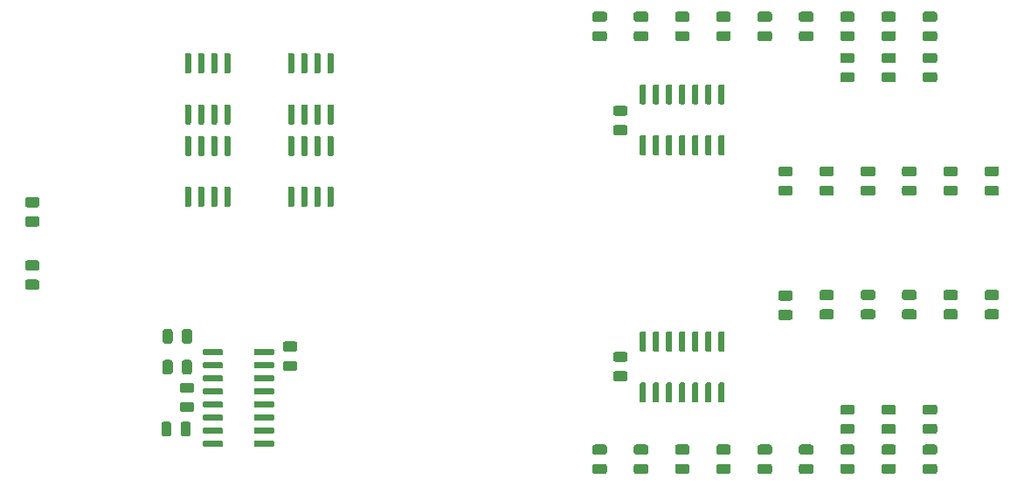
<source format=gtp>
G04 #@! TF.GenerationSoftware,KiCad,Pcbnew,5.1.5-52549c5~84~ubuntu18.04.1*
G04 #@! TF.CreationDate,2020-03-25T21:43:52-04:00*
G04 #@! TF.ProjectId,footswitch,666f6f74-7377-4697-9463-682e6b696361,rev?*
G04 #@! TF.SameCoordinates,Original*
G04 #@! TF.FileFunction,Paste,Top*
G04 #@! TF.FilePolarity,Positive*
%FSLAX46Y46*%
G04 Gerber Fmt 4.6, Leading zero omitted, Abs format (unit mm)*
G04 Created by KiCad (PCBNEW 5.1.5-52549c5~84~ubuntu18.04.1) date 2020-03-25 21:43:52*
%MOMM*%
%LPD*%
G04 APERTURE LIST*
%ADD10C,0.100000*%
G04 APERTURE END LIST*
D10*
G36*
X46314703Y-55255722D02*
G01*
X46329264Y-55257882D01*
X46343543Y-55261459D01*
X46357403Y-55266418D01*
X46370710Y-55272712D01*
X46383336Y-55280280D01*
X46395159Y-55289048D01*
X46406066Y-55298934D01*
X46415952Y-55309841D01*
X46424720Y-55321664D01*
X46432288Y-55334290D01*
X46438582Y-55347597D01*
X46443541Y-55361457D01*
X46447118Y-55375736D01*
X46449278Y-55390297D01*
X46450000Y-55405000D01*
X46450000Y-55705000D01*
X46449278Y-55719703D01*
X46447118Y-55734264D01*
X46443541Y-55748543D01*
X46438582Y-55762403D01*
X46432288Y-55775710D01*
X46424720Y-55788336D01*
X46415952Y-55800159D01*
X46406066Y-55811066D01*
X46395159Y-55820952D01*
X46383336Y-55829720D01*
X46370710Y-55837288D01*
X46357403Y-55843582D01*
X46343543Y-55848541D01*
X46329264Y-55852118D01*
X46314703Y-55854278D01*
X46300000Y-55855000D01*
X44650000Y-55855000D01*
X44635297Y-55854278D01*
X44620736Y-55852118D01*
X44606457Y-55848541D01*
X44592597Y-55843582D01*
X44579290Y-55837288D01*
X44566664Y-55829720D01*
X44554841Y-55820952D01*
X44543934Y-55811066D01*
X44534048Y-55800159D01*
X44525280Y-55788336D01*
X44517712Y-55775710D01*
X44511418Y-55762403D01*
X44506459Y-55748543D01*
X44502882Y-55734264D01*
X44500722Y-55719703D01*
X44500000Y-55705000D01*
X44500000Y-55405000D01*
X44500722Y-55390297D01*
X44502882Y-55375736D01*
X44506459Y-55361457D01*
X44511418Y-55347597D01*
X44517712Y-55334290D01*
X44525280Y-55321664D01*
X44534048Y-55309841D01*
X44543934Y-55298934D01*
X44554841Y-55289048D01*
X44566664Y-55280280D01*
X44579290Y-55272712D01*
X44592597Y-55266418D01*
X44606457Y-55261459D01*
X44620736Y-55257882D01*
X44635297Y-55255722D01*
X44650000Y-55255000D01*
X46300000Y-55255000D01*
X46314703Y-55255722D01*
G37*
G36*
X46314703Y-56525722D02*
G01*
X46329264Y-56527882D01*
X46343543Y-56531459D01*
X46357403Y-56536418D01*
X46370710Y-56542712D01*
X46383336Y-56550280D01*
X46395159Y-56559048D01*
X46406066Y-56568934D01*
X46415952Y-56579841D01*
X46424720Y-56591664D01*
X46432288Y-56604290D01*
X46438582Y-56617597D01*
X46443541Y-56631457D01*
X46447118Y-56645736D01*
X46449278Y-56660297D01*
X46450000Y-56675000D01*
X46450000Y-56975000D01*
X46449278Y-56989703D01*
X46447118Y-57004264D01*
X46443541Y-57018543D01*
X46438582Y-57032403D01*
X46432288Y-57045710D01*
X46424720Y-57058336D01*
X46415952Y-57070159D01*
X46406066Y-57081066D01*
X46395159Y-57090952D01*
X46383336Y-57099720D01*
X46370710Y-57107288D01*
X46357403Y-57113582D01*
X46343543Y-57118541D01*
X46329264Y-57122118D01*
X46314703Y-57124278D01*
X46300000Y-57125000D01*
X44650000Y-57125000D01*
X44635297Y-57124278D01*
X44620736Y-57122118D01*
X44606457Y-57118541D01*
X44592597Y-57113582D01*
X44579290Y-57107288D01*
X44566664Y-57099720D01*
X44554841Y-57090952D01*
X44543934Y-57081066D01*
X44534048Y-57070159D01*
X44525280Y-57058336D01*
X44517712Y-57045710D01*
X44511418Y-57032403D01*
X44506459Y-57018543D01*
X44502882Y-57004264D01*
X44500722Y-56989703D01*
X44500000Y-56975000D01*
X44500000Y-56675000D01*
X44500722Y-56660297D01*
X44502882Y-56645736D01*
X44506459Y-56631457D01*
X44511418Y-56617597D01*
X44517712Y-56604290D01*
X44525280Y-56591664D01*
X44534048Y-56579841D01*
X44543934Y-56568934D01*
X44554841Y-56559048D01*
X44566664Y-56550280D01*
X44579290Y-56542712D01*
X44592597Y-56536418D01*
X44606457Y-56531459D01*
X44620736Y-56527882D01*
X44635297Y-56525722D01*
X44650000Y-56525000D01*
X46300000Y-56525000D01*
X46314703Y-56525722D01*
G37*
G36*
X46314703Y-57795722D02*
G01*
X46329264Y-57797882D01*
X46343543Y-57801459D01*
X46357403Y-57806418D01*
X46370710Y-57812712D01*
X46383336Y-57820280D01*
X46395159Y-57829048D01*
X46406066Y-57838934D01*
X46415952Y-57849841D01*
X46424720Y-57861664D01*
X46432288Y-57874290D01*
X46438582Y-57887597D01*
X46443541Y-57901457D01*
X46447118Y-57915736D01*
X46449278Y-57930297D01*
X46450000Y-57945000D01*
X46450000Y-58245000D01*
X46449278Y-58259703D01*
X46447118Y-58274264D01*
X46443541Y-58288543D01*
X46438582Y-58302403D01*
X46432288Y-58315710D01*
X46424720Y-58328336D01*
X46415952Y-58340159D01*
X46406066Y-58351066D01*
X46395159Y-58360952D01*
X46383336Y-58369720D01*
X46370710Y-58377288D01*
X46357403Y-58383582D01*
X46343543Y-58388541D01*
X46329264Y-58392118D01*
X46314703Y-58394278D01*
X46300000Y-58395000D01*
X44650000Y-58395000D01*
X44635297Y-58394278D01*
X44620736Y-58392118D01*
X44606457Y-58388541D01*
X44592597Y-58383582D01*
X44579290Y-58377288D01*
X44566664Y-58369720D01*
X44554841Y-58360952D01*
X44543934Y-58351066D01*
X44534048Y-58340159D01*
X44525280Y-58328336D01*
X44517712Y-58315710D01*
X44511418Y-58302403D01*
X44506459Y-58288543D01*
X44502882Y-58274264D01*
X44500722Y-58259703D01*
X44500000Y-58245000D01*
X44500000Y-57945000D01*
X44500722Y-57930297D01*
X44502882Y-57915736D01*
X44506459Y-57901457D01*
X44511418Y-57887597D01*
X44517712Y-57874290D01*
X44525280Y-57861664D01*
X44534048Y-57849841D01*
X44543934Y-57838934D01*
X44554841Y-57829048D01*
X44566664Y-57820280D01*
X44579290Y-57812712D01*
X44592597Y-57806418D01*
X44606457Y-57801459D01*
X44620736Y-57797882D01*
X44635297Y-57795722D01*
X44650000Y-57795000D01*
X46300000Y-57795000D01*
X46314703Y-57795722D01*
G37*
G36*
X46314703Y-59065722D02*
G01*
X46329264Y-59067882D01*
X46343543Y-59071459D01*
X46357403Y-59076418D01*
X46370710Y-59082712D01*
X46383336Y-59090280D01*
X46395159Y-59099048D01*
X46406066Y-59108934D01*
X46415952Y-59119841D01*
X46424720Y-59131664D01*
X46432288Y-59144290D01*
X46438582Y-59157597D01*
X46443541Y-59171457D01*
X46447118Y-59185736D01*
X46449278Y-59200297D01*
X46450000Y-59215000D01*
X46450000Y-59515000D01*
X46449278Y-59529703D01*
X46447118Y-59544264D01*
X46443541Y-59558543D01*
X46438582Y-59572403D01*
X46432288Y-59585710D01*
X46424720Y-59598336D01*
X46415952Y-59610159D01*
X46406066Y-59621066D01*
X46395159Y-59630952D01*
X46383336Y-59639720D01*
X46370710Y-59647288D01*
X46357403Y-59653582D01*
X46343543Y-59658541D01*
X46329264Y-59662118D01*
X46314703Y-59664278D01*
X46300000Y-59665000D01*
X44650000Y-59665000D01*
X44635297Y-59664278D01*
X44620736Y-59662118D01*
X44606457Y-59658541D01*
X44592597Y-59653582D01*
X44579290Y-59647288D01*
X44566664Y-59639720D01*
X44554841Y-59630952D01*
X44543934Y-59621066D01*
X44534048Y-59610159D01*
X44525280Y-59598336D01*
X44517712Y-59585710D01*
X44511418Y-59572403D01*
X44506459Y-59558543D01*
X44502882Y-59544264D01*
X44500722Y-59529703D01*
X44500000Y-59515000D01*
X44500000Y-59215000D01*
X44500722Y-59200297D01*
X44502882Y-59185736D01*
X44506459Y-59171457D01*
X44511418Y-59157597D01*
X44517712Y-59144290D01*
X44525280Y-59131664D01*
X44534048Y-59119841D01*
X44543934Y-59108934D01*
X44554841Y-59099048D01*
X44566664Y-59090280D01*
X44579290Y-59082712D01*
X44592597Y-59076418D01*
X44606457Y-59071459D01*
X44620736Y-59067882D01*
X44635297Y-59065722D01*
X44650000Y-59065000D01*
X46300000Y-59065000D01*
X46314703Y-59065722D01*
G37*
G36*
X46314703Y-60335722D02*
G01*
X46329264Y-60337882D01*
X46343543Y-60341459D01*
X46357403Y-60346418D01*
X46370710Y-60352712D01*
X46383336Y-60360280D01*
X46395159Y-60369048D01*
X46406066Y-60378934D01*
X46415952Y-60389841D01*
X46424720Y-60401664D01*
X46432288Y-60414290D01*
X46438582Y-60427597D01*
X46443541Y-60441457D01*
X46447118Y-60455736D01*
X46449278Y-60470297D01*
X46450000Y-60485000D01*
X46450000Y-60785000D01*
X46449278Y-60799703D01*
X46447118Y-60814264D01*
X46443541Y-60828543D01*
X46438582Y-60842403D01*
X46432288Y-60855710D01*
X46424720Y-60868336D01*
X46415952Y-60880159D01*
X46406066Y-60891066D01*
X46395159Y-60900952D01*
X46383336Y-60909720D01*
X46370710Y-60917288D01*
X46357403Y-60923582D01*
X46343543Y-60928541D01*
X46329264Y-60932118D01*
X46314703Y-60934278D01*
X46300000Y-60935000D01*
X44650000Y-60935000D01*
X44635297Y-60934278D01*
X44620736Y-60932118D01*
X44606457Y-60928541D01*
X44592597Y-60923582D01*
X44579290Y-60917288D01*
X44566664Y-60909720D01*
X44554841Y-60900952D01*
X44543934Y-60891066D01*
X44534048Y-60880159D01*
X44525280Y-60868336D01*
X44517712Y-60855710D01*
X44511418Y-60842403D01*
X44506459Y-60828543D01*
X44502882Y-60814264D01*
X44500722Y-60799703D01*
X44500000Y-60785000D01*
X44500000Y-60485000D01*
X44500722Y-60470297D01*
X44502882Y-60455736D01*
X44506459Y-60441457D01*
X44511418Y-60427597D01*
X44517712Y-60414290D01*
X44525280Y-60401664D01*
X44534048Y-60389841D01*
X44543934Y-60378934D01*
X44554841Y-60369048D01*
X44566664Y-60360280D01*
X44579290Y-60352712D01*
X44592597Y-60346418D01*
X44606457Y-60341459D01*
X44620736Y-60337882D01*
X44635297Y-60335722D01*
X44650000Y-60335000D01*
X46300000Y-60335000D01*
X46314703Y-60335722D01*
G37*
G36*
X46314703Y-61605722D02*
G01*
X46329264Y-61607882D01*
X46343543Y-61611459D01*
X46357403Y-61616418D01*
X46370710Y-61622712D01*
X46383336Y-61630280D01*
X46395159Y-61639048D01*
X46406066Y-61648934D01*
X46415952Y-61659841D01*
X46424720Y-61671664D01*
X46432288Y-61684290D01*
X46438582Y-61697597D01*
X46443541Y-61711457D01*
X46447118Y-61725736D01*
X46449278Y-61740297D01*
X46450000Y-61755000D01*
X46450000Y-62055000D01*
X46449278Y-62069703D01*
X46447118Y-62084264D01*
X46443541Y-62098543D01*
X46438582Y-62112403D01*
X46432288Y-62125710D01*
X46424720Y-62138336D01*
X46415952Y-62150159D01*
X46406066Y-62161066D01*
X46395159Y-62170952D01*
X46383336Y-62179720D01*
X46370710Y-62187288D01*
X46357403Y-62193582D01*
X46343543Y-62198541D01*
X46329264Y-62202118D01*
X46314703Y-62204278D01*
X46300000Y-62205000D01*
X44650000Y-62205000D01*
X44635297Y-62204278D01*
X44620736Y-62202118D01*
X44606457Y-62198541D01*
X44592597Y-62193582D01*
X44579290Y-62187288D01*
X44566664Y-62179720D01*
X44554841Y-62170952D01*
X44543934Y-62161066D01*
X44534048Y-62150159D01*
X44525280Y-62138336D01*
X44517712Y-62125710D01*
X44511418Y-62112403D01*
X44506459Y-62098543D01*
X44502882Y-62084264D01*
X44500722Y-62069703D01*
X44500000Y-62055000D01*
X44500000Y-61755000D01*
X44500722Y-61740297D01*
X44502882Y-61725736D01*
X44506459Y-61711457D01*
X44511418Y-61697597D01*
X44517712Y-61684290D01*
X44525280Y-61671664D01*
X44534048Y-61659841D01*
X44543934Y-61648934D01*
X44554841Y-61639048D01*
X44566664Y-61630280D01*
X44579290Y-61622712D01*
X44592597Y-61616418D01*
X44606457Y-61611459D01*
X44620736Y-61607882D01*
X44635297Y-61605722D01*
X44650000Y-61605000D01*
X46300000Y-61605000D01*
X46314703Y-61605722D01*
G37*
G36*
X46314703Y-62875722D02*
G01*
X46329264Y-62877882D01*
X46343543Y-62881459D01*
X46357403Y-62886418D01*
X46370710Y-62892712D01*
X46383336Y-62900280D01*
X46395159Y-62909048D01*
X46406066Y-62918934D01*
X46415952Y-62929841D01*
X46424720Y-62941664D01*
X46432288Y-62954290D01*
X46438582Y-62967597D01*
X46443541Y-62981457D01*
X46447118Y-62995736D01*
X46449278Y-63010297D01*
X46450000Y-63025000D01*
X46450000Y-63325000D01*
X46449278Y-63339703D01*
X46447118Y-63354264D01*
X46443541Y-63368543D01*
X46438582Y-63382403D01*
X46432288Y-63395710D01*
X46424720Y-63408336D01*
X46415952Y-63420159D01*
X46406066Y-63431066D01*
X46395159Y-63440952D01*
X46383336Y-63449720D01*
X46370710Y-63457288D01*
X46357403Y-63463582D01*
X46343543Y-63468541D01*
X46329264Y-63472118D01*
X46314703Y-63474278D01*
X46300000Y-63475000D01*
X44650000Y-63475000D01*
X44635297Y-63474278D01*
X44620736Y-63472118D01*
X44606457Y-63468541D01*
X44592597Y-63463582D01*
X44579290Y-63457288D01*
X44566664Y-63449720D01*
X44554841Y-63440952D01*
X44543934Y-63431066D01*
X44534048Y-63420159D01*
X44525280Y-63408336D01*
X44517712Y-63395710D01*
X44511418Y-63382403D01*
X44506459Y-63368543D01*
X44502882Y-63354264D01*
X44500722Y-63339703D01*
X44500000Y-63325000D01*
X44500000Y-63025000D01*
X44500722Y-63010297D01*
X44502882Y-62995736D01*
X44506459Y-62981457D01*
X44511418Y-62967597D01*
X44517712Y-62954290D01*
X44525280Y-62941664D01*
X44534048Y-62929841D01*
X44543934Y-62918934D01*
X44554841Y-62909048D01*
X44566664Y-62900280D01*
X44579290Y-62892712D01*
X44592597Y-62886418D01*
X44606457Y-62881459D01*
X44620736Y-62877882D01*
X44635297Y-62875722D01*
X44650000Y-62875000D01*
X46300000Y-62875000D01*
X46314703Y-62875722D01*
G37*
G36*
X46314703Y-64145722D02*
G01*
X46329264Y-64147882D01*
X46343543Y-64151459D01*
X46357403Y-64156418D01*
X46370710Y-64162712D01*
X46383336Y-64170280D01*
X46395159Y-64179048D01*
X46406066Y-64188934D01*
X46415952Y-64199841D01*
X46424720Y-64211664D01*
X46432288Y-64224290D01*
X46438582Y-64237597D01*
X46443541Y-64251457D01*
X46447118Y-64265736D01*
X46449278Y-64280297D01*
X46450000Y-64295000D01*
X46450000Y-64595000D01*
X46449278Y-64609703D01*
X46447118Y-64624264D01*
X46443541Y-64638543D01*
X46438582Y-64652403D01*
X46432288Y-64665710D01*
X46424720Y-64678336D01*
X46415952Y-64690159D01*
X46406066Y-64701066D01*
X46395159Y-64710952D01*
X46383336Y-64719720D01*
X46370710Y-64727288D01*
X46357403Y-64733582D01*
X46343543Y-64738541D01*
X46329264Y-64742118D01*
X46314703Y-64744278D01*
X46300000Y-64745000D01*
X44650000Y-64745000D01*
X44635297Y-64744278D01*
X44620736Y-64742118D01*
X44606457Y-64738541D01*
X44592597Y-64733582D01*
X44579290Y-64727288D01*
X44566664Y-64719720D01*
X44554841Y-64710952D01*
X44543934Y-64701066D01*
X44534048Y-64690159D01*
X44525280Y-64678336D01*
X44517712Y-64665710D01*
X44511418Y-64652403D01*
X44506459Y-64638543D01*
X44502882Y-64624264D01*
X44500722Y-64609703D01*
X44500000Y-64595000D01*
X44500000Y-64295000D01*
X44500722Y-64280297D01*
X44502882Y-64265736D01*
X44506459Y-64251457D01*
X44511418Y-64237597D01*
X44517712Y-64224290D01*
X44525280Y-64211664D01*
X44534048Y-64199841D01*
X44543934Y-64188934D01*
X44554841Y-64179048D01*
X44566664Y-64170280D01*
X44579290Y-64162712D01*
X44592597Y-64156418D01*
X44606457Y-64151459D01*
X44620736Y-64147882D01*
X44635297Y-64145722D01*
X44650000Y-64145000D01*
X46300000Y-64145000D01*
X46314703Y-64145722D01*
G37*
G36*
X41364703Y-64145722D02*
G01*
X41379264Y-64147882D01*
X41393543Y-64151459D01*
X41407403Y-64156418D01*
X41420710Y-64162712D01*
X41433336Y-64170280D01*
X41445159Y-64179048D01*
X41456066Y-64188934D01*
X41465952Y-64199841D01*
X41474720Y-64211664D01*
X41482288Y-64224290D01*
X41488582Y-64237597D01*
X41493541Y-64251457D01*
X41497118Y-64265736D01*
X41499278Y-64280297D01*
X41500000Y-64295000D01*
X41500000Y-64595000D01*
X41499278Y-64609703D01*
X41497118Y-64624264D01*
X41493541Y-64638543D01*
X41488582Y-64652403D01*
X41482288Y-64665710D01*
X41474720Y-64678336D01*
X41465952Y-64690159D01*
X41456066Y-64701066D01*
X41445159Y-64710952D01*
X41433336Y-64719720D01*
X41420710Y-64727288D01*
X41407403Y-64733582D01*
X41393543Y-64738541D01*
X41379264Y-64742118D01*
X41364703Y-64744278D01*
X41350000Y-64745000D01*
X39700000Y-64745000D01*
X39685297Y-64744278D01*
X39670736Y-64742118D01*
X39656457Y-64738541D01*
X39642597Y-64733582D01*
X39629290Y-64727288D01*
X39616664Y-64719720D01*
X39604841Y-64710952D01*
X39593934Y-64701066D01*
X39584048Y-64690159D01*
X39575280Y-64678336D01*
X39567712Y-64665710D01*
X39561418Y-64652403D01*
X39556459Y-64638543D01*
X39552882Y-64624264D01*
X39550722Y-64609703D01*
X39550000Y-64595000D01*
X39550000Y-64295000D01*
X39550722Y-64280297D01*
X39552882Y-64265736D01*
X39556459Y-64251457D01*
X39561418Y-64237597D01*
X39567712Y-64224290D01*
X39575280Y-64211664D01*
X39584048Y-64199841D01*
X39593934Y-64188934D01*
X39604841Y-64179048D01*
X39616664Y-64170280D01*
X39629290Y-64162712D01*
X39642597Y-64156418D01*
X39656457Y-64151459D01*
X39670736Y-64147882D01*
X39685297Y-64145722D01*
X39700000Y-64145000D01*
X41350000Y-64145000D01*
X41364703Y-64145722D01*
G37*
G36*
X41364703Y-62875722D02*
G01*
X41379264Y-62877882D01*
X41393543Y-62881459D01*
X41407403Y-62886418D01*
X41420710Y-62892712D01*
X41433336Y-62900280D01*
X41445159Y-62909048D01*
X41456066Y-62918934D01*
X41465952Y-62929841D01*
X41474720Y-62941664D01*
X41482288Y-62954290D01*
X41488582Y-62967597D01*
X41493541Y-62981457D01*
X41497118Y-62995736D01*
X41499278Y-63010297D01*
X41500000Y-63025000D01*
X41500000Y-63325000D01*
X41499278Y-63339703D01*
X41497118Y-63354264D01*
X41493541Y-63368543D01*
X41488582Y-63382403D01*
X41482288Y-63395710D01*
X41474720Y-63408336D01*
X41465952Y-63420159D01*
X41456066Y-63431066D01*
X41445159Y-63440952D01*
X41433336Y-63449720D01*
X41420710Y-63457288D01*
X41407403Y-63463582D01*
X41393543Y-63468541D01*
X41379264Y-63472118D01*
X41364703Y-63474278D01*
X41350000Y-63475000D01*
X39700000Y-63475000D01*
X39685297Y-63474278D01*
X39670736Y-63472118D01*
X39656457Y-63468541D01*
X39642597Y-63463582D01*
X39629290Y-63457288D01*
X39616664Y-63449720D01*
X39604841Y-63440952D01*
X39593934Y-63431066D01*
X39584048Y-63420159D01*
X39575280Y-63408336D01*
X39567712Y-63395710D01*
X39561418Y-63382403D01*
X39556459Y-63368543D01*
X39552882Y-63354264D01*
X39550722Y-63339703D01*
X39550000Y-63325000D01*
X39550000Y-63025000D01*
X39550722Y-63010297D01*
X39552882Y-62995736D01*
X39556459Y-62981457D01*
X39561418Y-62967597D01*
X39567712Y-62954290D01*
X39575280Y-62941664D01*
X39584048Y-62929841D01*
X39593934Y-62918934D01*
X39604841Y-62909048D01*
X39616664Y-62900280D01*
X39629290Y-62892712D01*
X39642597Y-62886418D01*
X39656457Y-62881459D01*
X39670736Y-62877882D01*
X39685297Y-62875722D01*
X39700000Y-62875000D01*
X41350000Y-62875000D01*
X41364703Y-62875722D01*
G37*
G36*
X41364703Y-61605722D02*
G01*
X41379264Y-61607882D01*
X41393543Y-61611459D01*
X41407403Y-61616418D01*
X41420710Y-61622712D01*
X41433336Y-61630280D01*
X41445159Y-61639048D01*
X41456066Y-61648934D01*
X41465952Y-61659841D01*
X41474720Y-61671664D01*
X41482288Y-61684290D01*
X41488582Y-61697597D01*
X41493541Y-61711457D01*
X41497118Y-61725736D01*
X41499278Y-61740297D01*
X41500000Y-61755000D01*
X41500000Y-62055000D01*
X41499278Y-62069703D01*
X41497118Y-62084264D01*
X41493541Y-62098543D01*
X41488582Y-62112403D01*
X41482288Y-62125710D01*
X41474720Y-62138336D01*
X41465952Y-62150159D01*
X41456066Y-62161066D01*
X41445159Y-62170952D01*
X41433336Y-62179720D01*
X41420710Y-62187288D01*
X41407403Y-62193582D01*
X41393543Y-62198541D01*
X41379264Y-62202118D01*
X41364703Y-62204278D01*
X41350000Y-62205000D01*
X39700000Y-62205000D01*
X39685297Y-62204278D01*
X39670736Y-62202118D01*
X39656457Y-62198541D01*
X39642597Y-62193582D01*
X39629290Y-62187288D01*
X39616664Y-62179720D01*
X39604841Y-62170952D01*
X39593934Y-62161066D01*
X39584048Y-62150159D01*
X39575280Y-62138336D01*
X39567712Y-62125710D01*
X39561418Y-62112403D01*
X39556459Y-62098543D01*
X39552882Y-62084264D01*
X39550722Y-62069703D01*
X39550000Y-62055000D01*
X39550000Y-61755000D01*
X39550722Y-61740297D01*
X39552882Y-61725736D01*
X39556459Y-61711457D01*
X39561418Y-61697597D01*
X39567712Y-61684290D01*
X39575280Y-61671664D01*
X39584048Y-61659841D01*
X39593934Y-61648934D01*
X39604841Y-61639048D01*
X39616664Y-61630280D01*
X39629290Y-61622712D01*
X39642597Y-61616418D01*
X39656457Y-61611459D01*
X39670736Y-61607882D01*
X39685297Y-61605722D01*
X39700000Y-61605000D01*
X41350000Y-61605000D01*
X41364703Y-61605722D01*
G37*
G36*
X41364703Y-60335722D02*
G01*
X41379264Y-60337882D01*
X41393543Y-60341459D01*
X41407403Y-60346418D01*
X41420710Y-60352712D01*
X41433336Y-60360280D01*
X41445159Y-60369048D01*
X41456066Y-60378934D01*
X41465952Y-60389841D01*
X41474720Y-60401664D01*
X41482288Y-60414290D01*
X41488582Y-60427597D01*
X41493541Y-60441457D01*
X41497118Y-60455736D01*
X41499278Y-60470297D01*
X41500000Y-60485000D01*
X41500000Y-60785000D01*
X41499278Y-60799703D01*
X41497118Y-60814264D01*
X41493541Y-60828543D01*
X41488582Y-60842403D01*
X41482288Y-60855710D01*
X41474720Y-60868336D01*
X41465952Y-60880159D01*
X41456066Y-60891066D01*
X41445159Y-60900952D01*
X41433336Y-60909720D01*
X41420710Y-60917288D01*
X41407403Y-60923582D01*
X41393543Y-60928541D01*
X41379264Y-60932118D01*
X41364703Y-60934278D01*
X41350000Y-60935000D01*
X39700000Y-60935000D01*
X39685297Y-60934278D01*
X39670736Y-60932118D01*
X39656457Y-60928541D01*
X39642597Y-60923582D01*
X39629290Y-60917288D01*
X39616664Y-60909720D01*
X39604841Y-60900952D01*
X39593934Y-60891066D01*
X39584048Y-60880159D01*
X39575280Y-60868336D01*
X39567712Y-60855710D01*
X39561418Y-60842403D01*
X39556459Y-60828543D01*
X39552882Y-60814264D01*
X39550722Y-60799703D01*
X39550000Y-60785000D01*
X39550000Y-60485000D01*
X39550722Y-60470297D01*
X39552882Y-60455736D01*
X39556459Y-60441457D01*
X39561418Y-60427597D01*
X39567712Y-60414290D01*
X39575280Y-60401664D01*
X39584048Y-60389841D01*
X39593934Y-60378934D01*
X39604841Y-60369048D01*
X39616664Y-60360280D01*
X39629290Y-60352712D01*
X39642597Y-60346418D01*
X39656457Y-60341459D01*
X39670736Y-60337882D01*
X39685297Y-60335722D01*
X39700000Y-60335000D01*
X41350000Y-60335000D01*
X41364703Y-60335722D01*
G37*
G36*
X41364703Y-59065722D02*
G01*
X41379264Y-59067882D01*
X41393543Y-59071459D01*
X41407403Y-59076418D01*
X41420710Y-59082712D01*
X41433336Y-59090280D01*
X41445159Y-59099048D01*
X41456066Y-59108934D01*
X41465952Y-59119841D01*
X41474720Y-59131664D01*
X41482288Y-59144290D01*
X41488582Y-59157597D01*
X41493541Y-59171457D01*
X41497118Y-59185736D01*
X41499278Y-59200297D01*
X41500000Y-59215000D01*
X41500000Y-59515000D01*
X41499278Y-59529703D01*
X41497118Y-59544264D01*
X41493541Y-59558543D01*
X41488582Y-59572403D01*
X41482288Y-59585710D01*
X41474720Y-59598336D01*
X41465952Y-59610159D01*
X41456066Y-59621066D01*
X41445159Y-59630952D01*
X41433336Y-59639720D01*
X41420710Y-59647288D01*
X41407403Y-59653582D01*
X41393543Y-59658541D01*
X41379264Y-59662118D01*
X41364703Y-59664278D01*
X41350000Y-59665000D01*
X39700000Y-59665000D01*
X39685297Y-59664278D01*
X39670736Y-59662118D01*
X39656457Y-59658541D01*
X39642597Y-59653582D01*
X39629290Y-59647288D01*
X39616664Y-59639720D01*
X39604841Y-59630952D01*
X39593934Y-59621066D01*
X39584048Y-59610159D01*
X39575280Y-59598336D01*
X39567712Y-59585710D01*
X39561418Y-59572403D01*
X39556459Y-59558543D01*
X39552882Y-59544264D01*
X39550722Y-59529703D01*
X39550000Y-59515000D01*
X39550000Y-59215000D01*
X39550722Y-59200297D01*
X39552882Y-59185736D01*
X39556459Y-59171457D01*
X39561418Y-59157597D01*
X39567712Y-59144290D01*
X39575280Y-59131664D01*
X39584048Y-59119841D01*
X39593934Y-59108934D01*
X39604841Y-59099048D01*
X39616664Y-59090280D01*
X39629290Y-59082712D01*
X39642597Y-59076418D01*
X39656457Y-59071459D01*
X39670736Y-59067882D01*
X39685297Y-59065722D01*
X39700000Y-59065000D01*
X41350000Y-59065000D01*
X41364703Y-59065722D01*
G37*
G36*
X41364703Y-57795722D02*
G01*
X41379264Y-57797882D01*
X41393543Y-57801459D01*
X41407403Y-57806418D01*
X41420710Y-57812712D01*
X41433336Y-57820280D01*
X41445159Y-57829048D01*
X41456066Y-57838934D01*
X41465952Y-57849841D01*
X41474720Y-57861664D01*
X41482288Y-57874290D01*
X41488582Y-57887597D01*
X41493541Y-57901457D01*
X41497118Y-57915736D01*
X41499278Y-57930297D01*
X41500000Y-57945000D01*
X41500000Y-58245000D01*
X41499278Y-58259703D01*
X41497118Y-58274264D01*
X41493541Y-58288543D01*
X41488582Y-58302403D01*
X41482288Y-58315710D01*
X41474720Y-58328336D01*
X41465952Y-58340159D01*
X41456066Y-58351066D01*
X41445159Y-58360952D01*
X41433336Y-58369720D01*
X41420710Y-58377288D01*
X41407403Y-58383582D01*
X41393543Y-58388541D01*
X41379264Y-58392118D01*
X41364703Y-58394278D01*
X41350000Y-58395000D01*
X39700000Y-58395000D01*
X39685297Y-58394278D01*
X39670736Y-58392118D01*
X39656457Y-58388541D01*
X39642597Y-58383582D01*
X39629290Y-58377288D01*
X39616664Y-58369720D01*
X39604841Y-58360952D01*
X39593934Y-58351066D01*
X39584048Y-58340159D01*
X39575280Y-58328336D01*
X39567712Y-58315710D01*
X39561418Y-58302403D01*
X39556459Y-58288543D01*
X39552882Y-58274264D01*
X39550722Y-58259703D01*
X39550000Y-58245000D01*
X39550000Y-57945000D01*
X39550722Y-57930297D01*
X39552882Y-57915736D01*
X39556459Y-57901457D01*
X39561418Y-57887597D01*
X39567712Y-57874290D01*
X39575280Y-57861664D01*
X39584048Y-57849841D01*
X39593934Y-57838934D01*
X39604841Y-57829048D01*
X39616664Y-57820280D01*
X39629290Y-57812712D01*
X39642597Y-57806418D01*
X39656457Y-57801459D01*
X39670736Y-57797882D01*
X39685297Y-57795722D01*
X39700000Y-57795000D01*
X41350000Y-57795000D01*
X41364703Y-57795722D01*
G37*
G36*
X41364703Y-56525722D02*
G01*
X41379264Y-56527882D01*
X41393543Y-56531459D01*
X41407403Y-56536418D01*
X41420710Y-56542712D01*
X41433336Y-56550280D01*
X41445159Y-56559048D01*
X41456066Y-56568934D01*
X41465952Y-56579841D01*
X41474720Y-56591664D01*
X41482288Y-56604290D01*
X41488582Y-56617597D01*
X41493541Y-56631457D01*
X41497118Y-56645736D01*
X41499278Y-56660297D01*
X41500000Y-56675000D01*
X41500000Y-56975000D01*
X41499278Y-56989703D01*
X41497118Y-57004264D01*
X41493541Y-57018543D01*
X41488582Y-57032403D01*
X41482288Y-57045710D01*
X41474720Y-57058336D01*
X41465952Y-57070159D01*
X41456066Y-57081066D01*
X41445159Y-57090952D01*
X41433336Y-57099720D01*
X41420710Y-57107288D01*
X41407403Y-57113582D01*
X41393543Y-57118541D01*
X41379264Y-57122118D01*
X41364703Y-57124278D01*
X41350000Y-57125000D01*
X39700000Y-57125000D01*
X39685297Y-57124278D01*
X39670736Y-57122118D01*
X39656457Y-57118541D01*
X39642597Y-57113582D01*
X39629290Y-57107288D01*
X39616664Y-57099720D01*
X39604841Y-57090952D01*
X39593934Y-57081066D01*
X39584048Y-57070159D01*
X39575280Y-57058336D01*
X39567712Y-57045710D01*
X39561418Y-57032403D01*
X39556459Y-57018543D01*
X39552882Y-57004264D01*
X39550722Y-56989703D01*
X39550000Y-56975000D01*
X39550000Y-56675000D01*
X39550722Y-56660297D01*
X39552882Y-56645736D01*
X39556459Y-56631457D01*
X39561418Y-56617597D01*
X39567712Y-56604290D01*
X39575280Y-56591664D01*
X39584048Y-56579841D01*
X39593934Y-56568934D01*
X39604841Y-56559048D01*
X39616664Y-56550280D01*
X39629290Y-56542712D01*
X39642597Y-56536418D01*
X39656457Y-56531459D01*
X39670736Y-56527882D01*
X39685297Y-56525722D01*
X39700000Y-56525000D01*
X41350000Y-56525000D01*
X41364703Y-56525722D01*
G37*
G36*
X41364703Y-55255722D02*
G01*
X41379264Y-55257882D01*
X41393543Y-55261459D01*
X41407403Y-55266418D01*
X41420710Y-55272712D01*
X41433336Y-55280280D01*
X41445159Y-55289048D01*
X41456066Y-55298934D01*
X41465952Y-55309841D01*
X41474720Y-55321664D01*
X41482288Y-55334290D01*
X41488582Y-55347597D01*
X41493541Y-55361457D01*
X41497118Y-55375736D01*
X41499278Y-55390297D01*
X41500000Y-55405000D01*
X41500000Y-55705000D01*
X41499278Y-55719703D01*
X41497118Y-55734264D01*
X41493541Y-55748543D01*
X41488582Y-55762403D01*
X41482288Y-55775710D01*
X41474720Y-55788336D01*
X41465952Y-55800159D01*
X41456066Y-55811066D01*
X41445159Y-55820952D01*
X41433336Y-55829720D01*
X41420710Y-55837288D01*
X41407403Y-55843582D01*
X41393543Y-55848541D01*
X41379264Y-55852118D01*
X41364703Y-55854278D01*
X41350000Y-55855000D01*
X39700000Y-55855000D01*
X39685297Y-55854278D01*
X39670736Y-55852118D01*
X39656457Y-55848541D01*
X39642597Y-55843582D01*
X39629290Y-55837288D01*
X39616664Y-55829720D01*
X39604841Y-55820952D01*
X39593934Y-55811066D01*
X39584048Y-55800159D01*
X39575280Y-55788336D01*
X39567712Y-55775710D01*
X39561418Y-55762403D01*
X39556459Y-55748543D01*
X39552882Y-55734264D01*
X39550722Y-55719703D01*
X39550000Y-55705000D01*
X39550000Y-55405000D01*
X39550722Y-55390297D01*
X39552882Y-55375736D01*
X39556459Y-55361457D01*
X39561418Y-55347597D01*
X39567712Y-55334290D01*
X39575280Y-55321664D01*
X39584048Y-55309841D01*
X39593934Y-55298934D01*
X39604841Y-55289048D01*
X39616664Y-55280280D01*
X39629290Y-55272712D01*
X39642597Y-55266418D01*
X39656457Y-55261459D01*
X39670736Y-55257882D01*
X39685297Y-55255722D01*
X39700000Y-55255000D01*
X41350000Y-55255000D01*
X41364703Y-55255722D01*
G37*
G36*
X82354703Y-29550722D02*
G01*
X82369264Y-29552882D01*
X82383543Y-29556459D01*
X82397403Y-29561418D01*
X82410710Y-29567712D01*
X82423336Y-29575280D01*
X82435159Y-29584048D01*
X82446066Y-29593934D01*
X82455952Y-29604841D01*
X82464720Y-29616664D01*
X82472288Y-29629290D01*
X82478582Y-29642597D01*
X82483541Y-29656457D01*
X82487118Y-29670736D01*
X82489278Y-29685297D01*
X82490000Y-29700000D01*
X82490000Y-31350000D01*
X82489278Y-31364703D01*
X82487118Y-31379264D01*
X82483541Y-31393543D01*
X82478582Y-31407403D01*
X82472288Y-31420710D01*
X82464720Y-31433336D01*
X82455952Y-31445159D01*
X82446066Y-31456066D01*
X82435159Y-31465952D01*
X82423336Y-31474720D01*
X82410710Y-31482288D01*
X82397403Y-31488582D01*
X82383543Y-31493541D01*
X82369264Y-31497118D01*
X82354703Y-31499278D01*
X82340000Y-31500000D01*
X82040000Y-31500000D01*
X82025297Y-31499278D01*
X82010736Y-31497118D01*
X81996457Y-31493541D01*
X81982597Y-31488582D01*
X81969290Y-31482288D01*
X81956664Y-31474720D01*
X81944841Y-31465952D01*
X81933934Y-31456066D01*
X81924048Y-31445159D01*
X81915280Y-31433336D01*
X81907712Y-31420710D01*
X81901418Y-31407403D01*
X81896459Y-31393543D01*
X81892882Y-31379264D01*
X81890722Y-31364703D01*
X81890000Y-31350000D01*
X81890000Y-29700000D01*
X81890722Y-29685297D01*
X81892882Y-29670736D01*
X81896459Y-29656457D01*
X81901418Y-29642597D01*
X81907712Y-29629290D01*
X81915280Y-29616664D01*
X81924048Y-29604841D01*
X81933934Y-29593934D01*
X81944841Y-29584048D01*
X81956664Y-29575280D01*
X81969290Y-29567712D01*
X81982597Y-29561418D01*
X81996457Y-29556459D01*
X82010736Y-29552882D01*
X82025297Y-29550722D01*
X82040000Y-29550000D01*
X82340000Y-29550000D01*
X82354703Y-29550722D01*
G37*
G36*
X83624703Y-29550722D02*
G01*
X83639264Y-29552882D01*
X83653543Y-29556459D01*
X83667403Y-29561418D01*
X83680710Y-29567712D01*
X83693336Y-29575280D01*
X83705159Y-29584048D01*
X83716066Y-29593934D01*
X83725952Y-29604841D01*
X83734720Y-29616664D01*
X83742288Y-29629290D01*
X83748582Y-29642597D01*
X83753541Y-29656457D01*
X83757118Y-29670736D01*
X83759278Y-29685297D01*
X83760000Y-29700000D01*
X83760000Y-31350000D01*
X83759278Y-31364703D01*
X83757118Y-31379264D01*
X83753541Y-31393543D01*
X83748582Y-31407403D01*
X83742288Y-31420710D01*
X83734720Y-31433336D01*
X83725952Y-31445159D01*
X83716066Y-31456066D01*
X83705159Y-31465952D01*
X83693336Y-31474720D01*
X83680710Y-31482288D01*
X83667403Y-31488582D01*
X83653543Y-31493541D01*
X83639264Y-31497118D01*
X83624703Y-31499278D01*
X83610000Y-31500000D01*
X83310000Y-31500000D01*
X83295297Y-31499278D01*
X83280736Y-31497118D01*
X83266457Y-31493541D01*
X83252597Y-31488582D01*
X83239290Y-31482288D01*
X83226664Y-31474720D01*
X83214841Y-31465952D01*
X83203934Y-31456066D01*
X83194048Y-31445159D01*
X83185280Y-31433336D01*
X83177712Y-31420710D01*
X83171418Y-31407403D01*
X83166459Y-31393543D01*
X83162882Y-31379264D01*
X83160722Y-31364703D01*
X83160000Y-31350000D01*
X83160000Y-29700000D01*
X83160722Y-29685297D01*
X83162882Y-29670736D01*
X83166459Y-29656457D01*
X83171418Y-29642597D01*
X83177712Y-29629290D01*
X83185280Y-29616664D01*
X83194048Y-29604841D01*
X83203934Y-29593934D01*
X83214841Y-29584048D01*
X83226664Y-29575280D01*
X83239290Y-29567712D01*
X83252597Y-29561418D01*
X83266457Y-29556459D01*
X83280736Y-29552882D01*
X83295297Y-29550722D01*
X83310000Y-29550000D01*
X83610000Y-29550000D01*
X83624703Y-29550722D01*
G37*
G36*
X84894703Y-29550722D02*
G01*
X84909264Y-29552882D01*
X84923543Y-29556459D01*
X84937403Y-29561418D01*
X84950710Y-29567712D01*
X84963336Y-29575280D01*
X84975159Y-29584048D01*
X84986066Y-29593934D01*
X84995952Y-29604841D01*
X85004720Y-29616664D01*
X85012288Y-29629290D01*
X85018582Y-29642597D01*
X85023541Y-29656457D01*
X85027118Y-29670736D01*
X85029278Y-29685297D01*
X85030000Y-29700000D01*
X85030000Y-31350000D01*
X85029278Y-31364703D01*
X85027118Y-31379264D01*
X85023541Y-31393543D01*
X85018582Y-31407403D01*
X85012288Y-31420710D01*
X85004720Y-31433336D01*
X84995952Y-31445159D01*
X84986066Y-31456066D01*
X84975159Y-31465952D01*
X84963336Y-31474720D01*
X84950710Y-31482288D01*
X84937403Y-31488582D01*
X84923543Y-31493541D01*
X84909264Y-31497118D01*
X84894703Y-31499278D01*
X84880000Y-31500000D01*
X84580000Y-31500000D01*
X84565297Y-31499278D01*
X84550736Y-31497118D01*
X84536457Y-31493541D01*
X84522597Y-31488582D01*
X84509290Y-31482288D01*
X84496664Y-31474720D01*
X84484841Y-31465952D01*
X84473934Y-31456066D01*
X84464048Y-31445159D01*
X84455280Y-31433336D01*
X84447712Y-31420710D01*
X84441418Y-31407403D01*
X84436459Y-31393543D01*
X84432882Y-31379264D01*
X84430722Y-31364703D01*
X84430000Y-31350000D01*
X84430000Y-29700000D01*
X84430722Y-29685297D01*
X84432882Y-29670736D01*
X84436459Y-29656457D01*
X84441418Y-29642597D01*
X84447712Y-29629290D01*
X84455280Y-29616664D01*
X84464048Y-29604841D01*
X84473934Y-29593934D01*
X84484841Y-29584048D01*
X84496664Y-29575280D01*
X84509290Y-29567712D01*
X84522597Y-29561418D01*
X84536457Y-29556459D01*
X84550736Y-29552882D01*
X84565297Y-29550722D01*
X84580000Y-29550000D01*
X84880000Y-29550000D01*
X84894703Y-29550722D01*
G37*
G36*
X86164703Y-29550722D02*
G01*
X86179264Y-29552882D01*
X86193543Y-29556459D01*
X86207403Y-29561418D01*
X86220710Y-29567712D01*
X86233336Y-29575280D01*
X86245159Y-29584048D01*
X86256066Y-29593934D01*
X86265952Y-29604841D01*
X86274720Y-29616664D01*
X86282288Y-29629290D01*
X86288582Y-29642597D01*
X86293541Y-29656457D01*
X86297118Y-29670736D01*
X86299278Y-29685297D01*
X86300000Y-29700000D01*
X86300000Y-31350000D01*
X86299278Y-31364703D01*
X86297118Y-31379264D01*
X86293541Y-31393543D01*
X86288582Y-31407403D01*
X86282288Y-31420710D01*
X86274720Y-31433336D01*
X86265952Y-31445159D01*
X86256066Y-31456066D01*
X86245159Y-31465952D01*
X86233336Y-31474720D01*
X86220710Y-31482288D01*
X86207403Y-31488582D01*
X86193543Y-31493541D01*
X86179264Y-31497118D01*
X86164703Y-31499278D01*
X86150000Y-31500000D01*
X85850000Y-31500000D01*
X85835297Y-31499278D01*
X85820736Y-31497118D01*
X85806457Y-31493541D01*
X85792597Y-31488582D01*
X85779290Y-31482288D01*
X85766664Y-31474720D01*
X85754841Y-31465952D01*
X85743934Y-31456066D01*
X85734048Y-31445159D01*
X85725280Y-31433336D01*
X85717712Y-31420710D01*
X85711418Y-31407403D01*
X85706459Y-31393543D01*
X85702882Y-31379264D01*
X85700722Y-31364703D01*
X85700000Y-31350000D01*
X85700000Y-29700000D01*
X85700722Y-29685297D01*
X85702882Y-29670736D01*
X85706459Y-29656457D01*
X85711418Y-29642597D01*
X85717712Y-29629290D01*
X85725280Y-29616664D01*
X85734048Y-29604841D01*
X85743934Y-29593934D01*
X85754841Y-29584048D01*
X85766664Y-29575280D01*
X85779290Y-29567712D01*
X85792597Y-29561418D01*
X85806457Y-29556459D01*
X85820736Y-29552882D01*
X85835297Y-29550722D01*
X85850000Y-29550000D01*
X86150000Y-29550000D01*
X86164703Y-29550722D01*
G37*
G36*
X87434703Y-29550722D02*
G01*
X87449264Y-29552882D01*
X87463543Y-29556459D01*
X87477403Y-29561418D01*
X87490710Y-29567712D01*
X87503336Y-29575280D01*
X87515159Y-29584048D01*
X87526066Y-29593934D01*
X87535952Y-29604841D01*
X87544720Y-29616664D01*
X87552288Y-29629290D01*
X87558582Y-29642597D01*
X87563541Y-29656457D01*
X87567118Y-29670736D01*
X87569278Y-29685297D01*
X87570000Y-29700000D01*
X87570000Y-31350000D01*
X87569278Y-31364703D01*
X87567118Y-31379264D01*
X87563541Y-31393543D01*
X87558582Y-31407403D01*
X87552288Y-31420710D01*
X87544720Y-31433336D01*
X87535952Y-31445159D01*
X87526066Y-31456066D01*
X87515159Y-31465952D01*
X87503336Y-31474720D01*
X87490710Y-31482288D01*
X87477403Y-31488582D01*
X87463543Y-31493541D01*
X87449264Y-31497118D01*
X87434703Y-31499278D01*
X87420000Y-31500000D01*
X87120000Y-31500000D01*
X87105297Y-31499278D01*
X87090736Y-31497118D01*
X87076457Y-31493541D01*
X87062597Y-31488582D01*
X87049290Y-31482288D01*
X87036664Y-31474720D01*
X87024841Y-31465952D01*
X87013934Y-31456066D01*
X87004048Y-31445159D01*
X86995280Y-31433336D01*
X86987712Y-31420710D01*
X86981418Y-31407403D01*
X86976459Y-31393543D01*
X86972882Y-31379264D01*
X86970722Y-31364703D01*
X86970000Y-31350000D01*
X86970000Y-29700000D01*
X86970722Y-29685297D01*
X86972882Y-29670736D01*
X86976459Y-29656457D01*
X86981418Y-29642597D01*
X86987712Y-29629290D01*
X86995280Y-29616664D01*
X87004048Y-29604841D01*
X87013934Y-29593934D01*
X87024841Y-29584048D01*
X87036664Y-29575280D01*
X87049290Y-29567712D01*
X87062597Y-29561418D01*
X87076457Y-29556459D01*
X87090736Y-29552882D01*
X87105297Y-29550722D01*
X87120000Y-29550000D01*
X87420000Y-29550000D01*
X87434703Y-29550722D01*
G37*
G36*
X88704703Y-29550722D02*
G01*
X88719264Y-29552882D01*
X88733543Y-29556459D01*
X88747403Y-29561418D01*
X88760710Y-29567712D01*
X88773336Y-29575280D01*
X88785159Y-29584048D01*
X88796066Y-29593934D01*
X88805952Y-29604841D01*
X88814720Y-29616664D01*
X88822288Y-29629290D01*
X88828582Y-29642597D01*
X88833541Y-29656457D01*
X88837118Y-29670736D01*
X88839278Y-29685297D01*
X88840000Y-29700000D01*
X88840000Y-31350000D01*
X88839278Y-31364703D01*
X88837118Y-31379264D01*
X88833541Y-31393543D01*
X88828582Y-31407403D01*
X88822288Y-31420710D01*
X88814720Y-31433336D01*
X88805952Y-31445159D01*
X88796066Y-31456066D01*
X88785159Y-31465952D01*
X88773336Y-31474720D01*
X88760710Y-31482288D01*
X88747403Y-31488582D01*
X88733543Y-31493541D01*
X88719264Y-31497118D01*
X88704703Y-31499278D01*
X88690000Y-31500000D01*
X88390000Y-31500000D01*
X88375297Y-31499278D01*
X88360736Y-31497118D01*
X88346457Y-31493541D01*
X88332597Y-31488582D01*
X88319290Y-31482288D01*
X88306664Y-31474720D01*
X88294841Y-31465952D01*
X88283934Y-31456066D01*
X88274048Y-31445159D01*
X88265280Y-31433336D01*
X88257712Y-31420710D01*
X88251418Y-31407403D01*
X88246459Y-31393543D01*
X88242882Y-31379264D01*
X88240722Y-31364703D01*
X88240000Y-31350000D01*
X88240000Y-29700000D01*
X88240722Y-29685297D01*
X88242882Y-29670736D01*
X88246459Y-29656457D01*
X88251418Y-29642597D01*
X88257712Y-29629290D01*
X88265280Y-29616664D01*
X88274048Y-29604841D01*
X88283934Y-29593934D01*
X88294841Y-29584048D01*
X88306664Y-29575280D01*
X88319290Y-29567712D01*
X88332597Y-29561418D01*
X88346457Y-29556459D01*
X88360736Y-29552882D01*
X88375297Y-29550722D01*
X88390000Y-29550000D01*
X88690000Y-29550000D01*
X88704703Y-29550722D01*
G37*
G36*
X89974703Y-29550722D02*
G01*
X89989264Y-29552882D01*
X90003543Y-29556459D01*
X90017403Y-29561418D01*
X90030710Y-29567712D01*
X90043336Y-29575280D01*
X90055159Y-29584048D01*
X90066066Y-29593934D01*
X90075952Y-29604841D01*
X90084720Y-29616664D01*
X90092288Y-29629290D01*
X90098582Y-29642597D01*
X90103541Y-29656457D01*
X90107118Y-29670736D01*
X90109278Y-29685297D01*
X90110000Y-29700000D01*
X90110000Y-31350000D01*
X90109278Y-31364703D01*
X90107118Y-31379264D01*
X90103541Y-31393543D01*
X90098582Y-31407403D01*
X90092288Y-31420710D01*
X90084720Y-31433336D01*
X90075952Y-31445159D01*
X90066066Y-31456066D01*
X90055159Y-31465952D01*
X90043336Y-31474720D01*
X90030710Y-31482288D01*
X90017403Y-31488582D01*
X90003543Y-31493541D01*
X89989264Y-31497118D01*
X89974703Y-31499278D01*
X89960000Y-31500000D01*
X89660000Y-31500000D01*
X89645297Y-31499278D01*
X89630736Y-31497118D01*
X89616457Y-31493541D01*
X89602597Y-31488582D01*
X89589290Y-31482288D01*
X89576664Y-31474720D01*
X89564841Y-31465952D01*
X89553934Y-31456066D01*
X89544048Y-31445159D01*
X89535280Y-31433336D01*
X89527712Y-31420710D01*
X89521418Y-31407403D01*
X89516459Y-31393543D01*
X89512882Y-31379264D01*
X89510722Y-31364703D01*
X89510000Y-31350000D01*
X89510000Y-29700000D01*
X89510722Y-29685297D01*
X89512882Y-29670736D01*
X89516459Y-29656457D01*
X89521418Y-29642597D01*
X89527712Y-29629290D01*
X89535280Y-29616664D01*
X89544048Y-29604841D01*
X89553934Y-29593934D01*
X89564841Y-29584048D01*
X89576664Y-29575280D01*
X89589290Y-29567712D01*
X89602597Y-29561418D01*
X89616457Y-29556459D01*
X89630736Y-29552882D01*
X89645297Y-29550722D01*
X89660000Y-29550000D01*
X89960000Y-29550000D01*
X89974703Y-29550722D01*
G37*
G36*
X89974703Y-34500722D02*
G01*
X89989264Y-34502882D01*
X90003543Y-34506459D01*
X90017403Y-34511418D01*
X90030710Y-34517712D01*
X90043336Y-34525280D01*
X90055159Y-34534048D01*
X90066066Y-34543934D01*
X90075952Y-34554841D01*
X90084720Y-34566664D01*
X90092288Y-34579290D01*
X90098582Y-34592597D01*
X90103541Y-34606457D01*
X90107118Y-34620736D01*
X90109278Y-34635297D01*
X90110000Y-34650000D01*
X90110000Y-36300000D01*
X90109278Y-36314703D01*
X90107118Y-36329264D01*
X90103541Y-36343543D01*
X90098582Y-36357403D01*
X90092288Y-36370710D01*
X90084720Y-36383336D01*
X90075952Y-36395159D01*
X90066066Y-36406066D01*
X90055159Y-36415952D01*
X90043336Y-36424720D01*
X90030710Y-36432288D01*
X90017403Y-36438582D01*
X90003543Y-36443541D01*
X89989264Y-36447118D01*
X89974703Y-36449278D01*
X89960000Y-36450000D01*
X89660000Y-36450000D01*
X89645297Y-36449278D01*
X89630736Y-36447118D01*
X89616457Y-36443541D01*
X89602597Y-36438582D01*
X89589290Y-36432288D01*
X89576664Y-36424720D01*
X89564841Y-36415952D01*
X89553934Y-36406066D01*
X89544048Y-36395159D01*
X89535280Y-36383336D01*
X89527712Y-36370710D01*
X89521418Y-36357403D01*
X89516459Y-36343543D01*
X89512882Y-36329264D01*
X89510722Y-36314703D01*
X89510000Y-36300000D01*
X89510000Y-34650000D01*
X89510722Y-34635297D01*
X89512882Y-34620736D01*
X89516459Y-34606457D01*
X89521418Y-34592597D01*
X89527712Y-34579290D01*
X89535280Y-34566664D01*
X89544048Y-34554841D01*
X89553934Y-34543934D01*
X89564841Y-34534048D01*
X89576664Y-34525280D01*
X89589290Y-34517712D01*
X89602597Y-34511418D01*
X89616457Y-34506459D01*
X89630736Y-34502882D01*
X89645297Y-34500722D01*
X89660000Y-34500000D01*
X89960000Y-34500000D01*
X89974703Y-34500722D01*
G37*
G36*
X88704703Y-34500722D02*
G01*
X88719264Y-34502882D01*
X88733543Y-34506459D01*
X88747403Y-34511418D01*
X88760710Y-34517712D01*
X88773336Y-34525280D01*
X88785159Y-34534048D01*
X88796066Y-34543934D01*
X88805952Y-34554841D01*
X88814720Y-34566664D01*
X88822288Y-34579290D01*
X88828582Y-34592597D01*
X88833541Y-34606457D01*
X88837118Y-34620736D01*
X88839278Y-34635297D01*
X88840000Y-34650000D01*
X88840000Y-36300000D01*
X88839278Y-36314703D01*
X88837118Y-36329264D01*
X88833541Y-36343543D01*
X88828582Y-36357403D01*
X88822288Y-36370710D01*
X88814720Y-36383336D01*
X88805952Y-36395159D01*
X88796066Y-36406066D01*
X88785159Y-36415952D01*
X88773336Y-36424720D01*
X88760710Y-36432288D01*
X88747403Y-36438582D01*
X88733543Y-36443541D01*
X88719264Y-36447118D01*
X88704703Y-36449278D01*
X88690000Y-36450000D01*
X88390000Y-36450000D01*
X88375297Y-36449278D01*
X88360736Y-36447118D01*
X88346457Y-36443541D01*
X88332597Y-36438582D01*
X88319290Y-36432288D01*
X88306664Y-36424720D01*
X88294841Y-36415952D01*
X88283934Y-36406066D01*
X88274048Y-36395159D01*
X88265280Y-36383336D01*
X88257712Y-36370710D01*
X88251418Y-36357403D01*
X88246459Y-36343543D01*
X88242882Y-36329264D01*
X88240722Y-36314703D01*
X88240000Y-36300000D01*
X88240000Y-34650000D01*
X88240722Y-34635297D01*
X88242882Y-34620736D01*
X88246459Y-34606457D01*
X88251418Y-34592597D01*
X88257712Y-34579290D01*
X88265280Y-34566664D01*
X88274048Y-34554841D01*
X88283934Y-34543934D01*
X88294841Y-34534048D01*
X88306664Y-34525280D01*
X88319290Y-34517712D01*
X88332597Y-34511418D01*
X88346457Y-34506459D01*
X88360736Y-34502882D01*
X88375297Y-34500722D01*
X88390000Y-34500000D01*
X88690000Y-34500000D01*
X88704703Y-34500722D01*
G37*
G36*
X87434703Y-34500722D02*
G01*
X87449264Y-34502882D01*
X87463543Y-34506459D01*
X87477403Y-34511418D01*
X87490710Y-34517712D01*
X87503336Y-34525280D01*
X87515159Y-34534048D01*
X87526066Y-34543934D01*
X87535952Y-34554841D01*
X87544720Y-34566664D01*
X87552288Y-34579290D01*
X87558582Y-34592597D01*
X87563541Y-34606457D01*
X87567118Y-34620736D01*
X87569278Y-34635297D01*
X87570000Y-34650000D01*
X87570000Y-36300000D01*
X87569278Y-36314703D01*
X87567118Y-36329264D01*
X87563541Y-36343543D01*
X87558582Y-36357403D01*
X87552288Y-36370710D01*
X87544720Y-36383336D01*
X87535952Y-36395159D01*
X87526066Y-36406066D01*
X87515159Y-36415952D01*
X87503336Y-36424720D01*
X87490710Y-36432288D01*
X87477403Y-36438582D01*
X87463543Y-36443541D01*
X87449264Y-36447118D01*
X87434703Y-36449278D01*
X87420000Y-36450000D01*
X87120000Y-36450000D01*
X87105297Y-36449278D01*
X87090736Y-36447118D01*
X87076457Y-36443541D01*
X87062597Y-36438582D01*
X87049290Y-36432288D01*
X87036664Y-36424720D01*
X87024841Y-36415952D01*
X87013934Y-36406066D01*
X87004048Y-36395159D01*
X86995280Y-36383336D01*
X86987712Y-36370710D01*
X86981418Y-36357403D01*
X86976459Y-36343543D01*
X86972882Y-36329264D01*
X86970722Y-36314703D01*
X86970000Y-36300000D01*
X86970000Y-34650000D01*
X86970722Y-34635297D01*
X86972882Y-34620736D01*
X86976459Y-34606457D01*
X86981418Y-34592597D01*
X86987712Y-34579290D01*
X86995280Y-34566664D01*
X87004048Y-34554841D01*
X87013934Y-34543934D01*
X87024841Y-34534048D01*
X87036664Y-34525280D01*
X87049290Y-34517712D01*
X87062597Y-34511418D01*
X87076457Y-34506459D01*
X87090736Y-34502882D01*
X87105297Y-34500722D01*
X87120000Y-34500000D01*
X87420000Y-34500000D01*
X87434703Y-34500722D01*
G37*
G36*
X86164703Y-34500722D02*
G01*
X86179264Y-34502882D01*
X86193543Y-34506459D01*
X86207403Y-34511418D01*
X86220710Y-34517712D01*
X86233336Y-34525280D01*
X86245159Y-34534048D01*
X86256066Y-34543934D01*
X86265952Y-34554841D01*
X86274720Y-34566664D01*
X86282288Y-34579290D01*
X86288582Y-34592597D01*
X86293541Y-34606457D01*
X86297118Y-34620736D01*
X86299278Y-34635297D01*
X86300000Y-34650000D01*
X86300000Y-36300000D01*
X86299278Y-36314703D01*
X86297118Y-36329264D01*
X86293541Y-36343543D01*
X86288582Y-36357403D01*
X86282288Y-36370710D01*
X86274720Y-36383336D01*
X86265952Y-36395159D01*
X86256066Y-36406066D01*
X86245159Y-36415952D01*
X86233336Y-36424720D01*
X86220710Y-36432288D01*
X86207403Y-36438582D01*
X86193543Y-36443541D01*
X86179264Y-36447118D01*
X86164703Y-36449278D01*
X86150000Y-36450000D01*
X85850000Y-36450000D01*
X85835297Y-36449278D01*
X85820736Y-36447118D01*
X85806457Y-36443541D01*
X85792597Y-36438582D01*
X85779290Y-36432288D01*
X85766664Y-36424720D01*
X85754841Y-36415952D01*
X85743934Y-36406066D01*
X85734048Y-36395159D01*
X85725280Y-36383336D01*
X85717712Y-36370710D01*
X85711418Y-36357403D01*
X85706459Y-36343543D01*
X85702882Y-36329264D01*
X85700722Y-36314703D01*
X85700000Y-36300000D01*
X85700000Y-34650000D01*
X85700722Y-34635297D01*
X85702882Y-34620736D01*
X85706459Y-34606457D01*
X85711418Y-34592597D01*
X85717712Y-34579290D01*
X85725280Y-34566664D01*
X85734048Y-34554841D01*
X85743934Y-34543934D01*
X85754841Y-34534048D01*
X85766664Y-34525280D01*
X85779290Y-34517712D01*
X85792597Y-34511418D01*
X85806457Y-34506459D01*
X85820736Y-34502882D01*
X85835297Y-34500722D01*
X85850000Y-34500000D01*
X86150000Y-34500000D01*
X86164703Y-34500722D01*
G37*
G36*
X84894703Y-34500722D02*
G01*
X84909264Y-34502882D01*
X84923543Y-34506459D01*
X84937403Y-34511418D01*
X84950710Y-34517712D01*
X84963336Y-34525280D01*
X84975159Y-34534048D01*
X84986066Y-34543934D01*
X84995952Y-34554841D01*
X85004720Y-34566664D01*
X85012288Y-34579290D01*
X85018582Y-34592597D01*
X85023541Y-34606457D01*
X85027118Y-34620736D01*
X85029278Y-34635297D01*
X85030000Y-34650000D01*
X85030000Y-36300000D01*
X85029278Y-36314703D01*
X85027118Y-36329264D01*
X85023541Y-36343543D01*
X85018582Y-36357403D01*
X85012288Y-36370710D01*
X85004720Y-36383336D01*
X84995952Y-36395159D01*
X84986066Y-36406066D01*
X84975159Y-36415952D01*
X84963336Y-36424720D01*
X84950710Y-36432288D01*
X84937403Y-36438582D01*
X84923543Y-36443541D01*
X84909264Y-36447118D01*
X84894703Y-36449278D01*
X84880000Y-36450000D01*
X84580000Y-36450000D01*
X84565297Y-36449278D01*
X84550736Y-36447118D01*
X84536457Y-36443541D01*
X84522597Y-36438582D01*
X84509290Y-36432288D01*
X84496664Y-36424720D01*
X84484841Y-36415952D01*
X84473934Y-36406066D01*
X84464048Y-36395159D01*
X84455280Y-36383336D01*
X84447712Y-36370710D01*
X84441418Y-36357403D01*
X84436459Y-36343543D01*
X84432882Y-36329264D01*
X84430722Y-36314703D01*
X84430000Y-36300000D01*
X84430000Y-34650000D01*
X84430722Y-34635297D01*
X84432882Y-34620736D01*
X84436459Y-34606457D01*
X84441418Y-34592597D01*
X84447712Y-34579290D01*
X84455280Y-34566664D01*
X84464048Y-34554841D01*
X84473934Y-34543934D01*
X84484841Y-34534048D01*
X84496664Y-34525280D01*
X84509290Y-34517712D01*
X84522597Y-34511418D01*
X84536457Y-34506459D01*
X84550736Y-34502882D01*
X84565297Y-34500722D01*
X84580000Y-34500000D01*
X84880000Y-34500000D01*
X84894703Y-34500722D01*
G37*
G36*
X83624703Y-34500722D02*
G01*
X83639264Y-34502882D01*
X83653543Y-34506459D01*
X83667403Y-34511418D01*
X83680710Y-34517712D01*
X83693336Y-34525280D01*
X83705159Y-34534048D01*
X83716066Y-34543934D01*
X83725952Y-34554841D01*
X83734720Y-34566664D01*
X83742288Y-34579290D01*
X83748582Y-34592597D01*
X83753541Y-34606457D01*
X83757118Y-34620736D01*
X83759278Y-34635297D01*
X83760000Y-34650000D01*
X83760000Y-36300000D01*
X83759278Y-36314703D01*
X83757118Y-36329264D01*
X83753541Y-36343543D01*
X83748582Y-36357403D01*
X83742288Y-36370710D01*
X83734720Y-36383336D01*
X83725952Y-36395159D01*
X83716066Y-36406066D01*
X83705159Y-36415952D01*
X83693336Y-36424720D01*
X83680710Y-36432288D01*
X83667403Y-36438582D01*
X83653543Y-36443541D01*
X83639264Y-36447118D01*
X83624703Y-36449278D01*
X83610000Y-36450000D01*
X83310000Y-36450000D01*
X83295297Y-36449278D01*
X83280736Y-36447118D01*
X83266457Y-36443541D01*
X83252597Y-36438582D01*
X83239290Y-36432288D01*
X83226664Y-36424720D01*
X83214841Y-36415952D01*
X83203934Y-36406066D01*
X83194048Y-36395159D01*
X83185280Y-36383336D01*
X83177712Y-36370710D01*
X83171418Y-36357403D01*
X83166459Y-36343543D01*
X83162882Y-36329264D01*
X83160722Y-36314703D01*
X83160000Y-36300000D01*
X83160000Y-34650000D01*
X83160722Y-34635297D01*
X83162882Y-34620736D01*
X83166459Y-34606457D01*
X83171418Y-34592597D01*
X83177712Y-34579290D01*
X83185280Y-34566664D01*
X83194048Y-34554841D01*
X83203934Y-34543934D01*
X83214841Y-34534048D01*
X83226664Y-34525280D01*
X83239290Y-34517712D01*
X83252597Y-34511418D01*
X83266457Y-34506459D01*
X83280736Y-34502882D01*
X83295297Y-34500722D01*
X83310000Y-34500000D01*
X83610000Y-34500000D01*
X83624703Y-34500722D01*
G37*
G36*
X82354703Y-34500722D02*
G01*
X82369264Y-34502882D01*
X82383543Y-34506459D01*
X82397403Y-34511418D01*
X82410710Y-34517712D01*
X82423336Y-34525280D01*
X82435159Y-34534048D01*
X82446066Y-34543934D01*
X82455952Y-34554841D01*
X82464720Y-34566664D01*
X82472288Y-34579290D01*
X82478582Y-34592597D01*
X82483541Y-34606457D01*
X82487118Y-34620736D01*
X82489278Y-34635297D01*
X82490000Y-34650000D01*
X82490000Y-36300000D01*
X82489278Y-36314703D01*
X82487118Y-36329264D01*
X82483541Y-36343543D01*
X82478582Y-36357403D01*
X82472288Y-36370710D01*
X82464720Y-36383336D01*
X82455952Y-36395159D01*
X82446066Y-36406066D01*
X82435159Y-36415952D01*
X82423336Y-36424720D01*
X82410710Y-36432288D01*
X82397403Y-36438582D01*
X82383543Y-36443541D01*
X82369264Y-36447118D01*
X82354703Y-36449278D01*
X82340000Y-36450000D01*
X82040000Y-36450000D01*
X82025297Y-36449278D01*
X82010736Y-36447118D01*
X81996457Y-36443541D01*
X81982597Y-36438582D01*
X81969290Y-36432288D01*
X81956664Y-36424720D01*
X81944841Y-36415952D01*
X81933934Y-36406066D01*
X81924048Y-36395159D01*
X81915280Y-36383336D01*
X81907712Y-36370710D01*
X81901418Y-36357403D01*
X81896459Y-36343543D01*
X81892882Y-36329264D01*
X81890722Y-36314703D01*
X81890000Y-36300000D01*
X81890000Y-34650000D01*
X81890722Y-34635297D01*
X81892882Y-34620736D01*
X81896459Y-34606457D01*
X81901418Y-34592597D01*
X81907712Y-34579290D01*
X81915280Y-34566664D01*
X81924048Y-34554841D01*
X81933934Y-34543934D01*
X81944841Y-34534048D01*
X81956664Y-34525280D01*
X81969290Y-34517712D01*
X81982597Y-34511418D01*
X81996457Y-34506459D01*
X82010736Y-34502882D01*
X82025297Y-34500722D01*
X82040000Y-34500000D01*
X82340000Y-34500000D01*
X82354703Y-34500722D01*
G37*
G36*
X82354703Y-53550722D02*
G01*
X82369264Y-53552882D01*
X82383543Y-53556459D01*
X82397403Y-53561418D01*
X82410710Y-53567712D01*
X82423336Y-53575280D01*
X82435159Y-53584048D01*
X82446066Y-53593934D01*
X82455952Y-53604841D01*
X82464720Y-53616664D01*
X82472288Y-53629290D01*
X82478582Y-53642597D01*
X82483541Y-53656457D01*
X82487118Y-53670736D01*
X82489278Y-53685297D01*
X82490000Y-53700000D01*
X82490000Y-55350000D01*
X82489278Y-55364703D01*
X82487118Y-55379264D01*
X82483541Y-55393543D01*
X82478582Y-55407403D01*
X82472288Y-55420710D01*
X82464720Y-55433336D01*
X82455952Y-55445159D01*
X82446066Y-55456066D01*
X82435159Y-55465952D01*
X82423336Y-55474720D01*
X82410710Y-55482288D01*
X82397403Y-55488582D01*
X82383543Y-55493541D01*
X82369264Y-55497118D01*
X82354703Y-55499278D01*
X82340000Y-55500000D01*
X82040000Y-55500000D01*
X82025297Y-55499278D01*
X82010736Y-55497118D01*
X81996457Y-55493541D01*
X81982597Y-55488582D01*
X81969290Y-55482288D01*
X81956664Y-55474720D01*
X81944841Y-55465952D01*
X81933934Y-55456066D01*
X81924048Y-55445159D01*
X81915280Y-55433336D01*
X81907712Y-55420710D01*
X81901418Y-55407403D01*
X81896459Y-55393543D01*
X81892882Y-55379264D01*
X81890722Y-55364703D01*
X81890000Y-55350000D01*
X81890000Y-53700000D01*
X81890722Y-53685297D01*
X81892882Y-53670736D01*
X81896459Y-53656457D01*
X81901418Y-53642597D01*
X81907712Y-53629290D01*
X81915280Y-53616664D01*
X81924048Y-53604841D01*
X81933934Y-53593934D01*
X81944841Y-53584048D01*
X81956664Y-53575280D01*
X81969290Y-53567712D01*
X81982597Y-53561418D01*
X81996457Y-53556459D01*
X82010736Y-53552882D01*
X82025297Y-53550722D01*
X82040000Y-53550000D01*
X82340000Y-53550000D01*
X82354703Y-53550722D01*
G37*
G36*
X83624703Y-53550722D02*
G01*
X83639264Y-53552882D01*
X83653543Y-53556459D01*
X83667403Y-53561418D01*
X83680710Y-53567712D01*
X83693336Y-53575280D01*
X83705159Y-53584048D01*
X83716066Y-53593934D01*
X83725952Y-53604841D01*
X83734720Y-53616664D01*
X83742288Y-53629290D01*
X83748582Y-53642597D01*
X83753541Y-53656457D01*
X83757118Y-53670736D01*
X83759278Y-53685297D01*
X83760000Y-53700000D01*
X83760000Y-55350000D01*
X83759278Y-55364703D01*
X83757118Y-55379264D01*
X83753541Y-55393543D01*
X83748582Y-55407403D01*
X83742288Y-55420710D01*
X83734720Y-55433336D01*
X83725952Y-55445159D01*
X83716066Y-55456066D01*
X83705159Y-55465952D01*
X83693336Y-55474720D01*
X83680710Y-55482288D01*
X83667403Y-55488582D01*
X83653543Y-55493541D01*
X83639264Y-55497118D01*
X83624703Y-55499278D01*
X83610000Y-55500000D01*
X83310000Y-55500000D01*
X83295297Y-55499278D01*
X83280736Y-55497118D01*
X83266457Y-55493541D01*
X83252597Y-55488582D01*
X83239290Y-55482288D01*
X83226664Y-55474720D01*
X83214841Y-55465952D01*
X83203934Y-55456066D01*
X83194048Y-55445159D01*
X83185280Y-55433336D01*
X83177712Y-55420710D01*
X83171418Y-55407403D01*
X83166459Y-55393543D01*
X83162882Y-55379264D01*
X83160722Y-55364703D01*
X83160000Y-55350000D01*
X83160000Y-53700000D01*
X83160722Y-53685297D01*
X83162882Y-53670736D01*
X83166459Y-53656457D01*
X83171418Y-53642597D01*
X83177712Y-53629290D01*
X83185280Y-53616664D01*
X83194048Y-53604841D01*
X83203934Y-53593934D01*
X83214841Y-53584048D01*
X83226664Y-53575280D01*
X83239290Y-53567712D01*
X83252597Y-53561418D01*
X83266457Y-53556459D01*
X83280736Y-53552882D01*
X83295297Y-53550722D01*
X83310000Y-53550000D01*
X83610000Y-53550000D01*
X83624703Y-53550722D01*
G37*
G36*
X84894703Y-53550722D02*
G01*
X84909264Y-53552882D01*
X84923543Y-53556459D01*
X84937403Y-53561418D01*
X84950710Y-53567712D01*
X84963336Y-53575280D01*
X84975159Y-53584048D01*
X84986066Y-53593934D01*
X84995952Y-53604841D01*
X85004720Y-53616664D01*
X85012288Y-53629290D01*
X85018582Y-53642597D01*
X85023541Y-53656457D01*
X85027118Y-53670736D01*
X85029278Y-53685297D01*
X85030000Y-53700000D01*
X85030000Y-55350000D01*
X85029278Y-55364703D01*
X85027118Y-55379264D01*
X85023541Y-55393543D01*
X85018582Y-55407403D01*
X85012288Y-55420710D01*
X85004720Y-55433336D01*
X84995952Y-55445159D01*
X84986066Y-55456066D01*
X84975159Y-55465952D01*
X84963336Y-55474720D01*
X84950710Y-55482288D01*
X84937403Y-55488582D01*
X84923543Y-55493541D01*
X84909264Y-55497118D01*
X84894703Y-55499278D01*
X84880000Y-55500000D01*
X84580000Y-55500000D01*
X84565297Y-55499278D01*
X84550736Y-55497118D01*
X84536457Y-55493541D01*
X84522597Y-55488582D01*
X84509290Y-55482288D01*
X84496664Y-55474720D01*
X84484841Y-55465952D01*
X84473934Y-55456066D01*
X84464048Y-55445159D01*
X84455280Y-55433336D01*
X84447712Y-55420710D01*
X84441418Y-55407403D01*
X84436459Y-55393543D01*
X84432882Y-55379264D01*
X84430722Y-55364703D01*
X84430000Y-55350000D01*
X84430000Y-53700000D01*
X84430722Y-53685297D01*
X84432882Y-53670736D01*
X84436459Y-53656457D01*
X84441418Y-53642597D01*
X84447712Y-53629290D01*
X84455280Y-53616664D01*
X84464048Y-53604841D01*
X84473934Y-53593934D01*
X84484841Y-53584048D01*
X84496664Y-53575280D01*
X84509290Y-53567712D01*
X84522597Y-53561418D01*
X84536457Y-53556459D01*
X84550736Y-53552882D01*
X84565297Y-53550722D01*
X84580000Y-53550000D01*
X84880000Y-53550000D01*
X84894703Y-53550722D01*
G37*
G36*
X86164703Y-53550722D02*
G01*
X86179264Y-53552882D01*
X86193543Y-53556459D01*
X86207403Y-53561418D01*
X86220710Y-53567712D01*
X86233336Y-53575280D01*
X86245159Y-53584048D01*
X86256066Y-53593934D01*
X86265952Y-53604841D01*
X86274720Y-53616664D01*
X86282288Y-53629290D01*
X86288582Y-53642597D01*
X86293541Y-53656457D01*
X86297118Y-53670736D01*
X86299278Y-53685297D01*
X86300000Y-53700000D01*
X86300000Y-55350000D01*
X86299278Y-55364703D01*
X86297118Y-55379264D01*
X86293541Y-55393543D01*
X86288582Y-55407403D01*
X86282288Y-55420710D01*
X86274720Y-55433336D01*
X86265952Y-55445159D01*
X86256066Y-55456066D01*
X86245159Y-55465952D01*
X86233336Y-55474720D01*
X86220710Y-55482288D01*
X86207403Y-55488582D01*
X86193543Y-55493541D01*
X86179264Y-55497118D01*
X86164703Y-55499278D01*
X86150000Y-55500000D01*
X85850000Y-55500000D01*
X85835297Y-55499278D01*
X85820736Y-55497118D01*
X85806457Y-55493541D01*
X85792597Y-55488582D01*
X85779290Y-55482288D01*
X85766664Y-55474720D01*
X85754841Y-55465952D01*
X85743934Y-55456066D01*
X85734048Y-55445159D01*
X85725280Y-55433336D01*
X85717712Y-55420710D01*
X85711418Y-55407403D01*
X85706459Y-55393543D01*
X85702882Y-55379264D01*
X85700722Y-55364703D01*
X85700000Y-55350000D01*
X85700000Y-53700000D01*
X85700722Y-53685297D01*
X85702882Y-53670736D01*
X85706459Y-53656457D01*
X85711418Y-53642597D01*
X85717712Y-53629290D01*
X85725280Y-53616664D01*
X85734048Y-53604841D01*
X85743934Y-53593934D01*
X85754841Y-53584048D01*
X85766664Y-53575280D01*
X85779290Y-53567712D01*
X85792597Y-53561418D01*
X85806457Y-53556459D01*
X85820736Y-53552882D01*
X85835297Y-53550722D01*
X85850000Y-53550000D01*
X86150000Y-53550000D01*
X86164703Y-53550722D01*
G37*
G36*
X87434703Y-53550722D02*
G01*
X87449264Y-53552882D01*
X87463543Y-53556459D01*
X87477403Y-53561418D01*
X87490710Y-53567712D01*
X87503336Y-53575280D01*
X87515159Y-53584048D01*
X87526066Y-53593934D01*
X87535952Y-53604841D01*
X87544720Y-53616664D01*
X87552288Y-53629290D01*
X87558582Y-53642597D01*
X87563541Y-53656457D01*
X87567118Y-53670736D01*
X87569278Y-53685297D01*
X87570000Y-53700000D01*
X87570000Y-55350000D01*
X87569278Y-55364703D01*
X87567118Y-55379264D01*
X87563541Y-55393543D01*
X87558582Y-55407403D01*
X87552288Y-55420710D01*
X87544720Y-55433336D01*
X87535952Y-55445159D01*
X87526066Y-55456066D01*
X87515159Y-55465952D01*
X87503336Y-55474720D01*
X87490710Y-55482288D01*
X87477403Y-55488582D01*
X87463543Y-55493541D01*
X87449264Y-55497118D01*
X87434703Y-55499278D01*
X87420000Y-55500000D01*
X87120000Y-55500000D01*
X87105297Y-55499278D01*
X87090736Y-55497118D01*
X87076457Y-55493541D01*
X87062597Y-55488582D01*
X87049290Y-55482288D01*
X87036664Y-55474720D01*
X87024841Y-55465952D01*
X87013934Y-55456066D01*
X87004048Y-55445159D01*
X86995280Y-55433336D01*
X86987712Y-55420710D01*
X86981418Y-55407403D01*
X86976459Y-55393543D01*
X86972882Y-55379264D01*
X86970722Y-55364703D01*
X86970000Y-55350000D01*
X86970000Y-53700000D01*
X86970722Y-53685297D01*
X86972882Y-53670736D01*
X86976459Y-53656457D01*
X86981418Y-53642597D01*
X86987712Y-53629290D01*
X86995280Y-53616664D01*
X87004048Y-53604841D01*
X87013934Y-53593934D01*
X87024841Y-53584048D01*
X87036664Y-53575280D01*
X87049290Y-53567712D01*
X87062597Y-53561418D01*
X87076457Y-53556459D01*
X87090736Y-53552882D01*
X87105297Y-53550722D01*
X87120000Y-53550000D01*
X87420000Y-53550000D01*
X87434703Y-53550722D01*
G37*
G36*
X88704703Y-53550722D02*
G01*
X88719264Y-53552882D01*
X88733543Y-53556459D01*
X88747403Y-53561418D01*
X88760710Y-53567712D01*
X88773336Y-53575280D01*
X88785159Y-53584048D01*
X88796066Y-53593934D01*
X88805952Y-53604841D01*
X88814720Y-53616664D01*
X88822288Y-53629290D01*
X88828582Y-53642597D01*
X88833541Y-53656457D01*
X88837118Y-53670736D01*
X88839278Y-53685297D01*
X88840000Y-53700000D01*
X88840000Y-55350000D01*
X88839278Y-55364703D01*
X88837118Y-55379264D01*
X88833541Y-55393543D01*
X88828582Y-55407403D01*
X88822288Y-55420710D01*
X88814720Y-55433336D01*
X88805952Y-55445159D01*
X88796066Y-55456066D01*
X88785159Y-55465952D01*
X88773336Y-55474720D01*
X88760710Y-55482288D01*
X88747403Y-55488582D01*
X88733543Y-55493541D01*
X88719264Y-55497118D01*
X88704703Y-55499278D01*
X88690000Y-55500000D01*
X88390000Y-55500000D01*
X88375297Y-55499278D01*
X88360736Y-55497118D01*
X88346457Y-55493541D01*
X88332597Y-55488582D01*
X88319290Y-55482288D01*
X88306664Y-55474720D01*
X88294841Y-55465952D01*
X88283934Y-55456066D01*
X88274048Y-55445159D01*
X88265280Y-55433336D01*
X88257712Y-55420710D01*
X88251418Y-55407403D01*
X88246459Y-55393543D01*
X88242882Y-55379264D01*
X88240722Y-55364703D01*
X88240000Y-55350000D01*
X88240000Y-53700000D01*
X88240722Y-53685297D01*
X88242882Y-53670736D01*
X88246459Y-53656457D01*
X88251418Y-53642597D01*
X88257712Y-53629290D01*
X88265280Y-53616664D01*
X88274048Y-53604841D01*
X88283934Y-53593934D01*
X88294841Y-53584048D01*
X88306664Y-53575280D01*
X88319290Y-53567712D01*
X88332597Y-53561418D01*
X88346457Y-53556459D01*
X88360736Y-53552882D01*
X88375297Y-53550722D01*
X88390000Y-53550000D01*
X88690000Y-53550000D01*
X88704703Y-53550722D01*
G37*
G36*
X89974703Y-53550722D02*
G01*
X89989264Y-53552882D01*
X90003543Y-53556459D01*
X90017403Y-53561418D01*
X90030710Y-53567712D01*
X90043336Y-53575280D01*
X90055159Y-53584048D01*
X90066066Y-53593934D01*
X90075952Y-53604841D01*
X90084720Y-53616664D01*
X90092288Y-53629290D01*
X90098582Y-53642597D01*
X90103541Y-53656457D01*
X90107118Y-53670736D01*
X90109278Y-53685297D01*
X90110000Y-53700000D01*
X90110000Y-55350000D01*
X90109278Y-55364703D01*
X90107118Y-55379264D01*
X90103541Y-55393543D01*
X90098582Y-55407403D01*
X90092288Y-55420710D01*
X90084720Y-55433336D01*
X90075952Y-55445159D01*
X90066066Y-55456066D01*
X90055159Y-55465952D01*
X90043336Y-55474720D01*
X90030710Y-55482288D01*
X90017403Y-55488582D01*
X90003543Y-55493541D01*
X89989264Y-55497118D01*
X89974703Y-55499278D01*
X89960000Y-55500000D01*
X89660000Y-55500000D01*
X89645297Y-55499278D01*
X89630736Y-55497118D01*
X89616457Y-55493541D01*
X89602597Y-55488582D01*
X89589290Y-55482288D01*
X89576664Y-55474720D01*
X89564841Y-55465952D01*
X89553934Y-55456066D01*
X89544048Y-55445159D01*
X89535280Y-55433336D01*
X89527712Y-55420710D01*
X89521418Y-55407403D01*
X89516459Y-55393543D01*
X89512882Y-55379264D01*
X89510722Y-55364703D01*
X89510000Y-55350000D01*
X89510000Y-53700000D01*
X89510722Y-53685297D01*
X89512882Y-53670736D01*
X89516459Y-53656457D01*
X89521418Y-53642597D01*
X89527712Y-53629290D01*
X89535280Y-53616664D01*
X89544048Y-53604841D01*
X89553934Y-53593934D01*
X89564841Y-53584048D01*
X89576664Y-53575280D01*
X89589290Y-53567712D01*
X89602597Y-53561418D01*
X89616457Y-53556459D01*
X89630736Y-53552882D01*
X89645297Y-53550722D01*
X89660000Y-53550000D01*
X89960000Y-53550000D01*
X89974703Y-53550722D01*
G37*
G36*
X89974703Y-58500722D02*
G01*
X89989264Y-58502882D01*
X90003543Y-58506459D01*
X90017403Y-58511418D01*
X90030710Y-58517712D01*
X90043336Y-58525280D01*
X90055159Y-58534048D01*
X90066066Y-58543934D01*
X90075952Y-58554841D01*
X90084720Y-58566664D01*
X90092288Y-58579290D01*
X90098582Y-58592597D01*
X90103541Y-58606457D01*
X90107118Y-58620736D01*
X90109278Y-58635297D01*
X90110000Y-58650000D01*
X90110000Y-60300000D01*
X90109278Y-60314703D01*
X90107118Y-60329264D01*
X90103541Y-60343543D01*
X90098582Y-60357403D01*
X90092288Y-60370710D01*
X90084720Y-60383336D01*
X90075952Y-60395159D01*
X90066066Y-60406066D01*
X90055159Y-60415952D01*
X90043336Y-60424720D01*
X90030710Y-60432288D01*
X90017403Y-60438582D01*
X90003543Y-60443541D01*
X89989264Y-60447118D01*
X89974703Y-60449278D01*
X89960000Y-60450000D01*
X89660000Y-60450000D01*
X89645297Y-60449278D01*
X89630736Y-60447118D01*
X89616457Y-60443541D01*
X89602597Y-60438582D01*
X89589290Y-60432288D01*
X89576664Y-60424720D01*
X89564841Y-60415952D01*
X89553934Y-60406066D01*
X89544048Y-60395159D01*
X89535280Y-60383336D01*
X89527712Y-60370710D01*
X89521418Y-60357403D01*
X89516459Y-60343543D01*
X89512882Y-60329264D01*
X89510722Y-60314703D01*
X89510000Y-60300000D01*
X89510000Y-58650000D01*
X89510722Y-58635297D01*
X89512882Y-58620736D01*
X89516459Y-58606457D01*
X89521418Y-58592597D01*
X89527712Y-58579290D01*
X89535280Y-58566664D01*
X89544048Y-58554841D01*
X89553934Y-58543934D01*
X89564841Y-58534048D01*
X89576664Y-58525280D01*
X89589290Y-58517712D01*
X89602597Y-58511418D01*
X89616457Y-58506459D01*
X89630736Y-58502882D01*
X89645297Y-58500722D01*
X89660000Y-58500000D01*
X89960000Y-58500000D01*
X89974703Y-58500722D01*
G37*
G36*
X88704703Y-58500722D02*
G01*
X88719264Y-58502882D01*
X88733543Y-58506459D01*
X88747403Y-58511418D01*
X88760710Y-58517712D01*
X88773336Y-58525280D01*
X88785159Y-58534048D01*
X88796066Y-58543934D01*
X88805952Y-58554841D01*
X88814720Y-58566664D01*
X88822288Y-58579290D01*
X88828582Y-58592597D01*
X88833541Y-58606457D01*
X88837118Y-58620736D01*
X88839278Y-58635297D01*
X88840000Y-58650000D01*
X88840000Y-60300000D01*
X88839278Y-60314703D01*
X88837118Y-60329264D01*
X88833541Y-60343543D01*
X88828582Y-60357403D01*
X88822288Y-60370710D01*
X88814720Y-60383336D01*
X88805952Y-60395159D01*
X88796066Y-60406066D01*
X88785159Y-60415952D01*
X88773336Y-60424720D01*
X88760710Y-60432288D01*
X88747403Y-60438582D01*
X88733543Y-60443541D01*
X88719264Y-60447118D01*
X88704703Y-60449278D01*
X88690000Y-60450000D01*
X88390000Y-60450000D01*
X88375297Y-60449278D01*
X88360736Y-60447118D01*
X88346457Y-60443541D01*
X88332597Y-60438582D01*
X88319290Y-60432288D01*
X88306664Y-60424720D01*
X88294841Y-60415952D01*
X88283934Y-60406066D01*
X88274048Y-60395159D01*
X88265280Y-60383336D01*
X88257712Y-60370710D01*
X88251418Y-60357403D01*
X88246459Y-60343543D01*
X88242882Y-60329264D01*
X88240722Y-60314703D01*
X88240000Y-60300000D01*
X88240000Y-58650000D01*
X88240722Y-58635297D01*
X88242882Y-58620736D01*
X88246459Y-58606457D01*
X88251418Y-58592597D01*
X88257712Y-58579290D01*
X88265280Y-58566664D01*
X88274048Y-58554841D01*
X88283934Y-58543934D01*
X88294841Y-58534048D01*
X88306664Y-58525280D01*
X88319290Y-58517712D01*
X88332597Y-58511418D01*
X88346457Y-58506459D01*
X88360736Y-58502882D01*
X88375297Y-58500722D01*
X88390000Y-58500000D01*
X88690000Y-58500000D01*
X88704703Y-58500722D01*
G37*
G36*
X87434703Y-58500722D02*
G01*
X87449264Y-58502882D01*
X87463543Y-58506459D01*
X87477403Y-58511418D01*
X87490710Y-58517712D01*
X87503336Y-58525280D01*
X87515159Y-58534048D01*
X87526066Y-58543934D01*
X87535952Y-58554841D01*
X87544720Y-58566664D01*
X87552288Y-58579290D01*
X87558582Y-58592597D01*
X87563541Y-58606457D01*
X87567118Y-58620736D01*
X87569278Y-58635297D01*
X87570000Y-58650000D01*
X87570000Y-60300000D01*
X87569278Y-60314703D01*
X87567118Y-60329264D01*
X87563541Y-60343543D01*
X87558582Y-60357403D01*
X87552288Y-60370710D01*
X87544720Y-60383336D01*
X87535952Y-60395159D01*
X87526066Y-60406066D01*
X87515159Y-60415952D01*
X87503336Y-60424720D01*
X87490710Y-60432288D01*
X87477403Y-60438582D01*
X87463543Y-60443541D01*
X87449264Y-60447118D01*
X87434703Y-60449278D01*
X87420000Y-60450000D01*
X87120000Y-60450000D01*
X87105297Y-60449278D01*
X87090736Y-60447118D01*
X87076457Y-60443541D01*
X87062597Y-60438582D01*
X87049290Y-60432288D01*
X87036664Y-60424720D01*
X87024841Y-60415952D01*
X87013934Y-60406066D01*
X87004048Y-60395159D01*
X86995280Y-60383336D01*
X86987712Y-60370710D01*
X86981418Y-60357403D01*
X86976459Y-60343543D01*
X86972882Y-60329264D01*
X86970722Y-60314703D01*
X86970000Y-60300000D01*
X86970000Y-58650000D01*
X86970722Y-58635297D01*
X86972882Y-58620736D01*
X86976459Y-58606457D01*
X86981418Y-58592597D01*
X86987712Y-58579290D01*
X86995280Y-58566664D01*
X87004048Y-58554841D01*
X87013934Y-58543934D01*
X87024841Y-58534048D01*
X87036664Y-58525280D01*
X87049290Y-58517712D01*
X87062597Y-58511418D01*
X87076457Y-58506459D01*
X87090736Y-58502882D01*
X87105297Y-58500722D01*
X87120000Y-58500000D01*
X87420000Y-58500000D01*
X87434703Y-58500722D01*
G37*
G36*
X86164703Y-58500722D02*
G01*
X86179264Y-58502882D01*
X86193543Y-58506459D01*
X86207403Y-58511418D01*
X86220710Y-58517712D01*
X86233336Y-58525280D01*
X86245159Y-58534048D01*
X86256066Y-58543934D01*
X86265952Y-58554841D01*
X86274720Y-58566664D01*
X86282288Y-58579290D01*
X86288582Y-58592597D01*
X86293541Y-58606457D01*
X86297118Y-58620736D01*
X86299278Y-58635297D01*
X86300000Y-58650000D01*
X86300000Y-60300000D01*
X86299278Y-60314703D01*
X86297118Y-60329264D01*
X86293541Y-60343543D01*
X86288582Y-60357403D01*
X86282288Y-60370710D01*
X86274720Y-60383336D01*
X86265952Y-60395159D01*
X86256066Y-60406066D01*
X86245159Y-60415952D01*
X86233336Y-60424720D01*
X86220710Y-60432288D01*
X86207403Y-60438582D01*
X86193543Y-60443541D01*
X86179264Y-60447118D01*
X86164703Y-60449278D01*
X86150000Y-60450000D01*
X85850000Y-60450000D01*
X85835297Y-60449278D01*
X85820736Y-60447118D01*
X85806457Y-60443541D01*
X85792597Y-60438582D01*
X85779290Y-60432288D01*
X85766664Y-60424720D01*
X85754841Y-60415952D01*
X85743934Y-60406066D01*
X85734048Y-60395159D01*
X85725280Y-60383336D01*
X85717712Y-60370710D01*
X85711418Y-60357403D01*
X85706459Y-60343543D01*
X85702882Y-60329264D01*
X85700722Y-60314703D01*
X85700000Y-60300000D01*
X85700000Y-58650000D01*
X85700722Y-58635297D01*
X85702882Y-58620736D01*
X85706459Y-58606457D01*
X85711418Y-58592597D01*
X85717712Y-58579290D01*
X85725280Y-58566664D01*
X85734048Y-58554841D01*
X85743934Y-58543934D01*
X85754841Y-58534048D01*
X85766664Y-58525280D01*
X85779290Y-58517712D01*
X85792597Y-58511418D01*
X85806457Y-58506459D01*
X85820736Y-58502882D01*
X85835297Y-58500722D01*
X85850000Y-58500000D01*
X86150000Y-58500000D01*
X86164703Y-58500722D01*
G37*
G36*
X84894703Y-58500722D02*
G01*
X84909264Y-58502882D01*
X84923543Y-58506459D01*
X84937403Y-58511418D01*
X84950710Y-58517712D01*
X84963336Y-58525280D01*
X84975159Y-58534048D01*
X84986066Y-58543934D01*
X84995952Y-58554841D01*
X85004720Y-58566664D01*
X85012288Y-58579290D01*
X85018582Y-58592597D01*
X85023541Y-58606457D01*
X85027118Y-58620736D01*
X85029278Y-58635297D01*
X85030000Y-58650000D01*
X85030000Y-60300000D01*
X85029278Y-60314703D01*
X85027118Y-60329264D01*
X85023541Y-60343543D01*
X85018582Y-60357403D01*
X85012288Y-60370710D01*
X85004720Y-60383336D01*
X84995952Y-60395159D01*
X84986066Y-60406066D01*
X84975159Y-60415952D01*
X84963336Y-60424720D01*
X84950710Y-60432288D01*
X84937403Y-60438582D01*
X84923543Y-60443541D01*
X84909264Y-60447118D01*
X84894703Y-60449278D01*
X84880000Y-60450000D01*
X84580000Y-60450000D01*
X84565297Y-60449278D01*
X84550736Y-60447118D01*
X84536457Y-60443541D01*
X84522597Y-60438582D01*
X84509290Y-60432288D01*
X84496664Y-60424720D01*
X84484841Y-60415952D01*
X84473934Y-60406066D01*
X84464048Y-60395159D01*
X84455280Y-60383336D01*
X84447712Y-60370710D01*
X84441418Y-60357403D01*
X84436459Y-60343543D01*
X84432882Y-60329264D01*
X84430722Y-60314703D01*
X84430000Y-60300000D01*
X84430000Y-58650000D01*
X84430722Y-58635297D01*
X84432882Y-58620736D01*
X84436459Y-58606457D01*
X84441418Y-58592597D01*
X84447712Y-58579290D01*
X84455280Y-58566664D01*
X84464048Y-58554841D01*
X84473934Y-58543934D01*
X84484841Y-58534048D01*
X84496664Y-58525280D01*
X84509290Y-58517712D01*
X84522597Y-58511418D01*
X84536457Y-58506459D01*
X84550736Y-58502882D01*
X84565297Y-58500722D01*
X84580000Y-58500000D01*
X84880000Y-58500000D01*
X84894703Y-58500722D01*
G37*
G36*
X83624703Y-58500722D02*
G01*
X83639264Y-58502882D01*
X83653543Y-58506459D01*
X83667403Y-58511418D01*
X83680710Y-58517712D01*
X83693336Y-58525280D01*
X83705159Y-58534048D01*
X83716066Y-58543934D01*
X83725952Y-58554841D01*
X83734720Y-58566664D01*
X83742288Y-58579290D01*
X83748582Y-58592597D01*
X83753541Y-58606457D01*
X83757118Y-58620736D01*
X83759278Y-58635297D01*
X83760000Y-58650000D01*
X83760000Y-60300000D01*
X83759278Y-60314703D01*
X83757118Y-60329264D01*
X83753541Y-60343543D01*
X83748582Y-60357403D01*
X83742288Y-60370710D01*
X83734720Y-60383336D01*
X83725952Y-60395159D01*
X83716066Y-60406066D01*
X83705159Y-60415952D01*
X83693336Y-60424720D01*
X83680710Y-60432288D01*
X83667403Y-60438582D01*
X83653543Y-60443541D01*
X83639264Y-60447118D01*
X83624703Y-60449278D01*
X83610000Y-60450000D01*
X83310000Y-60450000D01*
X83295297Y-60449278D01*
X83280736Y-60447118D01*
X83266457Y-60443541D01*
X83252597Y-60438582D01*
X83239290Y-60432288D01*
X83226664Y-60424720D01*
X83214841Y-60415952D01*
X83203934Y-60406066D01*
X83194048Y-60395159D01*
X83185280Y-60383336D01*
X83177712Y-60370710D01*
X83171418Y-60357403D01*
X83166459Y-60343543D01*
X83162882Y-60329264D01*
X83160722Y-60314703D01*
X83160000Y-60300000D01*
X83160000Y-58650000D01*
X83160722Y-58635297D01*
X83162882Y-58620736D01*
X83166459Y-58606457D01*
X83171418Y-58592597D01*
X83177712Y-58579290D01*
X83185280Y-58566664D01*
X83194048Y-58554841D01*
X83203934Y-58543934D01*
X83214841Y-58534048D01*
X83226664Y-58525280D01*
X83239290Y-58517712D01*
X83252597Y-58511418D01*
X83266457Y-58506459D01*
X83280736Y-58502882D01*
X83295297Y-58500722D01*
X83310000Y-58500000D01*
X83610000Y-58500000D01*
X83624703Y-58500722D01*
G37*
G36*
X82354703Y-58500722D02*
G01*
X82369264Y-58502882D01*
X82383543Y-58506459D01*
X82397403Y-58511418D01*
X82410710Y-58517712D01*
X82423336Y-58525280D01*
X82435159Y-58534048D01*
X82446066Y-58543934D01*
X82455952Y-58554841D01*
X82464720Y-58566664D01*
X82472288Y-58579290D01*
X82478582Y-58592597D01*
X82483541Y-58606457D01*
X82487118Y-58620736D01*
X82489278Y-58635297D01*
X82490000Y-58650000D01*
X82490000Y-60300000D01*
X82489278Y-60314703D01*
X82487118Y-60329264D01*
X82483541Y-60343543D01*
X82478582Y-60357403D01*
X82472288Y-60370710D01*
X82464720Y-60383336D01*
X82455952Y-60395159D01*
X82446066Y-60406066D01*
X82435159Y-60415952D01*
X82423336Y-60424720D01*
X82410710Y-60432288D01*
X82397403Y-60438582D01*
X82383543Y-60443541D01*
X82369264Y-60447118D01*
X82354703Y-60449278D01*
X82340000Y-60450000D01*
X82040000Y-60450000D01*
X82025297Y-60449278D01*
X82010736Y-60447118D01*
X81996457Y-60443541D01*
X81982597Y-60438582D01*
X81969290Y-60432288D01*
X81956664Y-60424720D01*
X81944841Y-60415952D01*
X81933934Y-60406066D01*
X81924048Y-60395159D01*
X81915280Y-60383336D01*
X81907712Y-60370710D01*
X81901418Y-60357403D01*
X81896459Y-60343543D01*
X81892882Y-60329264D01*
X81890722Y-60314703D01*
X81890000Y-60300000D01*
X81890000Y-58650000D01*
X81890722Y-58635297D01*
X81892882Y-58620736D01*
X81896459Y-58606457D01*
X81901418Y-58592597D01*
X81907712Y-58579290D01*
X81915280Y-58566664D01*
X81924048Y-58554841D01*
X81933934Y-58543934D01*
X81944841Y-58534048D01*
X81956664Y-58525280D01*
X81969290Y-58517712D01*
X81982597Y-58511418D01*
X81996457Y-58506459D01*
X82010736Y-58502882D01*
X82025297Y-58500722D01*
X82040000Y-58500000D01*
X82340000Y-58500000D01*
X82354703Y-58500722D01*
G37*
G36*
X106480142Y-64513674D02*
G01*
X106503803Y-64517184D01*
X106527007Y-64522996D01*
X106549529Y-64531054D01*
X106571153Y-64541282D01*
X106591670Y-64553579D01*
X106610883Y-64567829D01*
X106628607Y-64583893D01*
X106644671Y-64601617D01*
X106658921Y-64620830D01*
X106671218Y-64641347D01*
X106681446Y-64662971D01*
X106689504Y-64685493D01*
X106695316Y-64708697D01*
X106698826Y-64732358D01*
X106700000Y-64756250D01*
X106700000Y-65243750D01*
X106698826Y-65267642D01*
X106695316Y-65291303D01*
X106689504Y-65314507D01*
X106681446Y-65337029D01*
X106671218Y-65358653D01*
X106658921Y-65379170D01*
X106644671Y-65398383D01*
X106628607Y-65416107D01*
X106610883Y-65432171D01*
X106591670Y-65446421D01*
X106571153Y-65458718D01*
X106549529Y-65468946D01*
X106527007Y-65477004D01*
X106503803Y-65482816D01*
X106480142Y-65486326D01*
X106456250Y-65487500D01*
X105543750Y-65487500D01*
X105519858Y-65486326D01*
X105496197Y-65482816D01*
X105472993Y-65477004D01*
X105450471Y-65468946D01*
X105428847Y-65458718D01*
X105408330Y-65446421D01*
X105389117Y-65432171D01*
X105371393Y-65416107D01*
X105355329Y-65398383D01*
X105341079Y-65379170D01*
X105328782Y-65358653D01*
X105318554Y-65337029D01*
X105310496Y-65314507D01*
X105304684Y-65291303D01*
X105301174Y-65267642D01*
X105300000Y-65243750D01*
X105300000Y-64756250D01*
X105301174Y-64732358D01*
X105304684Y-64708697D01*
X105310496Y-64685493D01*
X105318554Y-64662971D01*
X105328782Y-64641347D01*
X105341079Y-64620830D01*
X105355329Y-64601617D01*
X105371393Y-64583893D01*
X105389117Y-64567829D01*
X105408330Y-64553579D01*
X105428847Y-64541282D01*
X105450471Y-64531054D01*
X105472993Y-64522996D01*
X105496197Y-64517184D01*
X105519858Y-64513674D01*
X105543750Y-64512500D01*
X106456250Y-64512500D01*
X106480142Y-64513674D01*
G37*
G36*
X106480142Y-66388674D02*
G01*
X106503803Y-66392184D01*
X106527007Y-66397996D01*
X106549529Y-66406054D01*
X106571153Y-66416282D01*
X106591670Y-66428579D01*
X106610883Y-66442829D01*
X106628607Y-66458893D01*
X106644671Y-66476617D01*
X106658921Y-66495830D01*
X106671218Y-66516347D01*
X106681446Y-66537971D01*
X106689504Y-66560493D01*
X106695316Y-66583697D01*
X106698826Y-66607358D01*
X106700000Y-66631250D01*
X106700000Y-67118750D01*
X106698826Y-67142642D01*
X106695316Y-67166303D01*
X106689504Y-67189507D01*
X106681446Y-67212029D01*
X106671218Y-67233653D01*
X106658921Y-67254170D01*
X106644671Y-67273383D01*
X106628607Y-67291107D01*
X106610883Y-67307171D01*
X106591670Y-67321421D01*
X106571153Y-67333718D01*
X106549529Y-67343946D01*
X106527007Y-67352004D01*
X106503803Y-67357816D01*
X106480142Y-67361326D01*
X106456250Y-67362500D01*
X105543750Y-67362500D01*
X105519858Y-67361326D01*
X105496197Y-67357816D01*
X105472993Y-67352004D01*
X105450471Y-67343946D01*
X105428847Y-67333718D01*
X105408330Y-67321421D01*
X105389117Y-67307171D01*
X105371393Y-67291107D01*
X105355329Y-67273383D01*
X105341079Y-67254170D01*
X105328782Y-67233653D01*
X105318554Y-67212029D01*
X105310496Y-67189507D01*
X105304684Y-67166303D01*
X105301174Y-67142642D01*
X105300000Y-67118750D01*
X105300000Y-66631250D01*
X105301174Y-66607358D01*
X105304684Y-66583697D01*
X105310496Y-66560493D01*
X105318554Y-66537971D01*
X105328782Y-66516347D01*
X105341079Y-66495830D01*
X105355329Y-66476617D01*
X105371393Y-66458893D01*
X105389117Y-66442829D01*
X105408330Y-66428579D01*
X105428847Y-66416282D01*
X105450471Y-66406054D01*
X105472993Y-66397996D01*
X105496197Y-66392184D01*
X105519858Y-66388674D01*
X105543750Y-66387500D01*
X106456250Y-66387500D01*
X106480142Y-66388674D01*
G37*
G36*
X106480142Y-28388674D02*
G01*
X106503803Y-28392184D01*
X106527007Y-28397996D01*
X106549529Y-28406054D01*
X106571153Y-28416282D01*
X106591670Y-28428579D01*
X106610883Y-28442829D01*
X106628607Y-28458893D01*
X106644671Y-28476617D01*
X106658921Y-28495830D01*
X106671218Y-28516347D01*
X106681446Y-28537971D01*
X106689504Y-28560493D01*
X106695316Y-28583697D01*
X106698826Y-28607358D01*
X106700000Y-28631250D01*
X106700000Y-29118750D01*
X106698826Y-29142642D01*
X106695316Y-29166303D01*
X106689504Y-29189507D01*
X106681446Y-29212029D01*
X106671218Y-29233653D01*
X106658921Y-29254170D01*
X106644671Y-29273383D01*
X106628607Y-29291107D01*
X106610883Y-29307171D01*
X106591670Y-29321421D01*
X106571153Y-29333718D01*
X106549529Y-29343946D01*
X106527007Y-29352004D01*
X106503803Y-29357816D01*
X106480142Y-29361326D01*
X106456250Y-29362500D01*
X105543750Y-29362500D01*
X105519858Y-29361326D01*
X105496197Y-29357816D01*
X105472993Y-29352004D01*
X105450471Y-29343946D01*
X105428847Y-29333718D01*
X105408330Y-29321421D01*
X105389117Y-29307171D01*
X105371393Y-29291107D01*
X105355329Y-29273383D01*
X105341079Y-29254170D01*
X105328782Y-29233653D01*
X105318554Y-29212029D01*
X105310496Y-29189507D01*
X105304684Y-29166303D01*
X105301174Y-29142642D01*
X105300000Y-29118750D01*
X105300000Y-28631250D01*
X105301174Y-28607358D01*
X105304684Y-28583697D01*
X105310496Y-28560493D01*
X105318554Y-28537971D01*
X105328782Y-28516347D01*
X105341079Y-28495830D01*
X105355329Y-28476617D01*
X105371393Y-28458893D01*
X105389117Y-28442829D01*
X105408330Y-28428579D01*
X105428847Y-28416282D01*
X105450471Y-28406054D01*
X105472993Y-28397996D01*
X105496197Y-28392184D01*
X105519858Y-28388674D01*
X105543750Y-28387500D01*
X106456250Y-28387500D01*
X106480142Y-28388674D01*
G37*
G36*
X106480142Y-26513674D02*
G01*
X106503803Y-26517184D01*
X106527007Y-26522996D01*
X106549529Y-26531054D01*
X106571153Y-26541282D01*
X106591670Y-26553579D01*
X106610883Y-26567829D01*
X106628607Y-26583893D01*
X106644671Y-26601617D01*
X106658921Y-26620830D01*
X106671218Y-26641347D01*
X106681446Y-26662971D01*
X106689504Y-26685493D01*
X106695316Y-26708697D01*
X106698826Y-26732358D01*
X106700000Y-26756250D01*
X106700000Y-27243750D01*
X106698826Y-27267642D01*
X106695316Y-27291303D01*
X106689504Y-27314507D01*
X106681446Y-27337029D01*
X106671218Y-27358653D01*
X106658921Y-27379170D01*
X106644671Y-27398383D01*
X106628607Y-27416107D01*
X106610883Y-27432171D01*
X106591670Y-27446421D01*
X106571153Y-27458718D01*
X106549529Y-27468946D01*
X106527007Y-27477004D01*
X106503803Y-27482816D01*
X106480142Y-27486326D01*
X106456250Y-27487500D01*
X105543750Y-27487500D01*
X105519858Y-27486326D01*
X105496197Y-27482816D01*
X105472993Y-27477004D01*
X105450471Y-27468946D01*
X105428847Y-27458718D01*
X105408330Y-27446421D01*
X105389117Y-27432171D01*
X105371393Y-27416107D01*
X105355329Y-27398383D01*
X105341079Y-27379170D01*
X105328782Y-27358653D01*
X105318554Y-27337029D01*
X105310496Y-27314507D01*
X105304684Y-27291303D01*
X105301174Y-27267642D01*
X105300000Y-27243750D01*
X105300000Y-26756250D01*
X105301174Y-26732358D01*
X105304684Y-26708697D01*
X105310496Y-26685493D01*
X105318554Y-26662971D01*
X105328782Y-26641347D01*
X105341079Y-26620830D01*
X105355329Y-26601617D01*
X105371393Y-26583893D01*
X105389117Y-26567829D01*
X105408330Y-26553579D01*
X105428847Y-26541282D01*
X105450471Y-26531054D01*
X105472993Y-26522996D01*
X105496197Y-26517184D01*
X105519858Y-26513674D01*
X105543750Y-26512500D01*
X106456250Y-26512500D01*
X106480142Y-26513674D01*
G37*
G36*
X82480142Y-24388674D02*
G01*
X82503803Y-24392184D01*
X82527007Y-24397996D01*
X82549529Y-24406054D01*
X82571153Y-24416282D01*
X82591670Y-24428579D01*
X82610883Y-24442829D01*
X82628607Y-24458893D01*
X82644671Y-24476617D01*
X82658921Y-24495830D01*
X82671218Y-24516347D01*
X82681446Y-24537971D01*
X82689504Y-24560493D01*
X82695316Y-24583697D01*
X82698826Y-24607358D01*
X82700000Y-24631250D01*
X82700000Y-25118750D01*
X82698826Y-25142642D01*
X82695316Y-25166303D01*
X82689504Y-25189507D01*
X82681446Y-25212029D01*
X82671218Y-25233653D01*
X82658921Y-25254170D01*
X82644671Y-25273383D01*
X82628607Y-25291107D01*
X82610883Y-25307171D01*
X82591670Y-25321421D01*
X82571153Y-25333718D01*
X82549529Y-25343946D01*
X82527007Y-25352004D01*
X82503803Y-25357816D01*
X82480142Y-25361326D01*
X82456250Y-25362500D01*
X81543750Y-25362500D01*
X81519858Y-25361326D01*
X81496197Y-25357816D01*
X81472993Y-25352004D01*
X81450471Y-25343946D01*
X81428847Y-25333718D01*
X81408330Y-25321421D01*
X81389117Y-25307171D01*
X81371393Y-25291107D01*
X81355329Y-25273383D01*
X81341079Y-25254170D01*
X81328782Y-25233653D01*
X81318554Y-25212029D01*
X81310496Y-25189507D01*
X81304684Y-25166303D01*
X81301174Y-25142642D01*
X81300000Y-25118750D01*
X81300000Y-24631250D01*
X81301174Y-24607358D01*
X81304684Y-24583697D01*
X81310496Y-24560493D01*
X81318554Y-24537971D01*
X81328782Y-24516347D01*
X81341079Y-24495830D01*
X81355329Y-24476617D01*
X81371393Y-24458893D01*
X81389117Y-24442829D01*
X81408330Y-24428579D01*
X81428847Y-24416282D01*
X81450471Y-24406054D01*
X81472993Y-24397996D01*
X81496197Y-24392184D01*
X81519858Y-24388674D01*
X81543750Y-24387500D01*
X82456250Y-24387500D01*
X82480142Y-24388674D01*
G37*
G36*
X82480142Y-22513674D02*
G01*
X82503803Y-22517184D01*
X82527007Y-22522996D01*
X82549529Y-22531054D01*
X82571153Y-22541282D01*
X82591670Y-22553579D01*
X82610883Y-22567829D01*
X82628607Y-22583893D01*
X82644671Y-22601617D01*
X82658921Y-22620830D01*
X82671218Y-22641347D01*
X82681446Y-22662971D01*
X82689504Y-22685493D01*
X82695316Y-22708697D01*
X82698826Y-22732358D01*
X82700000Y-22756250D01*
X82700000Y-23243750D01*
X82698826Y-23267642D01*
X82695316Y-23291303D01*
X82689504Y-23314507D01*
X82681446Y-23337029D01*
X82671218Y-23358653D01*
X82658921Y-23379170D01*
X82644671Y-23398383D01*
X82628607Y-23416107D01*
X82610883Y-23432171D01*
X82591670Y-23446421D01*
X82571153Y-23458718D01*
X82549529Y-23468946D01*
X82527007Y-23477004D01*
X82503803Y-23482816D01*
X82480142Y-23486326D01*
X82456250Y-23487500D01*
X81543750Y-23487500D01*
X81519858Y-23486326D01*
X81496197Y-23482816D01*
X81472993Y-23477004D01*
X81450471Y-23468946D01*
X81428847Y-23458718D01*
X81408330Y-23446421D01*
X81389117Y-23432171D01*
X81371393Y-23416107D01*
X81355329Y-23398383D01*
X81341079Y-23379170D01*
X81328782Y-23358653D01*
X81318554Y-23337029D01*
X81310496Y-23314507D01*
X81304684Y-23291303D01*
X81301174Y-23267642D01*
X81300000Y-23243750D01*
X81300000Y-22756250D01*
X81301174Y-22732358D01*
X81304684Y-22708697D01*
X81310496Y-22685493D01*
X81318554Y-22662971D01*
X81328782Y-22641347D01*
X81341079Y-22620830D01*
X81355329Y-22601617D01*
X81371393Y-22583893D01*
X81389117Y-22567829D01*
X81408330Y-22553579D01*
X81428847Y-22541282D01*
X81450471Y-22531054D01*
X81472993Y-22522996D01*
X81496197Y-22517184D01*
X81519858Y-22513674D01*
X81543750Y-22512500D01*
X82456250Y-22512500D01*
X82480142Y-22513674D01*
G37*
G36*
X112480142Y-49513674D02*
G01*
X112503803Y-49517184D01*
X112527007Y-49522996D01*
X112549529Y-49531054D01*
X112571153Y-49541282D01*
X112591670Y-49553579D01*
X112610883Y-49567829D01*
X112628607Y-49583893D01*
X112644671Y-49601617D01*
X112658921Y-49620830D01*
X112671218Y-49641347D01*
X112681446Y-49662971D01*
X112689504Y-49685493D01*
X112695316Y-49708697D01*
X112698826Y-49732358D01*
X112700000Y-49756250D01*
X112700000Y-50243750D01*
X112698826Y-50267642D01*
X112695316Y-50291303D01*
X112689504Y-50314507D01*
X112681446Y-50337029D01*
X112671218Y-50358653D01*
X112658921Y-50379170D01*
X112644671Y-50398383D01*
X112628607Y-50416107D01*
X112610883Y-50432171D01*
X112591670Y-50446421D01*
X112571153Y-50458718D01*
X112549529Y-50468946D01*
X112527007Y-50477004D01*
X112503803Y-50482816D01*
X112480142Y-50486326D01*
X112456250Y-50487500D01*
X111543750Y-50487500D01*
X111519858Y-50486326D01*
X111496197Y-50482816D01*
X111472993Y-50477004D01*
X111450471Y-50468946D01*
X111428847Y-50458718D01*
X111408330Y-50446421D01*
X111389117Y-50432171D01*
X111371393Y-50416107D01*
X111355329Y-50398383D01*
X111341079Y-50379170D01*
X111328782Y-50358653D01*
X111318554Y-50337029D01*
X111310496Y-50314507D01*
X111304684Y-50291303D01*
X111301174Y-50267642D01*
X111300000Y-50243750D01*
X111300000Y-49756250D01*
X111301174Y-49732358D01*
X111304684Y-49708697D01*
X111310496Y-49685493D01*
X111318554Y-49662971D01*
X111328782Y-49641347D01*
X111341079Y-49620830D01*
X111355329Y-49601617D01*
X111371393Y-49583893D01*
X111389117Y-49567829D01*
X111408330Y-49553579D01*
X111428847Y-49541282D01*
X111450471Y-49531054D01*
X111472993Y-49522996D01*
X111496197Y-49517184D01*
X111519858Y-49513674D01*
X111543750Y-49512500D01*
X112456250Y-49512500D01*
X112480142Y-49513674D01*
G37*
G36*
X112480142Y-51388674D02*
G01*
X112503803Y-51392184D01*
X112527007Y-51397996D01*
X112549529Y-51406054D01*
X112571153Y-51416282D01*
X112591670Y-51428579D01*
X112610883Y-51442829D01*
X112628607Y-51458893D01*
X112644671Y-51476617D01*
X112658921Y-51495830D01*
X112671218Y-51516347D01*
X112681446Y-51537971D01*
X112689504Y-51560493D01*
X112695316Y-51583697D01*
X112698826Y-51607358D01*
X112700000Y-51631250D01*
X112700000Y-52118750D01*
X112698826Y-52142642D01*
X112695316Y-52166303D01*
X112689504Y-52189507D01*
X112681446Y-52212029D01*
X112671218Y-52233653D01*
X112658921Y-52254170D01*
X112644671Y-52273383D01*
X112628607Y-52291107D01*
X112610883Y-52307171D01*
X112591670Y-52321421D01*
X112571153Y-52333718D01*
X112549529Y-52343946D01*
X112527007Y-52352004D01*
X112503803Y-52357816D01*
X112480142Y-52361326D01*
X112456250Y-52362500D01*
X111543750Y-52362500D01*
X111519858Y-52361326D01*
X111496197Y-52357816D01*
X111472993Y-52352004D01*
X111450471Y-52343946D01*
X111428847Y-52333718D01*
X111408330Y-52321421D01*
X111389117Y-52307171D01*
X111371393Y-52291107D01*
X111355329Y-52273383D01*
X111341079Y-52254170D01*
X111328782Y-52233653D01*
X111318554Y-52212029D01*
X111310496Y-52189507D01*
X111304684Y-52166303D01*
X111301174Y-52142642D01*
X111300000Y-52118750D01*
X111300000Y-51631250D01*
X111301174Y-51607358D01*
X111304684Y-51583697D01*
X111310496Y-51560493D01*
X111318554Y-51537971D01*
X111328782Y-51516347D01*
X111341079Y-51495830D01*
X111355329Y-51476617D01*
X111371393Y-51458893D01*
X111389117Y-51442829D01*
X111408330Y-51428579D01*
X111428847Y-51416282D01*
X111450471Y-51406054D01*
X111472993Y-51397996D01*
X111496197Y-51392184D01*
X111519858Y-51388674D01*
X111543750Y-51387500D01*
X112456250Y-51387500D01*
X112480142Y-51388674D01*
G37*
G36*
X110480142Y-64513674D02*
G01*
X110503803Y-64517184D01*
X110527007Y-64522996D01*
X110549529Y-64531054D01*
X110571153Y-64541282D01*
X110591670Y-64553579D01*
X110610883Y-64567829D01*
X110628607Y-64583893D01*
X110644671Y-64601617D01*
X110658921Y-64620830D01*
X110671218Y-64641347D01*
X110681446Y-64662971D01*
X110689504Y-64685493D01*
X110695316Y-64708697D01*
X110698826Y-64732358D01*
X110700000Y-64756250D01*
X110700000Y-65243750D01*
X110698826Y-65267642D01*
X110695316Y-65291303D01*
X110689504Y-65314507D01*
X110681446Y-65337029D01*
X110671218Y-65358653D01*
X110658921Y-65379170D01*
X110644671Y-65398383D01*
X110628607Y-65416107D01*
X110610883Y-65432171D01*
X110591670Y-65446421D01*
X110571153Y-65458718D01*
X110549529Y-65468946D01*
X110527007Y-65477004D01*
X110503803Y-65482816D01*
X110480142Y-65486326D01*
X110456250Y-65487500D01*
X109543750Y-65487500D01*
X109519858Y-65486326D01*
X109496197Y-65482816D01*
X109472993Y-65477004D01*
X109450471Y-65468946D01*
X109428847Y-65458718D01*
X109408330Y-65446421D01*
X109389117Y-65432171D01*
X109371393Y-65416107D01*
X109355329Y-65398383D01*
X109341079Y-65379170D01*
X109328782Y-65358653D01*
X109318554Y-65337029D01*
X109310496Y-65314507D01*
X109304684Y-65291303D01*
X109301174Y-65267642D01*
X109300000Y-65243750D01*
X109300000Y-64756250D01*
X109301174Y-64732358D01*
X109304684Y-64708697D01*
X109310496Y-64685493D01*
X109318554Y-64662971D01*
X109328782Y-64641347D01*
X109341079Y-64620830D01*
X109355329Y-64601617D01*
X109371393Y-64583893D01*
X109389117Y-64567829D01*
X109408330Y-64553579D01*
X109428847Y-64541282D01*
X109450471Y-64531054D01*
X109472993Y-64522996D01*
X109496197Y-64517184D01*
X109519858Y-64513674D01*
X109543750Y-64512500D01*
X110456250Y-64512500D01*
X110480142Y-64513674D01*
G37*
G36*
X110480142Y-66388674D02*
G01*
X110503803Y-66392184D01*
X110527007Y-66397996D01*
X110549529Y-66406054D01*
X110571153Y-66416282D01*
X110591670Y-66428579D01*
X110610883Y-66442829D01*
X110628607Y-66458893D01*
X110644671Y-66476617D01*
X110658921Y-66495830D01*
X110671218Y-66516347D01*
X110681446Y-66537971D01*
X110689504Y-66560493D01*
X110695316Y-66583697D01*
X110698826Y-66607358D01*
X110700000Y-66631250D01*
X110700000Y-67118750D01*
X110698826Y-67142642D01*
X110695316Y-67166303D01*
X110689504Y-67189507D01*
X110681446Y-67212029D01*
X110671218Y-67233653D01*
X110658921Y-67254170D01*
X110644671Y-67273383D01*
X110628607Y-67291107D01*
X110610883Y-67307171D01*
X110591670Y-67321421D01*
X110571153Y-67333718D01*
X110549529Y-67343946D01*
X110527007Y-67352004D01*
X110503803Y-67357816D01*
X110480142Y-67361326D01*
X110456250Y-67362500D01*
X109543750Y-67362500D01*
X109519858Y-67361326D01*
X109496197Y-67357816D01*
X109472993Y-67352004D01*
X109450471Y-67343946D01*
X109428847Y-67333718D01*
X109408330Y-67321421D01*
X109389117Y-67307171D01*
X109371393Y-67291107D01*
X109355329Y-67273383D01*
X109341079Y-67254170D01*
X109328782Y-67233653D01*
X109318554Y-67212029D01*
X109310496Y-67189507D01*
X109304684Y-67166303D01*
X109301174Y-67142642D01*
X109300000Y-67118750D01*
X109300000Y-66631250D01*
X109301174Y-66607358D01*
X109304684Y-66583697D01*
X109310496Y-66560493D01*
X109318554Y-66537971D01*
X109328782Y-66516347D01*
X109341079Y-66495830D01*
X109355329Y-66476617D01*
X109371393Y-66458893D01*
X109389117Y-66442829D01*
X109408330Y-66428579D01*
X109428847Y-66416282D01*
X109450471Y-66406054D01*
X109472993Y-66397996D01*
X109496197Y-66392184D01*
X109519858Y-66388674D01*
X109543750Y-66387500D01*
X110456250Y-66387500D01*
X110480142Y-66388674D01*
G37*
G36*
X110480142Y-28388674D02*
G01*
X110503803Y-28392184D01*
X110527007Y-28397996D01*
X110549529Y-28406054D01*
X110571153Y-28416282D01*
X110591670Y-28428579D01*
X110610883Y-28442829D01*
X110628607Y-28458893D01*
X110644671Y-28476617D01*
X110658921Y-28495830D01*
X110671218Y-28516347D01*
X110681446Y-28537971D01*
X110689504Y-28560493D01*
X110695316Y-28583697D01*
X110698826Y-28607358D01*
X110700000Y-28631250D01*
X110700000Y-29118750D01*
X110698826Y-29142642D01*
X110695316Y-29166303D01*
X110689504Y-29189507D01*
X110681446Y-29212029D01*
X110671218Y-29233653D01*
X110658921Y-29254170D01*
X110644671Y-29273383D01*
X110628607Y-29291107D01*
X110610883Y-29307171D01*
X110591670Y-29321421D01*
X110571153Y-29333718D01*
X110549529Y-29343946D01*
X110527007Y-29352004D01*
X110503803Y-29357816D01*
X110480142Y-29361326D01*
X110456250Y-29362500D01*
X109543750Y-29362500D01*
X109519858Y-29361326D01*
X109496197Y-29357816D01*
X109472993Y-29352004D01*
X109450471Y-29343946D01*
X109428847Y-29333718D01*
X109408330Y-29321421D01*
X109389117Y-29307171D01*
X109371393Y-29291107D01*
X109355329Y-29273383D01*
X109341079Y-29254170D01*
X109328782Y-29233653D01*
X109318554Y-29212029D01*
X109310496Y-29189507D01*
X109304684Y-29166303D01*
X109301174Y-29142642D01*
X109300000Y-29118750D01*
X109300000Y-28631250D01*
X109301174Y-28607358D01*
X109304684Y-28583697D01*
X109310496Y-28560493D01*
X109318554Y-28537971D01*
X109328782Y-28516347D01*
X109341079Y-28495830D01*
X109355329Y-28476617D01*
X109371393Y-28458893D01*
X109389117Y-28442829D01*
X109408330Y-28428579D01*
X109428847Y-28416282D01*
X109450471Y-28406054D01*
X109472993Y-28397996D01*
X109496197Y-28392184D01*
X109519858Y-28388674D01*
X109543750Y-28387500D01*
X110456250Y-28387500D01*
X110480142Y-28388674D01*
G37*
G36*
X110480142Y-26513674D02*
G01*
X110503803Y-26517184D01*
X110527007Y-26522996D01*
X110549529Y-26531054D01*
X110571153Y-26541282D01*
X110591670Y-26553579D01*
X110610883Y-26567829D01*
X110628607Y-26583893D01*
X110644671Y-26601617D01*
X110658921Y-26620830D01*
X110671218Y-26641347D01*
X110681446Y-26662971D01*
X110689504Y-26685493D01*
X110695316Y-26708697D01*
X110698826Y-26732358D01*
X110700000Y-26756250D01*
X110700000Y-27243750D01*
X110698826Y-27267642D01*
X110695316Y-27291303D01*
X110689504Y-27314507D01*
X110681446Y-27337029D01*
X110671218Y-27358653D01*
X110658921Y-27379170D01*
X110644671Y-27398383D01*
X110628607Y-27416107D01*
X110610883Y-27432171D01*
X110591670Y-27446421D01*
X110571153Y-27458718D01*
X110549529Y-27468946D01*
X110527007Y-27477004D01*
X110503803Y-27482816D01*
X110480142Y-27486326D01*
X110456250Y-27487500D01*
X109543750Y-27487500D01*
X109519858Y-27486326D01*
X109496197Y-27482816D01*
X109472993Y-27477004D01*
X109450471Y-27468946D01*
X109428847Y-27458718D01*
X109408330Y-27446421D01*
X109389117Y-27432171D01*
X109371393Y-27416107D01*
X109355329Y-27398383D01*
X109341079Y-27379170D01*
X109328782Y-27358653D01*
X109318554Y-27337029D01*
X109310496Y-27314507D01*
X109304684Y-27291303D01*
X109301174Y-27267642D01*
X109300000Y-27243750D01*
X109300000Y-26756250D01*
X109301174Y-26732358D01*
X109304684Y-26708697D01*
X109310496Y-26685493D01*
X109318554Y-26662971D01*
X109328782Y-26641347D01*
X109341079Y-26620830D01*
X109355329Y-26601617D01*
X109371393Y-26583893D01*
X109389117Y-26567829D01*
X109408330Y-26553579D01*
X109428847Y-26541282D01*
X109450471Y-26531054D01*
X109472993Y-26522996D01*
X109496197Y-26517184D01*
X109519858Y-26513674D01*
X109543750Y-26512500D01*
X110456250Y-26512500D01*
X110480142Y-26513674D01*
G37*
G36*
X86480142Y-24388674D02*
G01*
X86503803Y-24392184D01*
X86527007Y-24397996D01*
X86549529Y-24406054D01*
X86571153Y-24416282D01*
X86591670Y-24428579D01*
X86610883Y-24442829D01*
X86628607Y-24458893D01*
X86644671Y-24476617D01*
X86658921Y-24495830D01*
X86671218Y-24516347D01*
X86681446Y-24537971D01*
X86689504Y-24560493D01*
X86695316Y-24583697D01*
X86698826Y-24607358D01*
X86700000Y-24631250D01*
X86700000Y-25118750D01*
X86698826Y-25142642D01*
X86695316Y-25166303D01*
X86689504Y-25189507D01*
X86681446Y-25212029D01*
X86671218Y-25233653D01*
X86658921Y-25254170D01*
X86644671Y-25273383D01*
X86628607Y-25291107D01*
X86610883Y-25307171D01*
X86591670Y-25321421D01*
X86571153Y-25333718D01*
X86549529Y-25343946D01*
X86527007Y-25352004D01*
X86503803Y-25357816D01*
X86480142Y-25361326D01*
X86456250Y-25362500D01*
X85543750Y-25362500D01*
X85519858Y-25361326D01*
X85496197Y-25357816D01*
X85472993Y-25352004D01*
X85450471Y-25343946D01*
X85428847Y-25333718D01*
X85408330Y-25321421D01*
X85389117Y-25307171D01*
X85371393Y-25291107D01*
X85355329Y-25273383D01*
X85341079Y-25254170D01*
X85328782Y-25233653D01*
X85318554Y-25212029D01*
X85310496Y-25189507D01*
X85304684Y-25166303D01*
X85301174Y-25142642D01*
X85300000Y-25118750D01*
X85300000Y-24631250D01*
X85301174Y-24607358D01*
X85304684Y-24583697D01*
X85310496Y-24560493D01*
X85318554Y-24537971D01*
X85328782Y-24516347D01*
X85341079Y-24495830D01*
X85355329Y-24476617D01*
X85371393Y-24458893D01*
X85389117Y-24442829D01*
X85408330Y-24428579D01*
X85428847Y-24416282D01*
X85450471Y-24406054D01*
X85472993Y-24397996D01*
X85496197Y-24392184D01*
X85519858Y-24388674D01*
X85543750Y-24387500D01*
X86456250Y-24387500D01*
X86480142Y-24388674D01*
G37*
G36*
X86480142Y-22513674D02*
G01*
X86503803Y-22517184D01*
X86527007Y-22522996D01*
X86549529Y-22531054D01*
X86571153Y-22541282D01*
X86591670Y-22553579D01*
X86610883Y-22567829D01*
X86628607Y-22583893D01*
X86644671Y-22601617D01*
X86658921Y-22620830D01*
X86671218Y-22641347D01*
X86681446Y-22662971D01*
X86689504Y-22685493D01*
X86695316Y-22708697D01*
X86698826Y-22732358D01*
X86700000Y-22756250D01*
X86700000Y-23243750D01*
X86698826Y-23267642D01*
X86695316Y-23291303D01*
X86689504Y-23314507D01*
X86681446Y-23337029D01*
X86671218Y-23358653D01*
X86658921Y-23379170D01*
X86644671Y-23398383D01*
X86628607Y-23416107D01*
X86610883Y-23432171D01*
X86591670Y-23446421D01*
X86571153Y-23458718D01*
X86549529Y-23468946D01*
X86527007Y-23477004D01*
X86503803Y-23482816D01*
X86480142Y-23486326D01*
X86456250Y-23487500D01*
X85543750Y-23487500D01*
X85519858Y-23486326D01*
X85496197Y-23482816D01*
X85472993Y-23477004D01*
X85450471Y-23468946D01*
X85428847Y-23458718D01*
X85408330Y-23446421D01*
X85389117Y-23432171D01*
X85371393Y-23416107D01*
X85355329Y-23398383D01*
X85341079Y-23379170D01*
X85328782Y-23358653D01*
X85318554Y-23337029D01*
X85310496Y-23314507D01*
X85304684Y-23291303D01*
X85301174Y-23267642D01*
X85300000Y-23243750D01*
X85300000Y-22756250D01*
X85301174Y-22732358D01*
X85304684Y-22708697D01*
X85310496Y-22685493D01*
X85318554Y-22662971D01*
X85328782Y-22641347D01*
X85341079Y-22620830D01*
X85355329Y-22601617D01*
X85371393Y-22583893D01*
X85389117Y-22567829D01*
X85408330Y-22553579D01*
X85428847Y-22541282D01*
X85450471Y-22531054D01*
X85472993Y-22522996D01*
X85496197Y-22517184D01*
X85519858Y-22513674D01*
X85543750Y-22512500D01*
X86456250Y-22512500D01*
X86480142Y-22513674D01*
G37*
G36*
X116480142Y-49513674D02*
G01*
X116503803Y-49517184D01*
X116527007Y-49522996D01*
X116549529Y-49531054D01*
X116571153Y-49541282D01*
X116591670Y-49553579D01*
X116610883Y-49567829D01*
X116628607Y-49583893D01*
X116644671Y-49601617D01*
X116658921Y-49620830D01*
X116671218Y-49641347D01*
X116681446Y-49662971D01*
X116689504Y-49685493D01*
X116695316Y-49708697D01*
X116698826Y-49732358D01*
X116700000Y-49756250D01*
X116700000Y-50243750D01*
X116698826Y-50267642D01*
X116695316Y-50291303D01*
X116689504Y-50314507D01*
X116681446Y-50337029D01*
X116671218Y-50358653D01*
X116658921Y-50379170D01*
X116644671Y-50398383D01*
X116628607Y-50416107D01*
X116610883Y-50432171D01*
X116591670Y-50446421D01*
X116571153Y-50458718D01*
X116549529Y-50468946D01*
X116527007Y-50477004D01*
X116503803Y-50482816D01*
X116480142Y-50486326D01*
X116456250Y-50487500D01*
X115543750Y-50487500D01*
X115519858Y-50486326D01*
X115496197Y-50482816D01*
X115472993Y-50477004D01*
X115450471Y-50468946D01*
X115428847Y-50458718D01*
X115408330Y-50446421D01*
X115389117Y-50432171D01*
X115371393Y-50416107D01*
X115355329Y-50398383D01*
X115341079Y-50379170D01*
X115328782Y-50358653D01*
X115318554Y-50337029D01*
X115310496Y-50314507D01*
X115304684Y-50291303D01*
X115301174Y-50267642D01*
X115300000Y-50243750D01*
X115300000Y-49756250D01*
X115301174Y-49732358D01*
X115304684Y-49708697D01*
X115310496Y-49685493D01*
X115318554Y-49662971D01*
X115328782Y-49641347D01*
X115341079Y-49620830D01*
X115355329Y-49601617D01*
X115371393Y-49583893D01*
X115389117Y-49567829D01*
X115408330Y-49553579D01*
X115428847Y-49541282D01*
X115450471Y-49531054D01*
X115472993Y-49522996D01*
X115496197Y-49517184D01*
X115519858Y-49513674D01*
X115543750Y-49512500D01*
X116456250Y-49512500D01*
X116480142Y-49513674D01*
G37*
G36*
X116480142Y-51388674D02*
G01*
X116503803Y-51392184D01*
X116527007Y-51397996D01*
X116549529Y-51406054D01*
X116571153Y-51416282D01*
X116591670Y-51428579D01*
X116610883Y-51442829D01*
X116628607Y-51458893D01*
X116644671Y-51476617D01*
X116658921Y-51495830D01*
X116671218Y-51516347D01*
X116681446Y-51537971D01*
X116689504Y-51560493D01*
X116695316Y-51583697D01*
X116698826Y-51607358D01*
X116700000Y-51631250D01*
X116700000Y-52118750D01*
X116698826Y-52142642D01*
X116695316Y-52166303D01*
X116689504Y-52189507D01*
X116681446Y-52212029D01*
X116671218Y-52233653D01*
X116658921Y-52254170D01*
X116644671Y-52273383D01*
X116628607Y-52291107D01*
X116610883Y-52307171D01*
X116591670Y-52321421D01*
X116571153Y-52333718D01*
X116549529Y-52343946D01*
X116527007Y-52352004D01*
X116503803Y-52357816D01*
X116480142Y-52361326D01*
X116456250Y-52362500D01*
X115543750Y-52362500D01*
X115519858Y-52361326D01*
X115496197Y-52357816D01*
X115472993Y-52352004D01*
X115450471Y-52343946D01*
X115428847Y-52333718D01*
X115408330Y-52321421D01*
X115389117Y-52307171D01*
X115371393Y-52291107D01*
X115355329Y-52273383D01*
X115341079Y-52254170D01*
X115328782Y-52233653D01*
X115318554Y-52212029D01*
X115310496Y-52189507D01*
X115304684Y-52166303D01*
X115301174Y-52142642D01*
X115300000Y-52118750D01*
X115300000Y-51631250D01*
X115301174Y-51607358D01*
X115304684Y-51583697D01*
X115310496Y-51560493D01*
X115318554Y-51537971D01*
X115328782Y-51516347D01*
X115341079Y-51495830D01*
X115355329Y-51476617D01*
X115371393Y-51458893D01*
X115389117Y-51442829D01*
X115408330Y-51428579D01*
X115428847Y-51416282D01*
X115450471Y-51406054D01*
X115472993Y-51397996D01*
X115496197Y-51392184D01*
X115519858Y-51388674D01*
X115543750Y-51387500D01*
X116456250Y-51387500D01*
X116480142Y-51388674D01*
G37*
G36*
X112480142Y-37513674D02*
G01*
X112503803Y-37517184D01*
X112527007Y-37522996D01*
X112549529Y-37531054D01*
X112571153Y-37541282D01*
X112591670Y-37553579D01*
X112610883Y-37567829D01*
X112628607Y-37583893D01*
X112644671Y-37601617D01*
X112658921Y-37620830D01*
X112671218Y-37641347D01*
X112681446Y-37662971D01*
X112689504Y-37685493D01*
X112695316Y-37708697D01*
X112698826Y-37732358D01*
X112700000Y-37756250D01*
X112700000Y-38243750D01*
X112698826Y-38267642D01*
X112695316Y-38291303D01*
X112689504Y-38314507D01*
X112681446Y-38337029D01*
X112671218Y-38358653D01*
X112658921Y-38379170D01*
X112644671Y-38398383D01*
X112628607Y-38416107D01*
X112610883Y-38432171D01*
X112591670Y-38446421D01*
X112571153Y-38458718D01*
X112549529Y-38468946D01*
X112527007Y-38477004D01*
X112503803Y-38482816D01*
X112480142Y-38486326D01*
X112456250Y-38487500D01*
X111543750Y-38487500D01*
X111519858Y-38486326D01*
X111496197Y-38482816D01*
X111472993Y-38477004D01*
X111450471Y-38468946D01*
X111428847Y-38458718D01*
X111408330Y-38446421D01*
X111389117Y-38432171D01*
X111371393Y-38416107D01*
X111355329Y-38398383D01*
X111341079Y-38379170D01*
X111328782Y-38358653D01*
X111318554Y-38337029D01*
X111310496Y-38314507D01*
X111304684Y-38291303D01*
X111301174Y-38267642D01*
X111300000Y-38243750D01*
X111300000Y-37756250D01*
X111301174Y-37732358D01*
X111304684Y-37708697D01*
X111310496Y-37685493D01*
X111318554Y-37662971D01*
X111328782Y-37641347D01*
X111341079Y-37620830D01*
X111355329Y-37601617D01*
X111371393Y-37583893D01*
X111389117Y-37567829D01*
X111408330Y-37553579D01*
X111428847Y-37541282D01*
X111450471Y-37531054D01*
X111472993Y-37522996D01*
X111496197Y-37517184D01*
X111519858Y-37513674D01*
X111543750Y-37512500D01*
X112456250Y-37512500D01*
X112480142Y-37513674D01*
G37*
G36*
X112480142Y-39388674D02*
G01*
X112503803Y-39392184D01*
X112527007Y-39397996D01*
X112549529Y-39406054D01*
X112571153Y-39416282D01*
X112591670Y-39428579D01*
X112610883Y-39442829D01*
X112628607Y-39458893D01*
X112644671Y-39476617D01*
X112658921Y-39495830D01*
X112671218Y-39516347D01*
X112681446Y-39537971D01*
X112689504Y-39560493D01*
X112695316Y-39583697D01*
X112698826Y-39607358D01*
X112700000Y-39631250D01*
X112700000Y-40118750D01*
X112698826Y-40142642D01*
X112695316Y-40166303D01*
X112689504Y-40189507D01*
X112681446Y-40212029D01*
X112671218Y-40233653D01*
X112658921Y-40254170D01*
X112644671Y-40273383D01*
X112628607Y-40291107D01*
X112610883Y-40307171D01*
X112591670Y-40321421D01*
X112571153Y-40333718D01*
X112549529Y-40343946D01*
X112527007Y-40352004D01*
X112503803Y-40357816D01*
X112480142Y-40361326D01*
X112456250Y-40362500D01*
X111543750Y-40362500D01*
X111519858Y-40361326D01*
X111496197Y-40357816D01*
X111472993Y-40352004D01*
X111450471Y-40343946D01*
X111428847Y-40333718D01*
X111408330Y-40321421D01*
X111389117Y-40307171D01*
X111371393Y-40291107D01*
X111355329Y-40273383D01*
X111341079Y-40254170D01*
X111328782Y-40233653D01*
X111318554Y-40212029D01*
X111310496Y-40189507D01*
X111304684Y-40166303D01*
X111301174Y-40142642D01*
X111300000Y-40118750D01*
X111300000Y-39631250D01*
X111301174Y-39607358D01*
X111304684Y-39583697D01*
X111310496Y-39560493D01*
X111318554Y-39537971D01*
X111328782Y-39516347D01*
X111341079Y-39495830D01*
X111355329Y-39476617D01*
X111371393Y-39458893D01*
X111389117Y-39442829D01*
X111408330Y-39428579D01*
X111428847Y-39416282D01*
X111450471Y-39406054D01*
X111472993Y-39397996D01*
X111496197Y-39392184D01*
X111519858Y-39388674D01*
X111543750Y-39387500D01*
X112456250Y-39387500D01*
X112480142Y-39388674D01*
G37*
G36*
X94480142Y-64513674D02*
G01*
X94503803Y-64517184D01*
X94527007Y-64522996D01*
X94549529Y-64531054D01*
X94571153Y-64541282D01*
X94591670Y-64553579D01*
X94610883Y-64567829D01*
X94628607Y-64583893D01*
X94644671Y-64601617D01*
X94658921Y-64620830D01*
X94671218Y-64641347D01*
X94681446Y-64662971D01*
X94689504Y-64685493D01*
X94695316Y-64708697D01*
X94698826Y-64732358D01*
X94700000Y-64756250D01*
X94700000Y-65243750D01*
X94698826Y-65267642D01*
X94695316Y-65291303D01*
X94689504Y-65314507D01*
X94681446Y-65337029D01*
X94671218Y-65358653D01*
X94658921Y-65379170D01*
X94644671Y-65398383D01*
X94628607Y-65416107D01*
X94610883Y-65432171D01*
X94591670Y-65446421D01*
X94571153Y-65458718D01*
X94549529Y-65468946D01*
X94527007Y-65477004D01*
X94503803Y-65482816D01*
X94480142Y-65486326D01*
X94456250Y-65487500D01*
X93543750Y-65487500D01*
X93519858Y-65486326D01*
X93496197Y-65482816D01*
X93472993Y-65477004D01*
X93450471Y-65468946D01*
X93428847Y-65458718D01*
X93408330Y-65446421D01*
X93389117Y-65432171D01*
X93371393Y-65416107D01*
X93355329Y-65398383D01*
X93341079Y-65379170D01*
X93328782Y-65358653D01*
X93318554Y-65337029D01*
X93310496Y-65314507D01*
X93304684Y-65291303D01*
X93301174Y-65267642D01*
X93300000Y-65243750D01*
X93300000Y-64756250D01*
X93301174Y-64732358D01*
X93304684Y-64708697D01*
X93310496Y-64685493D01*
X93318554Y-64662971D01*
X93328782Y-64641347D01*
X93341079Y-64620830D01*
X93355329Y-64601617D01*
X93371393Y-64583893D01*
X93389117Y-64567829D01*
X93408330Y-64553579D01*
X93428847Y-64541282D01*
X93450471Y-64531054D01*
X93472993Y-64522996D01*
X93496197Y-64517184D01*
X93519858Y-64513674D01*
X93543750Y-64512500D01*
X94456250Y-64512500D01*
X94480142Y-64513674D01*
G37*
G36*
X94480142Y-66388674D02*
G01*
X94503803Y-66392184D01*
X94527007Y-66397996D01*
X94549529Y-66406054D01*
X94571153Y-66416282D01*
X94591670Y-66428579D01*
X94610883Y-66442829D01*
X94628607Y-66458893D01*
X94644671Y-66476617D01*
X94658921Y-66495830D01*
X94671218Y-66516347D01*
X94681446Y-66537971D01*
X94689504Y-66560493D01*
X94695316Y-66583697D01*
X94698826Y-66607358D01*
X94700000Y-66631250D01*
X94700000Y-67118750D01*
X94698826Y-67142642D01*
X94695316Y-67166303D01*
X94689504Y-67189507D01*
X94681446Y-67212029D01*
X94671218Y-67233653D01*
X94658921Y-67254170D01*
X94644671Y-67273383D01*
X94628607Y-67291107D01*
X94610883Y-67307171D01*
X94591670Y-67321421D01*
X94571153Y-67333718D01*
X94549529Y-67343946D01*
X94527007Y-67352004D01*
X94503803Y-67357816D01*
X94480142Y-67361326D01*
X94456250Y-67362500D01*
X93543750Y-67362500D01*
X93519858Y-67361326D01*
X93496197Y-67357816D01*
X93472993Y-67352004D01*
X93450471Y-67343946D01*
X93428847Y-67333718D01*
X93408330Y-67321421D01*
X93389117Y-67307171D01*
X93371393Y-67291107D01*
X93355329Y-67273383D01*
X93341079Y-67254170D01*
X93328782Y-67233653D01*
X93318554Y-67212029D01*
X93310496Y-67189507D01*
X93304684Y-67166303D01*
X93301174Y-67142642D01*
X93300000Y-67118750D01*
X93300000Y-66631250D01*
X93301174Y-66607358D01*
X93304684Y-66583697D01*
X93310496Y-66560493D01*
X93318554Y-66537971D01*
X93328782Y-66516347D01*
X93341079Y-66495830D01*
X93355329Y-66476617D01*
X93371393Y-66458893D01*
X93389117Y-66442829D01*
X93408330Y-66428579D01*
X93428847Y-66416282D01*
X93450471Y-66406054D01*
X93472993Y-66397996D01*
X93496197Y-66392184D01*
X93519858Y-66388674D01*
X93543750Y-66387500D01*
X94456250Y-66387500D01*
X94480142Y-66388674D01*
G37*
G36*
X100480142Y-49513674D02*
G01*
X100503803Y-49517184D01*
X100527007Y-49522996D01*
X100549529Y-49531054D01*
X100571153Y-49541282D01*
X100591670Y-49553579D01*
X100610883Y-49567829D01*
X100628607Y-49583893D01*
X100644671Y-49601617D01*
X100658921Y-49620830D01*
X100671218Y-49641347D01*
X100681446Y-49662971D01*
X100689504Y-49685493D01*
X100695316Y-49708697D01*
X100698826Y-49732358D01*
X100700000Y-49756250D01*
X100700000Y-50243750D01*
X100698826Y-50267642D01*
X100695316Y-50291303D01*
X100689504Y-50314507D01*
X100681446Y-50337029D01*
X100671218Y-50358653D01*
X100658921Y-50379170D01*
X100644671Y-50398383D01*
X100628607Y-50416107D01*
X100610883Y-50432171D01*
X100591670Y-50446421D01*
X100571153Y-50458718D01*
X100549529Y-50468946D01*
X100527007Y-50477004D01*
X100503803Y-50482816D01*
X100480142Y-50486326D01*
X100456250Y-50487500D01*
X99543750Y-50487500D01*
X99519858Y-50486326D01*
X99496197Y-50482816D01*
X99472993Y-50477004D01*
X99450471Y-50468946D01*
X99428847Y-50458718D01*
X99408330Y-50446421D01*
X99389117Y-50432171D01*
X99371393Y-50416107D01*
X99355329Y-50398383D01*
X99341079Y-50379170D01*
X99328782Y-50358653D01*
X99318554Y-50337029D01*
X99310496Y-50314507D01*
X99304684Y-50291303D01*
X99301174Y-50267642D01*
X99300000Y-50243750D01*
X99300000Y-49756250D01*
X99301174Y-49732358D01*
X99304684Y-49708697D01*
X99310496Y-49685493D01*
X99318554Y-49662971D01*
X99328782Y-49641347D01*
X99341079Y-49620830D01*
X99355329Y-49601617D01*
X99371393Y-49583893D01*
X99389117Y-49567829D01*
X99408330Y-49553579D01*
X99428847Y-49541282D01*
X99450471Y-49531054D01*
X99472993Y-49522996D01*
X99496197Y-49517184D01*
X99519858Y-49513674D01*
X99543750Y-49512500D01*
X100456250Y-49512500D01*
X100480142Y-49513674D01*
G37*
G36*
X100480142Y-51388674D02*
G01*
X100503803Y-51392184D01*
X100527007Y-51397996D01*
X100549529Y-51406054D01*
X100571153Y-51416282D01*
X100591670Y-51428579D01*
X100610883Y-51442829D01*
X100628607Y-51458893D01*
X100644671Y-51476617D01*
X100658921Y-51495830D01*
X100671218Y-51516347D01*
X100681446Y-51537971D01*
X100689504Y-51560493D01*
X100695316Y-51583697D01*
X100698826Y-51607358D01*
X100700000Y-51631250D01*
X100700000Y-52118750D01*
X100698826Y-52142642D01*
X100695316Y-52166303D01*
X100689504Y-52189507D01*
X100681446Y-52212029D01*
X100671218Y-52233653D01*
X100658921Y-52254170D01*
X100644671Y-52273383D01*
X100628607Y-52291107D01*
X100610883Y-52307171D01*
X100591670Y-52321421D01*
X100571153Y-52333718D01*
X100549529Y-52343946D01*
X100527007Y-52352004D01*
X100503803Y-52357816D01*
X100480142Y-52361326D01*
X100456250Y-52362500D01*
X99543750Y-52362500D01*
X99519858Y-52361326D01*
X99496197Y-52357816D01*
X99472993Y-52352004D01*
X99450471Y-52343946D01*
X99428847Y-52333718D01*
X99408330Y-52321421D01*
X99389117Y-52307171D01*
X99371393Y-52291107D01*
X99355329Y-52273383D01*
X99341079Y-52254170D01*
X99328782Y-52233653D01*
X99318554Y-52212029D01*
X99310496Y-52189507D01*
X99304684Y-52166303D01*
X99301174Y-52142642D01*
X99300000Y-52118750D01*
X99300000Y-51631250D01*
X99301174Y-51607358D01*
X99304684Y-51583697D01*
X99310496Y-51560493D01*
X99318554Y-51537971D01*
X99328782Y-51516347D01*
X99341079Y-51495830D01*
X99355329Y-51476617D01*
X99371393Y-51458893D01*
X99389117Y-51442829D01*
X99408330Y-51428579D01*
X99428847Y-51416282D01*
X99450471Y-51406054D01*
X99472993Y-51397996D01*
X99496197Y-51392184D01*
X99519858Y-51388674D01*
X99543750Y-51387500D01*
X100456250Y-51387500D01*
X100480142Y-51388674D01*
G37*
G36*
X106480142Y-24388674D02*
G01*
X106503803Y-24392184D01*
X106527007Y-24397996D01*
X106549529Y-24406054D01*
X106571153Y-24416282D01*
X106591670Y-24428579D01*
X106610883Y-24442829D01*
X106628607Y-24458893D01*
X106644671Y-24476617D01*
X106658921Y-24495830D01*
X106671218Y-24516347D01*
X106681446Y-24537971D01*
X106689504Y-24560493D01*
X106695316Y-24583697D01*
X106698826Y-24607358D01*
X106700000Y-24631250D01*
X106700000Y-25118750D01*
X106698826Y-25142642D01*
X106695316Y-25166303D01*
X106689504Y-25189507D01*
X106681446Y-25212029D01*
X106671218Y-25233653D01*
X106658921Y-25254170D01*
X106644671Y-25273383D01*
X106628607Y-25291107D01*
X106610883Y-25307171D01*
X106591670Y-25321421D01*
X106571153Y-25333718D01*
X106549529Y-25343946D01*
X106527007Y-25352004D01*
X106503803Y-25357816D01*
X106480142Y-25361326D01*
X106456250Y-25362500D01*
X105543750Y-25362500D01*
X105519858Y-25361326D01*
X105496197Y-25357816D01*
X105472993Y-25352004D01*
X105450471Y-25343946D01*
X105428847Y-25333718D01*
X105408330Y-25321421D01*
X105389117Y-25307171D01*
X105371393Y-25291107D01*
X105355329Y-25273383D01*
X105341079Y-25254170D01*
X105328782Y-25233653D01*
X105318554Y-25212029D01*
X105310496Y-25189507D01*
X105304684Y-25166303D01*
X105301174Y-25142642D01*
X105300000Y-25118750D01*
X105300000Y-24631250D01*
X105301174Y-24607358D01*
X105304684Y-24583697D01*
X105310496Y-24560493D01*
X105318554Y-24537971D01*
X105328782Y-24516347D01*
X105341079Y-24495830D01*
X105355329Y-24476617D01*
X105371393Y-24458893D01*
X105389117Y-24442829D01*
X105408330Y-24428579D01*
X105428847Y-24416282D01*
X105450471Y-24406054D01*
X105472993Y-24397996D01*
X105496197Y-24392184D01*
X105519858Y-24388674D01*
X105543750Y-24387500D01*
X106456250Y-24387500D01*
X106480142Y-24388674D01*
G37*
G36*
X106480142Y-22513674D02*
G01*
X106503803Y-22517184D01*
X106527007Y-22522996D01*
X106549529Y-22531054D01*
X106571153Y-22541282D01*
X106591670Y-22553579D01*
X106610883Y-22567829D01*
X106628607Y-22583893D01*
X106644671Y-22601617D01*
X106658921Y-22620830D01*
X106671218Y-22641347D01*
X106681446Y-22662971D01*
X106689504Y-22685493D01*
X106695316Y-22708697D01*
X106698826Y-22732358D01*
X106700000Y-22756250D01*
X106700000Y-23243750D01*
X106698826Y-23267642D01*
X106695316Y-23291303D01*
X106689504Y-23314507D01*
X106681446Y-23337029D01*
X106671218Y-23358653D01*
X106658921Y-23379170D01*
X106644671Y-23398383D01*
X106628607Y-23416107D01*
X106610883Y-23432171D01*
X106591670Y-23446421D01*
X106571153Y-23458718D01*
X106549529Y-23468946D01*
X106527007Y-23477004D01*
X106503803Y-23482816D01*
X106480142Y-23486326D01*
X106456250Y-23487500D01*
X105543750Y-23487500D01*
X105519858Y-23486326D01*
X105496197Y-23482816D01*
X105472993Y-23477004D01*
X105450471Y-23468946D01*
X105428847Y-23458718D01*
X105408330Y-23446421D01*
X105389117Y-23432171D01*
X105371393Y-23416107D01*
X105355329Y-23398383D01*
X105341079Y-23379170D01*
X105328782Y-23358653D01*
X105318554Y-23337029D01*
X105310496Y-23314507D01*
X105304684Y-23291303D01*
X105301174Y-23267642D01*
X105300000Y-23243750D01*
X105300000Y-22756250D01*
X105301174Y-22732358D01*
X105304684Y-22708697D01*
X105310496Y-22685493D01*
X105318554Y-22662971D01*
X105328782Y-22641347D01*
X105341079Y-22620830D01*
X105355329Y-22601617D01*
X105371393Y-22583893D01*
X105389117Y-22567829D01*
X105408330Y-22553579D01*
X105428847Y-22541282D01*
X105450471Y-22531054D01*
X105472993Y-22522996D01*
X105496197Y-22517184D01*
X105519858Y-22513674D01*
X105543750Y-22512500D01*
X106456250Y-22512500D01*
X106480142Y-22513674D01*
G37*
G36*
X116480142Y-37513674D02*
G01*
X116503803Y-37517184D01*
X116527007Y-37522996D01*
X116549529Y-37531054D01*
X116571153Y-37541282D01*
X116591670Y-37553579D01*
X116610883Y-37567829D01*
X116628607Y-37583893D01*
X116644671Y-37601617D01*
X116658921Y-37620830D01*
X116671218Y-37641347D01*
X116681446Y-37662971D01*
X116689504Y-37685493D01*
X116695316Y-37708697D01*
X116698826Y-37732358D01*
X116700000Y-37756250D01*
X116700000Y-38243750D01*
X116698826Y-38267642D01*
X116695316Y-38291303D01*
X116689504Y-38314507D01*
X116681446Y-38337029D01*
X116671218Y-38358653D01*
X116658921Y-38379170D01*
X116644671Y-38398383D01*
X116628607Y-38416107D01*
X116610883Y-38432171D01*
X116591670Y-38446421D01*
X116571153Y-38458718D01*
X116549529Y-38468946D01*
X116527007Y-38477004D01*
X116503803Y-38482816D01*
X116480142Y-38486326D01*
X116456250Y-38487500D01*
X115543750Y-38487500D01*
X115519858Y-38486326D01*
X115496197Y-38482816D01*
X115472993Y-38477004D01*
X115450471Y-38468946D01*
X115428847Y-38458718D01*
X115408330Y-38446421D01*
X115389117Y-38432171D01*
X115371393Y-38416107D01*
X115355329Y-38398383D01*
X115341079Y-38379170D01*
X115328782Y-38358653D01*
X115318554Y-38337029D01*
X115310496Y-38314507D01*
X115304684Y-38291303D01*
X115301174Y-38267642D01*
X115300000Y-38243750D01*
X115300000Y-37756250D01*
X115301174Y-37732358D01*
X115304684Y-37708697D01*
X115310496Y-37685493D01*
X115318554Y-37662971D01*
X115328782Y-37641347D01*
X115341079Y-37620830D01*
X115355329Y-37601617D01*
X115371393Y-37583893D01*
X115389117Y-37567829D01*
X115408330Y-37553579D01*
X115428847Y-37541282D01*
X115450471Y-37531054D01*
X115472993Y-37522996D01*
X115496197Y-37517184D01*
X115519858Y-37513674D01*
X115543750Y-37512500D01*
X116456250Y-37512500D01*
X116480142Y-37513674D01*
G37*
G36*
X116480142Y-39388674D02*
G01*
X116503803Y-39392184D01*
X116527007Y-39397996D01*
X116549529Y-39406054D01*
X116571153Y-39416282D01*
X116591670Y-39428579D01*
X116610883Y-39442829D01*
X116628607Y-39458893D01*
X116644671Y-39476617D01*
X116658921Y-39495830D01*
X116671218Y-39516347D01*
X116681446Y-39537971D01*
X116689504Y-39560493D01*
X116695316Y-39583697D01*
X116698826Y-39607358D01*
X116700000Y-39631250D01*
X116700000Y-40118750D01*
X116698826Y-40142642D01*
X116695316Y-40166303D01*
X116689504Y-40189507D01*
X116681446Y-40212029D01*
X116671218Y-40233653D01*
X116658921Y-40254170D01*
X116644671Y-40273383D01*
X116628607Y-40291107D01*
X116610883Y-40307171D01*
X116591670Y-40321421D01*
X116571153Y-40333718D01*
X116549529Y-40343946D01*
X116527007Y-40352004D01*
X116503803Y-40357816D01*
X116480142Y-40361326D01*
X116456250Y-40362500D01*
X115543750Y-40362500D01*
X115519858Y-40361326D01*
X115496197Y-40357816D01*
X115472993Y-40352004D01*
X115450471Y-40343946D01*
X115428847Y-40333718D01*
X115408330Y-40321421D01*
X115389117Y-40307171D01*
X115371393Y-40291107D01*
X115355329Y-40273383D01*
X115341079Y-40254170D01*
X115328782Y-40233653D01*
X115318554Y-40212029D01*
X115310496Y-40189507D01*
X115304684Y-40166303D01*
X115301174Y-40142642D01*
X115300000Y-40118750D01*
X115300000Y-39631250D01*
X115301174Y-39607358D01*
X115304684Y-39583697D01*
X115310496Y-39560493D01*
X115318554Y-39537971D01*
X115328782Y-39516347D01*
X115341079Y-39495830D01*
X115355329Y-39476617D01*
X115371393Y-39458893D01*
X115389117Y-39442829D01*
X115408330Y-39428579D01*
X115428847Y-39416282D01*
X115450471Y-39406054D01*
X115472993Y-39397996D01*
X115496197Y-39392184D01*
X115519858Y-39388674D01*
X115543750Y-39387500D01*
X116456250Y-39387500D01*
X116480142Y-39388674D01*
G37*
G36*
X98480142Y-64513674D02*
G01*
X98503803Y-64517184D01*
X98527007Y-64522996D01*
X98549529Y-64531054D01*
X98571153Y-64541282D01*
X98591670Y-64553579D01*
X98610883Y-64567829D01*
X98628607Y-64583893D01*
X98644671Y-64601617D01*
X98658921Y-64620830D01*
X98671218Y-64641347D01*
X98681446Y-64662971D01*
X98689504Y-64685493D01*
X98695316Y-64708697D01*
X98698826Y-64732358D01*
X98700000Y-64756250D01*
X98700000Y-65243750D01*
X98698826Y-65267642D01*
X98695316Y-65291303D01*
X98689504Y-65314507D01*
X98681446Y-65337029D01*
X98671218Y-65358653D01*
X98658921Y-65379170D01*
X98644671Y-65398383D01*
X98628607Y-65416107D01*
X98610883Y-65432171D01*
X98591670Y-65446421D01*
X98571153Y-65458718D01*
X98549529Y-65468946D01*
X98527007Y-65477004D01*
X98503803Y-65482816D01*
X98480142Y-65486326D01*
X98456250Y-65487500D01*
X97543750Y-65487500D01*
X97519858Y-65486326D01*
X97496197Y-65482816D01*
X97472993Y-65477004D01*
X97450471Y-65468946D01*
X97428847Y-65458718D01*
X97408330Y-65446421D01*
X97389117Y-65432171D01*
X97371393Y-65416107D01*
X97355329Y-65398383D01*
X97341079Y-65379170D01*
X97328782Y-65358653D01*
X97318554Y-65337029D01*
X97310496Y-65314507D01*
X97304684Y-65291303D01*
X97301174Y-65267642D01*
X97300000Y-65243750D01*
X97300000Y-64756250D01*
X97301174Y-64732358D01*
X97304684Y-64708697D01*
X97310496Y-64685493D01*
X97318554Y-64662971D01*
X97328782Y-64641347D01*
X97341079Y-64620830D01*
X97355329Y-64601617D01*
X97371393Y-64583893D01*
X97389117Y-64567829D01*
X97408330Y-64553579D01*
X97428847Y-64541282D01*
X97450471Y-64531054D01*
X97472993Y-64522996D01*
X97496197Y-64517184D01*
X97519858Y-64513674D01*
X97543750Y-64512500D01*
X98456250Y-64512500D01*
X98480142Y-64513674D01*
G37*
G36*
X98480142Y-66388674D02*
G01*
X98503803Y-66392184D01*
X98527007Y-66397996D01*
X98549529Y-66406054D01*
X98571153Y-66416282D01*
X98591670Y-66428579D01*
X98610883Y-66442829D01*
X98628607Y-66458893D01*
X98644671Y-66476617D01*
X98658921Y-66495830D01*
X98671218Y-66516347D01*
X98681446Y-66537971D01*
X98689504Y-66560493D01*
X98695316Y-66583697D01*
X98698826Y-66607358D01*
X98700000Y-66631250D01*
X98700000Y-67118750D01*
X98698826Y-67142642D01*
X98695316Y-67166303D01*
X98689504Y-67189507D01*
X98681446Y-67212029D01*
X98671218Y-67233653D01*
X98658921Y-67254170D01*
X98644671Y-67273383D01*
X98628607Y-67291107D01*
X98610883Y-67307171D01*
X98591670Y-67321421D01*
X98571153Y-67333718D01*
X98549529Y-67343946D01*
X98527007Y-67352004D01*
X98503803Y-67357816D01*
X98480142Y-67361326D01*
X98456250Y-67362500D01*
X97543750Y-67362500D01*
X97519858Y-67361326D01*
X97496197Y-67357816D01*
X97472993Y-67352004D01*
X97450471Y-67343946D01*
X97428847Y-67333718D01*
X97408330Y-67321421D01*
X97389117Y-67307171D01*
X97371393Y-67291107D01*
X97355329Y-67273383D01*
X97341079Y-67254170D01*
X97328782Y-67233653D01*
X97318554Y-67212029D01*
X97310496Y-67189507D01*
X97304684Y-67166303D01*
X97301174Y-67142642D01*
X97300000Y-67118750D01*
X97300000Y-66631250D01*
X97301174Y-66607358D01*
X97304684Y-66583697D01*
X97310496Y-66560493D01*
X97318554Y-66537971D01*
X97328782Y-66516347D01*
X97341079Y-66495830D01*
X97355329Y-66476617D01*
X97371393Y-66458893D01*
X97389117Y-66442829D01*
X97408330Y-66428579D01*
X97428847Y-66416282D01*
X97450471Y-66406054D01*
X97472993Y-66397996D01*
X97496197Y-66392184D01*
X97519858Y-66388674D01*
X97543750Y-66387500D01*
X98456250Y-66387500D01*
X98480142Y-66388674D01*
G37*
G36*
X104480142Y-49513674D02*
G01*
X104503803Y-49517184D01*
X104527007Y-49522996D01*
X104549529Y-49531054D01*
X104571153Y-49541282D01*
X104591670Y-49553579D01*
X104610883Y-49567829D01*
X104628607Y-49583893D01*
X104644671Y-49601617D01*
X104658921Y-49620830D01*
X104671218Y-49641347D01*
X104681446Y-49662971D01*
X104689504Y-49685493D01*
X104695316Y-49708697D01*
X104698826Y-49732358D01*
X104700000Y-49756250D01*
X104700000Y-50243750D01*
X104698826Y-50267642D01*
X104695316Y-50291303D01*
X104689504Y-50314507D01*
X104681446Y-50337029D01*
X104671218Y-50358653D01*
X104658921Y-50379170D01*
X104644671Y-50398383D01*
X104628607Y-50416107D01*
X104610883Y-50432171D01*
X104591670Y-50446421D01*
X104571153Y-50458718D01*
X104549529Y-50468946D01*
X104527007Y-50477004D01*
X104503803Y-50482816D01*
X104480142Y-50486326D01*
X104456250Y-50487500D01*
X103543750Y-50487500D01*
X103519858Y-50486326D01*
X103496197Y-50482816D01*
X103472993Y-50477004D01*
X103450471Y-50468946D01*
X103428847Y-50458718D01*
X103408330Y-50446421D01*
X103389117Y-50432171D01*
X103371393Y-50416107D01*
X103355329Y-50398383D01*
X103341079Y-50379170D01*
X103328782Y-50358653D01*
X103318554Y-50337029D01*
X103310496Y-50314507D01*
X103304684Y-50291303D01*
X103301174Y-50267642D01*
X103300000Y-50243750D01*
X103300000Y-49756250D01*
X103301174Y-49732358D01*
X103304684Y-49708697D01*
X103310496Y-49685493D01*
X103318554Y-49662971D01*
X103328782Y-49641347D01*
X103341079Y-49620830D01*
X103355329Y-49601617D01*
X103371393Y-49583893D01*
X103389117Y-49567829D01*
X103408330Y-49553579D01*
X103428847Y-49541282D01*
X103450471Y-49531054D01*
X103472993Y-49522996D01*
X103496197Y-49517184D01*
X103519858Y-49513674D01*
X103543750Y-49512500D01*
X104456250Y-49512500D01*
X104480142Y-49513674D01*
G37*
G36*
X104480142Y-51388674D02*
G01*
X104503803Y-51392184D01*
X104527007Y-51397996D01*
X104549529Y-51406054D01*
X104571153Y-51416282D01*
X104591670Y-51428579D01*
X104610883Y-51442829D01*
X104628607Y-51458893D01*
X104644671Y-51476617D01*
X104658921Y-51495830D01*
X104671218Y-51516347D01*
X104681446Y-51537971D01*
X104689504Y-51560493D01*
X104695316Y-51583697D01*
X104698826Y-51607358D01*
X104700000Y-51631250D01*
X104700000Y-52118750D01*
X104698826Y-52142642D01*
X104695316Y-52166303D01*
X104689504Y-52189507D01*
X104681446Y-52212029D01*
X104671218Y-52233653D01*
X104658921Y-52254170D01*
X104644671Y-52273383D01*
X104628607Y-52291107D01*
X104610883Y-52307171D01*
X104591670Y-52321421D01*
X104571153Y-52333718D01*
X104549529Y-52343946D01*
X104527007Y-52352004D01*
X104503803Y-52357816D01*
X104480142Y-52361326D01*
X104456250Y-52362500D01*
X103543750Y-52362500D01*
X103519858Y-52361326D01*
X103496197Y-52357816D01*
X103472993Y-52352004D01*
X103450471Y-52343946D01*
X103428847Y-52333718D01*
X103408330Y-52321421D01*
X103389117Y-52307171D01*
X103371393Y-52291107D01*
X103355329Y-52273383D01*
X103341079Y-52254170D01*
X103328782Y-52233653D01*
X103318554Y-52212029D01*
X103310496Y-52189507D01*
X103304684Y-52166303D01*
X103301174Y-52142642D01*
X103300000Y-52118750D01*
X103300000Y-51631250D01*
X103301174Y-51607358D01*
X103304684Y-51583697D01*
X103310496Y-51560493D01*
X103318554Y-51537971D01*
X103328782Y-51516347D01*
X103341079Y-51495830D01*
X103355329Y-51476617D01*
X103371393Y-51458893D01*
X103389117Y-51442829D01*
X103408330Y-51428579D01*
X103428847Y-51416282D01*
X103450471Y-51406054D01*
X103472993Y-51397996D01*
X103496197Y-51392184D01*
X103519858Y-51388674D01*
X103543750Y-51387500D01*
X104456250Y-51387500D01*
X104480142Y-51388674D01*
G37*
G36*
X110480142Y-24388674D02*
G01*
X110503803Y-24392184D01*
X110527007Y-24397996D01*
X110549529Y-24406054D01*
X110571153Y-24416282D01*
X110591670Y-24428579D01*
X110610883Y-24442829D01*
X110628607Y-24458893D01*
X110644671Y-24476617D01*
X110658921Y-24495830D01*
X110671218Y-24516347D01*
X110681446Y-24537971D01*
X110689504Y-24560493D01*
X110695316Y-24583697D01*
X110698826Y-24607358D01*
X110700000Y-24631250D01*
X110700000Y-25118750D01*
X110698826Y-25142642D01*
X110695316Y-25166303D01*
X110689504Y-25189507D01*
X110681446Y-25212029D01*
X110671218Y-25233653D01*
X110658921Y-25254170D01*
X110644671Y-25273383D01*
X110628607Y-25291107D01*
X110610883Y-25307171D01*
X110591670Y-25321421D01*
X110571153Y-25333718D01*
X110549529Y-25343946D01*
X110527007Y-25352004D01*
X110503803Y-25357816D01*
X110480142Y-25361326D01*
X110456250Y-25362500D01*
X109543750Y-25362500D01*
X109519858Y-25361326D01*
X109496197Y-25357816D01*
X109472993Y-25352004D01*
X109450471Y-25343946D01*
X109428847Y-25333718D01*
X109408330Y-25321421D01*
X109389117Y-25307171D01*
X109371393Y-25291107D01*
X109355329Y-25273383D01*
X109341079Y-25254170D01*
X109328782Y-25233653D01*
X109318554Y-25212029D01*
X109310496Y-25189507D01*
X109304684Y-25166303D01*
X109301174Y-25142642D01*
X109300000Y-25118750D01*
X109300000Y-24631250D01*
X109301174Y-24607358D01*
X109304684Y-24583697D01*
X109310496Y-24560493D01*
X109318554Y-24537971D01*
X109328782Y-24516347D01*
X109341079Y-24495830D01*
X109355329Y-24476617D01*
X109371393Y-24458893D01*
X109389117Y-24442829D01*
X109408330Y-24428579D01*
X109428847Y-24416282D01*
X109450471Y-24406054D01*
X109472993Y-24397996D01*
X109496197Y-24392184D01*
X109519858Y-24388674D01*
X109543750Y-24387500D01*
X110456250Y-24387500D01*
X110480142Y-24388674D01*
G37*
G36*
X110480142Y-22513674D02*
G01*
X110503803Y-22517184D01*
X110527007Y-22522996D01*
X110549529Y-22531054D01*
X110571153Y-22541282D01*
X110591670Y-22553579D01*
X110610883Y-22567829D01*
X110628607Y-22583893D01*
X110644671Y-22601617D01*
X110658921Y-22620830D01*
X110671218Y-22641347D01*
X110681446Y-22662971D01*
X110689504Y-22685493D01*
X110695316Y-22708697D01*
X110698826Y-22732358D01*
X110700000Y-22756250D01*
X110700000Y-23243750D01*
X110698826Y-23267642D01*
X110695316Y-23291303D01*
X110689504Y-23314507D01*
X110681446Y-23337029D01*
X110671218Y-23358653D01*
X110658921Y-23379170D01*
X110644671Y-23398383D01*
X110628607Y-23416107D01*
X110610883Y-23432171D01*
X110591670Y-23446421D01*
X110571153Y-23458718D01*
X110549529Y-23468946D01*
X110527007Y-23477004D01*
X110503803Y-23482816D01*
X110480142Y-23486326D01*
X110456250Y-23487500D01*
X109543750Y-23487500D01*
X109519858Y-23486326D01*
X109496197Y-23482816D01*
X109472993Y-23477004D01*
X109450471Y-23468946D01*
X109428847Y-23458718D01*
X109408330Y-23446421D01*
X109389117Y-23432171D01*
X109371393Y-23416107D01*
X109355329Y-23398383D01*
X109341079Y-23379170D01*
X109328782Y-23358653D01*
X109318554Y-23337029D01*
X109310496Y-23314507D01*
X109304684Y-23291303D01*
X109301174Y-23267642D01*
X109300000Y-23243750D01*
X109300000Y-22756250D01*
X109301174Y-22732358D01*
X109304684Y-22708697D01*
X109310496Y-22685493D01*
X109318554Y-22662971D01*
X109328782Y-22641347D01*
X109341079Y-22620830D01*
X109355329Y-22601617D01*
X109371393Y-22583893D01*
X109389117Y-22567829D01*
X109408330Y-22553579D01*
X109428847Y-22541282D01*
X109450471Y-22531054D01*
X109472993Y-22522996D01*
X109496197Y-22517184D01*
X109519858Y-22513674D01*
X109543750Y-22512500D01*
X110456250Y-22512500D01*
X110480142Y-22513674D01*
G37*
G36*
X94480142Y-24388674D02*
G01*
X94503803Y-24392184D01*
X94527007Y-24397996D01*
X94549529Y-24406054D01*
X94571153Y-24416282D01*
X94591670Y-24428579D01*
X94610883Y-24442829D01*
X94628607Y-24458893D01*
X94644671Y-24476617D01*
X94658921Y-24495830D01*
X94671218Y-24516347D01*
X94681446Y-24537971D01*
X94689504Y-24560493D01*
X94695316Y-24583697D01*
X94698826Y-24607358D01*
X94700000Y-24631250D01*
X94700000Y-25118750D01*
X94698826Y-25142642D01*
X94695316Y-25166303D01*
X94689504Y-25189507D01*
X94681446Y-25212029D01*
X94671218Y-25233653D01*
X94658921Y-25254170D01*
X94644671Y-25273383D01*
X94628607Y-25291107D01*
X94610883Y-25307171D01*
X94591670Y-25321421D01*
X94571153Y-25333718D01*
X94549529Y-25343946D01*
X94527007Y-25352004D01*
X94503803Y-25357816D01*
X94480142Y-25361326D01*
X94456250Y-25362500D01*
X93543750Y-25362500D01*
X93519858Y-25361326D01*
X93496197Y-25357816D01*
X93472993Y-25352004D01*
X93450471Y-25343946D01*
X93428847Y-25333718D01*
X93408330Y-25321421D01*
X93389117Y-25307171D01*
X93371393Y-25291107D01*
X93355329Y-25273383D01*
X93341079Y-25254170D01*
X93328782Y-25233653D01*
X93318554Y-25212029D01*
X93310496Y-25189507D01*
X93304684Y-25166303D01*
X93301174Y-25142642D01*
X93300000Y-25118750D01*
X93300000Y-24631250D01*
X93301174Y-24607358D01*
X93304684Y-24583697D01*
X93310496Y-24560493D01*
X93318554Y-24537971D01*
X93328782Y-24516347D01*
X93341079Y-24495830D01*
X93355329Y-24476617D01*
X93371393Y-24458893D01*
X93389117Y-24442829D01*
X93408330Y-24428579D01*
X93428847Y-24416282D01*
X93450471Y-24406054D01*
X93472993Y-24397996D01*
X93496197Y-24392184D01*
X93519858Y-24388674D01*
X93543750Y-24387500D01*
X94456250Y-24387500D01*
X94480142Y-24388674D01*
G37*
G36*
X94480142Y-22513674D02*
G01*
X94503803Y-22517184D01*
X94527007Y-22522996D01*
X94549529Y-22531054D01*
X94571153Y-22541282D01*
X94591670Y-22553579D01*
X94610883Y-22567829D01*
X94628607Y-22583893D01*
X94644671Y-22601617D01*
X94658921Y-22620830D01*
X94671218Y-22641347D01*
X94681446Y-22662971D01*
X94689504Y-22685493D01*
X94695316Y-22708697D01*
X94698826Y-22732358D01*
X94700000Y-22756250D01*
X94700000Y-23243750D01*
X94698826Y-23267642D01*
X94695316Y-23291303D01*
X94689504Y-23314507D01*
X94681446Y-23337029D01*
X94671218Y-23358653D01*
X94658921Y-23379170D01*
X94644671Y-23398383D01*
X94628607Y-23416107D01*
X94610883Y-23432171D01*
X94591670Y-23446421D01*
X94571153Y-23458718D01*
X94549529Y-23468946D01*
X94527007Y-23477004D01*
X94503803Y-23482816D01*
X94480142Y-23486326D01*
X94456250Y-23487500D01*
X93543750Y-23487500D01*
X93519858Y-23486326D01*
X93496197Y-23482816D01*
X93472993Y-23477004D01*
X93450471Y-23468946D01*
X93428847Y-23458718D01*
X93408330Y-23446421D01*
X93389117Y-23432171D01*
X93371393Y-23416107D01*
X93355329Y-23398383D01*
X93341079Y-23379170D01*
X93328782Y-23358653D01*
X93318554Y-23337029D01*
X93310496Y-23314507D01*
X93304684Y-23291303D01*
X93301174Y-23267642D01*
X93300000Y-23243750D01*
X93300000Y-22756250D01*
X93301174Y-22732358D01*
X93304684Y-22708697D01*
X93310496Y-22685493D01*
X93318554Y-22662971D01*
X93328782Y-22641347D01*
X93341079Y-22620830D01*
X93355329Y-22601617D01*
X93371393Y-22583893D01*
X93389117Y-22567829D01*
X93408330Y-22553579D01*
X93428847Y-22541282D01*
X93450471Y-22531054D01*
X93472993Y-22522996D01*
X93496197Y-22517184D01*
X93519858Y-22513674D01*
X93543750Y-22512500D01*
X94456250Y-22512500D01*
X94480142Y-22513674D01*
G37*
G36*
X100480142Y-37513674D02*
G01*
X100503803Y-37517184D01*
X100527007Y-37522996D01*
X100549529Y-37531054D01*
X100571153Y-37541282D01*
X100591670Y-37553579D01*
X100610883Y-37567829D01*
X100628607Y-37583893D01*
X100644671Y-37601617D01*
X100658921Y-37620830D01*
X100671218Y-37641347D01*
X100681446Y-37662971D01*
X100689504Y-37685493D01*
X100695316Y-37708697D01*
X100698826Y-37732358D01*
X100700000Y-37756250D01*
X100700000Y-38243750D01*
X100698826Y-38267642D01*
X100695316Y-38291303D01*
X100689504Y-38314507D01*
X100681446Y-38337029D01*
X100671218Y-38358653D01*
X100658921Y-38379170D01*
X100644671Y-38398383D01*
X100628607Y-38416107D01*
X100610883Y-38432171D01*
X100591670Y-38446421D01*
X100571153Y-38458718D01*
X100549529Y-38468946D01*
X100527007Y-38477004D01*
X100503803Y-38482816D01*
X100480142Y-38486326D01*
X100456250Y-38487500D01*
X99543750Y-38487500D01*
X99519858Y-38486326D01*
X99496197Y-38482816D01*
X99472993Y-38477004D01*
X99450471Y-38468946D01*
X99428847Y-38458718D01*
X99408330Y-38446421D01*
X99389117Y-38432171D01*
X99371393Y-38416107D01*
X99355329Y-38398383D01*
X99341079Y-38379170D01*
X99328782Y-38358653D01*
X99318554Y-38337029D01*
X99310496Y-38314507D01*
X99304684Y-38291303D01*
X99301174Y-38267642D01*
X99300000Y-38243750D01*
X99300000Y-37756250D01*
X99301174Y-37732358D01*
X99304684Y-37708697D01*
X99310496Y-37685493D01*
X99318554Y-37662971D01*
X99328782Y-37641347D01*
X99341079Y-37620830D01*
X99355329Y-37601617D01*
X99371393Y-37583893D01*
X99389117Y-37567829D01*
X99408330Y-37553579D01*
X99428847Y-37541282D01*
X99450471Y-37531054D01*
X99472993Y-37522996D01*
X99496197Y-37517184D01*
X99519858Y-37513674D01*
X99543750Y-37512500D01*
X100456250Y-37512500D01*
X100480142Y-37513674D01*
G37*
G36*
X100480142Y-39388674D02*
G01*
X100503803Y-39392184D01*
X100527007Y-39397996D01*
X100549529Y-39406054D01*
X100571153Y-39416282D01*
X100591670Y-39428579D01*
X100610883Y-39442829D01*
X100628607Y-39458893D01*
X100644671Y-39476617D01*
X100658921Y-39495830D01*
X100671218Y-39516347D01*
X100681446Y-39537971D01*
X100689504Y-39560493D01*
X100695316Y-39583697D01*
X100698826Y-39607358D01*
X100700000Y-39631250D01*
X100700000Y-40118750D01*
X100698826Y-40142642D01*
X100695316Y-40166303D01*
X100689504Y-40189507D01*
X100681446Y-40212029D01*
X100671218Y-40233653D01*
X100658921Y-40254170D01*
X100644671Y-40273383D01*
X100628607Y-40291107D01*
X100610883Y-40307171D01*
X100591670Y-40321421D01*
X100571153Y-40333718D01*
X100549529Y-40343946D01*
X100527007Y-40352004D01*
X100503803Y-40357816D01*
X100480142Y-40361326D01*
X100456250Y-40362500D01*
X99543750Y-40362500D01*
X99519858Y-40361326D01*
X99496197Y-40357816D01*
X99472993Y-40352004D01*
X99450471Y-40343946D01*
X99428847Y-40333718D01*
X99408330Y-40321421D01*
X99389117Y-40307171D01*
X99371393Y-40291107D01*
X99355329Y-40273383D01*
X99341079Y-40254170D01*
X99328782Y-40233653D01*
X99318554Y-40212029D01*
X99310496Y-40189507D01*
X99304684Y-40166303D01*
X99301174Y-40142642D01*
X99300000Y-40118750D01*
X99300000Y-39631250D01*
X99301174Y-39607358D01*
X99304684Y-39583697D01*
X99310496Y-39560493D01*
X99318554Y-39537971D01*
X99328782Y-39516347D01*
X99341079Y-39495830D01*
X99355329Y-39476617D01*
X99371393Y-39458893D01*
X99389117Y-39442829D01*
X99408330Y-39428579D01*
X99428847Y-39416282D01*
X99450471Y-39406054D01*
X99472993Y-39397996D01*
X99496197Y-39392184D01*
X99519858Y-39388674D01*
X99543750Y-39387500D01*
X100456250Y-39387500D01*
X100480142Y-39388674D01*
G37*
G36*
X106480142Y-60638674D02*
G01*
X106503803Y-60642184D01*
X106527007Y-60647996D01*
X106549529Y-60656054D01*
X106571153Y-60666282D01*
X106591670Y-60678579D01*
X106610883Y-60692829D01*
X106628607Y-60708893D01*
X106644671Y-60726617D01*
X106658921Y-60745830D01*
X106671218Y-60766347D01*
X106681446Y-60787971D01*
X106689504Y-60810493D01*
X106695316Y-60833697D01*
X106698826Y-60857358D01*
X106700000Y-60881250D01*
X106700000Y-61368750D01*
X106698826Y-61392642D01*
X106695316Y-61416303D01*
X106689504Y-61439507D01*
X106681446Y-61462029D01*
X106671218Y-61483653D01*
X106658921Y-61504170D01*
X106644671Y-61523383D01*
X106628607Y-61541107D01*
X106610883Y-61557171D01*
X106591670Y-61571421D01*
X106571153Y-61583718D01*
X106549529Y-61593946D01*
X106527007Y-61602004D01*
X106503803Y-61607816D01*
X106480142Y-61611326D01*
X106456250Y-61612500D01*
X105543750Y-61612500D01*
X105519858Y-61611326D01*
X105496197Y-61607816D01*
X105472993Y-61602004D01*
X105450471Y-61593946D01*
X105428847Y-61583718D01*
X105408330Y-61571421D01*
X105389117Y-61557171D01*
X105371393Y-61541107D01*
X105355329Y-61523383D01*
X105341079Y-61504170D01*
X105328782Y-61483653D01*
X105318554Y-61462029D01*
X105310496Y-61439507D01*
X105304684Y-61416303D01*
X105301174Y-61392642D01*
X105300000Y-61368750D01*
X105300000Y-60881250D01*
X105301174Y-60857358D01*
X105304684Y-60833697D01*
X105310496Y-60810493D01*
X105318554Y-60787971D01*
X105328782Y-60766347D01*
X105341079Y-60745830D01*
X105355329Y-60726617D01*
X105371393Y-60708893D01*
X105389117Y-60692829D01*
X105408330Y-60678579D01*
X105428847Y-60666282D01*
X105450471Y-60656054D01*
X105472993Y-60647996D01*
X105496197Y-60642184D01*
X105519858Y-60638674D01*
X105543750Y-60637500D01*
X106456250Y-60637500D01*
X106480142Y-60638674D01*
G37*
G36*
X106480142Y-62513674D02*
G01*
X106503803Y-62517184D01*
X106527007Y-62522996D01*
X106549529Y-62531054D01*
X106571153Y-62541282D01*
X106591670Y-62553579D01*
X106610883Y-62567829D01*
X106628607Y-62583893D01*
X106644671Y-62601617D01*
X106658921Y-62620830D01*
X106671218Y-62641347D01*
X106681446Y-62662971D01*
X106689504Y-62685493D01*
X106695316Y-62708697D01*
X106698826Y-62732358D01*
X106700000Y-62756250D01*
X106700000Y-63243750D01*
X106698826Y-63267642D01*
X106695316Y-63291303D01*
X106689504Y-63314507D01*
X106681446Y-63337029D01*
X106671218Y-63358653D01*
X106658921Y-63379170D01*
X106644671Y-63398383D01*
X106628607Y-63416107D01*
X106610883Y-63432171D01*
X106591670Y-63446421D01*
X106571153Y-63458718D01*
X106549529Y-63468946D01*
X106527007Y-63477004D01*
X106503803Y-63482816D01*
X106480142Y-63486326D01*
X106456250Y-63487500D01*
X105543750Y-63487500D01*
X105519858Y-63486326D01*
X105496197Y-63482816D01*
X105472993Y-63477004D01*
X105450471Y-63468946D01*
X105428847Y-63458718D01*
X105408330Y-63446421D01*
X105389117Y-63432171D01*
X105371393Y-63416107D01*
X105355329Y-63398383D01*
X105341079Y-63379170D01*
X105328782Y-63358653D01*
X105318554Y-63337029D01*
X105310496Y-63314507D01*
X105304684Y-63291303D01*
X105301174Y-63267642D01*
X105300000Y-63243750D01*
X105300000Y-62756250D01*
X105301174Y-62732358D01*
X105304684Y-62708697D01*
X105310496Y-62685493D01*
X105318554Y-62662971D01*
X105328782Y-62641347D01*
X105341079Y-62620830D01*
X105355329Y-62601617D01*
X105371393Y-62583893D01*
X105389117Y-62567829D01*
X105408330Y-62553579D01*
X105428847Y-62541282D01*
X105450471Y-62531054D01*
X105472993Y-62522996D01*
X105496197Y-62517184D01*
X105519858Y-62513674D01*
X105543750Y-62512500D01*
X106456250Y-62512500D01*
X106480142Y-62513674D01*
G37*
G36*
X82480142Y-64513674D02*
G01*
X82503803Y-64517184D01*
X82527007Y-64522996D01*
X82549529Y-64531054D01*
X82571153Y-64541282D01*
X82591670Y-64553579D01*
X82610883Y-64567829D01*
X82628607Y-64583893D01*
X82644671Y-64601617D01*
X82658921Y-64620830D01*
X82671218Y-64641347D01*
X82681446Y-64662971D01*
X82689504Y-64685493D01*
X82695316Y-64708697D01*
X82698826Y-64732358D01*
X82700000Y-64756250D01*
X82700000Y-65243750D01*
X82698826Y-65267642D01*
X82695316Y-65291303D01*
X82689504Y-65314507D01*
X82681446Y-65337029D01*
X82671218Y-65358653D01*
X82658921Y-65379170D01*
X82644671Y-65398383D01*
X82628607Y-65416107D01*
X82610883Y-65432171D01*
X82591670Y-65446421D01*
X82571153Y-65458718D01*
X82549529Y-65468946D01*
X82527007Y-65477004D01*
X82503803Y-65482816D01*
X82480142Y-65486326D01*
X82456250Y-65487500D01*
X81543750Y-65487500D01*
X81519858Y-65486326D01*
X81496197Y-65482816D01*
X81472993Y-65477004D01*
X81450471Y-65468946D01*
X81428847Y-65458718D01*
X81408330Y-65446421D01*
X81389117Y-65432171D01*
X81371393Y-65416107D01*
X81355329Y-65398383D01*
X81341079Y-65379170D01*
X81328782Y-65358653D01*
X81318554Y-65337029D01*
X81310496Y-65314507D01*
X81304684Y-65291303D01*
X81301174Y-65267642D01*
X81300000Y-65243750D01*
X81300000Y-64756250D01*
X81301174Y-64732358D01*
X81304684Y-64708697D01*
X81310496Y-64685493D01*
X81318554Y-64662971D01*
X81328782Y-64641347D01*
X81341079Y-64620830D01*
X81355329Y-64601617D01*
X81371393Y-64583893D01*
X81389117Y-64567829D01*
X81408330Y-64553579D01*
X81428847Y-64541282D01*
X81450471Y-64531054D01*
X81472993Y-64522996D01*
X81496197Y-64517184D01*
X81519858Y-64513674D01*
X81543750Y-64512500D01*
X82456250Y-64512500D01*
X82480142Y-64513674D01*
G37*
G36*
X82480142Y-66388674D02*
G01*
X82503803Y-66392184D01*
X82527007Y-66397996D01*
X82549529Y-66406054D01*
X82571153Y-66416282D01*
X82591670Y-66428579D01*
X82610883Y-66442829D01*
X82628607Y-66458893D01*
X82644671Y-66476617D01*
X82658921Y-66495830D01*
X82671218Y-66516347D01*
X82681446Y-66537971D01*
X82689504Y-66560493D01*
X82695316Y-66583697D01*
X82698826Y-66607358D01*
X82700000Y-66631250D01*
X82700000Y-67118750D01*
X82698826Y-67142642D01*
X82695316Y-67166303D01*
X82689504Y-67189507D01*
X82681446Y-67212029D01*
X82671218Y-67233653D01*
X82658921Y-67254170D01*
X82644671Y-67273383D01*
X82628607Y-67291107D01*
X82610883Y-67307171D01*
X82591670Y-67321421D01*
X82571153Y-67333718D01*
X82549529Y-67343946D01*
X82527007Y-67352004D01*
X82503803Y-67357816D01*
X82480142Y-67361326D01*
X82456250Y-67362500D01*
X81543750Y-67362500D01*
X81519858Y-67361326D01*
X81496197Y-67357816D01*
X81472993Y-67352004D01*
X81450471Y-67343946D01*
X81428847Y-67333718D01*
X81408330Y-67321421D01*
X81389117Y-67307171D01*
X81371393Y-67291107D01*
X81355329Y-67273383D01*
X81341079Y-67254170D01*
X81328782Y-67233653D01*
X81318554Y-67212029D01*
X81310496Y-67189507D01*
X81304684Y-67166303D01*
X81301174Y-67142642D01*
X81300000Y-67118750D01*
X81300000Y-66631250D01*
X81301174Y-66607358D01*
X81304684Y-66583697D01*
X81310496Y-66560493D01*
X81318554Y-66537971D01*
X81328782Y-66516347D01*
X81341079Y-66495830D01*
X81355329Y-66476617D01*
X81371393Y-66458893D01*
X81389117Y-66442829D01*
X81408330Y-66428579D01*
X81428847Y-66416282D01*
X81450471Y-66406054D01*
X81472993Y-66397996D01*
X81496197Y-66392184D01*
X81519858Y-66388674D01*
X81543750Y-66387500D01*
X82456250Y-66387500D01*
X82480142Y-66388674D01*
G37*
G36*
X98480142Y-24388674D02*
G01*
X98503803Y-24392184D01*
X98527007Y-24397996D01*
X98549529Y-24406054D01*
X98571153Y-24416282D01*
X98591670Y-24428579D01*
X98610883Y-24442829D01*
X98628607Y-24458893D01*
X98644671Y-24476617D01*
X98658921Y-24495830D01*
X98671218Y-24516347D01*
X98681446Y-24537971D01*
X98689504Y-24560493D01*
X98695316Y-24583697D01*
X98698826Y-24607358D01*
X98700000Y-24631250D01*
X98700000Y-25118750D01*
X98698826Y-25142642D01*
X98695316Y-25166303D01*
X98689504Y-25189507D01*
X98681446Y-25212029D01*
X98671218Y-25233653D01*
X98658921Y-25254170D01*
X98644671Y-25273383D01*
X98628607Y-25291107D01*
X98610883Y-25307171D01*
X98591670Y-25321421D01*
X98571153Y-25333718D01*
X98549529Y-25343946D01*
X98527007Y-25352004D01*
X98503803Y-25357816D01*
X98480142Y-25361326D01*
X98456250Y-25362500D01*
X97543750Y-25362500D01*
X97519858Y-25361326D01*
X97496197Y-25357816D01*
X97472993Y-25352004D01*
X97450471Y-25343946D01*
X97428847Y-25333718D01*
X97408330Y-25321421D01*
X97389117Y-25307171D01*
X97371393Y-25291107D01*
X97355329Y-25273383D01*
X97341079Y-25254170D01*
X97328782Y-25233653D01*
X97318554Y-25212029D01*
X97310496Y-25189507D01*
X97304684Y-25166303D01*
X97301174Y-25142642D01*
X97300000Y-25118750D01*
X97300000Y-24631250D01*
X97301174Y-24607358D01*
X97304684Y-24583697D01*
X97310496Y-24560493D01*
X97318554Y-24537971D01*
X97328782Y-24516347D01*
X97341079Y-24495830D01*
X97355329Y-24476617D01*
X97371393Y-24458893D01*
X97389117Y-24442829D01*
X97408330Y-24428579D01*
X97428847Y-24416282D01*
X97450471Y-24406054D01*
X97472993Y-24397996D01*
X97496197Y-24392184D01*
X97519858Y-24388674D01*
X97543750Y-24387500D01*
X98456250Y-24387500D01*
X98480142Y-24388674D01*
G37*
G36*
X98480142Y-22513674D02*
G01*
X98503803Y-22517184D01*
X98527007Y-22522996D01*
X98549529Y-22531054D01*
X98571153Y-22541282D01*
X98591670Y-22553579D01*
X98610883Y-22567829D01*
X98628607Y-22583893D01*
X98644671Y-22601617D01*
X98658921Y-22620830D01*
X98671218Y-22641347D01*
X98681446Y-22662971D01*
X98689504Y-22685493D01*
X98695316Y-22708697D01*
X98698826Y-22732358D01*
X98700000Y-22756250D01*
X98700000Y-23243750D01*
X98698826Y-23267642D01*
X98695316Y-23291303D01*
X98689504Y-23314507D01*
X98681446Y-23337029D01*
X98671218Y-23358653D01*
X98658921Y-23379170D01*
X98644671Y-23398383D01*
X98628607Y-23416107D01*
X98610883Y-23432171D01*
X98591670Y-23446421D01*
X98571153Y-23458718D01*
X98549529Y-23468946D01*
X98527007Y-23477004D01*
X98503803Y-23482816D01*
X98480142Y-23486326D01*
X98456250Y-23487500D01*
X97543750Y-23487500D01*
X97519858Y-23486326D01*
X97496197Y-23482816D01*
X97472993Y-23477004D01*
X97450471Y-23468946D01*
X97428847Y-23458718D01*
X97408330Y-23446421D01*
X97389117Y-23432171D01*
X97371393Y-23416107D01*
X97355329Y-23398383D01*
X97341079Y-23379170D01*
X97328782Y-23358653D01*
X97318554Y-23337029D01*
X97310496Y-23314507D01*
X97304684Y-23291303D01*
X97301174Y-23267642D01*
X97300000Y-23243750D01*
X97300000Y-22756250D01*
X97301174Y-22732358D01*
X97304684Y-22708697D01*
X97310496Y-22685493D01*
X97318554Y-22662971D01*
X97328782Y-22641347D01*
X97341079Y-22620830D01*
X97355329Y-22601617D01*
X97371393Y-22583893D01*
X97389117Y-22567829D01*
X97408330Y-22553579D01*
X97428847Y-22541282D01*
X97450471Y-22531054D01*
X97472993Y-22522996D01*
X97496197Y-22517184D01*
X97519858Y-22513674D01*
X97543750Y-22512500D01*
X98456250Y-22512500D01*
X98480142Y-22513674D01*
G37*
G36*
X104480142Y-37513674D02*
G01*
X104503803Y-37517184D01*
X104527007Y-37522996D01*
X104549529Y-37531054D01*
X104571153Y-37541282D01*
X104591670Y-37553579D01*
X104610883Y-37567829D01*
X104628607Y-37583893D01*
X104644671Y-37601617D01*
X104658921Y-37620830D01*
X104671218Y-37641347D01*
X104681446Y-37662971D01*
X104689504Y-37685493D01*
X104695316Y-37708697D01*
X104698826Y-37732358D01*
X104700000Y-37756250D01*
X104700000Y-38243750D01*
X104698826Y-38267642D01*
X104695316Y-38291303D01*
X104689504Y-38314507D01*
X104681446Y-38337029D01*
X104671218Y-38358653D01*
X104658921Y-38379170D01*
X104644671Y-38398383D01*
X104628607Y-38416107D01*
X104610883Y-38432171D01*
X104591670Y-38446421D01*
X104571153Y-38458718D01*
X104549529Y-38468946D01*
X104527007Y-38477004D01*
X104503803Y-38482816D01*
X104480142Y-38486326D01*
X104456250Y-38487500D01*
X103543750Y-38487500D01*
X103519858Y-38486326D01*
X103496197Y-38482816D01*
X103472993Y-38477004D01*
X103450471Y-38468946D01*
X103428847Y-38458718D01*
X103408330Y-38446421D01*
X103389117Y-38432171D01*
X103371393Y-38416107D01*
X103355329Y-38398383D01*
X103341079Y-38379170D01*
X103328782Y-38358653D01*
X103318554Y-38337029D01*
X103310496Y-38314507D01*
X103304684Y-38291303D01*
X103301174Y-38267642D01*
X103300000Y-38243750D01*
X103300000Y-37756250D01*
X103301174Y-37732358D01*
X103304684Y-37708697D01*
X103310496Y-37685493D01*
X103318554Y-37662971D01*
X103328782Y-37641347D01*
X103341079Y-37620830D01*
X103355329Y-37601617D01*
X103371393Y-37583893D01*
X103389117Y-37567829D01*
X103408330Y-37553579D01*
X103428847Y-37541282D01*
X103450471Y-37531054D01*
X103472993Y-37522996D01*
X103496197Y-37517184D01*
X103519858Y-37513674D01*
X103543750Y-37512500D01*
X104456250Y-37512500D01*
X104480142Y-37513674D01*
G37*
G36*
X104480142Y-39388674D02*
G01*
X104503803Y-39392184D01*
X104527007Y-39397996D01*
X104549529Y-39406054D01*
X104571153Y-39416282D01*
X104591670Y-39428579D01*
X104610883Y-39442829D01*
X104628607Y-39458893D01*
X104644671Y-39476617D01*
X104658921Y-39495830D01*
X104671218Y-39516347D01*
X104681446Y-39537971D01*
X104689504Y-39560493D01*
X104695316Y-39583697D01*
X104698826Y-39607358D01*
X104700000Y-39631250D01*
X104700000Y-40118750D01*
X104698826Y-40142642D01*
X104695316Y-40166303D01*
X104689504Y-40189507D01*
X104681446Y-40212029D01*
X104671218Y-40233653D01*
X104658921Y-40254170D01*
X104644671Y-40273383D01*
X104628607Y-40291107D01*
X104610883Y-40307171D01*
X104591670Y-40321421D01*
X104571153Y-40333718D01*
X104549529Y-40343946D01*
X104527007Y-40352004D01*
X104503803Y-40357816D01*
X104480142Y-40361326D01*
X104456250Y-40362500D01*
X103543750Y-40362500D01*
X103519858Y-40361326D01*
X103496197Y-40357816D01*
X103472993Y-40352004D01*
X103450471Y-40343946D01*
X103428847Y-40333718D01*
X103408330Y-40321421D01*
X103389117Y-40307171D01*
X103371393Y-40291107D01*
X103355329Y-40273383D01*
X103341079Y-40254170D01*
X103328782Y-40233653D01*
X103318554Y-40212029D01*
X103310496Y-40189507D01*
X103304684Y-40166303D01*
X103301174Y-40142642D01*
X103300000Y-40118750D01*
X103300000Y-39631250D01*
X103301174Y-39607358D01*
X103304684Y-39583697D01*
X103310496Y-39560493D01*
X103318554Y-39537971D01*
X103328782Y-39516347D01*
X103341079Y-39495830D01*
X103355329Y-39476617D01*
X103371393Y-39458893D01*
X103389117Y-39442829D01*
X103408330Y-39428579D01*
X103428847Y-39416282D01*
X103450471Y-39406054D01*
X103472993Y-39397996D01*
X103496197Y-39392184D01*
X103519858Y-39388674D01*
X103543750Y-39387500D01*
X104456250Y-39387500D01*
X104480142Y-39388674D01*
G37*
G36*
X110480142Y-60638674D02*
G01*
X110503803Y-60642184D01*
X110527007Y-60647996D01*
X110549529Y-60656054D01*
X110571153Y-60666282D01*
X110591670Y-60678579D01*
X110610883Y-60692829D01*
X110628607Y-60708893D01*
X110644671Y-60726617D01*
X110658921Y-60745830D01*
X110671218Y-60766347D01*
X110681446Y-60787971D01*
X110689504Y-60810493D01*
X110695316Y-60833697D01*
X110698826Y-60857358D01*
X110700000Y-60881250D01*
X110700000Y-61368750D01*
X110698826Y-61392642D01*
X110695316Y-61416303D01*
X110689504Y-61439507D01*
X110681446Y-61462029D01*
X110671218Y-61483653D01*
X110658921Y-61504170D01*
X110644671Y-61523383D01*
X110628607Y-61541107D01*
X110610883Y-61557171D01*
X110591670Y-61571421D01*
X110571153Y-61583718D01*
X110549529Y-61593946D01*
X110527007Y-61602004D01*
X110503803Y-61607816D01*
X110480142Y-61611326D01*
X110456250Y-61612500D01*
X109543750Y-61612500D01*
X109519858Y-61611326D01*
X109496197Y-61607816D01*
X109472993Y-61602004D01*
X109450471Y-61593946D01*
X109428847Y-61583718D01*
X109408330Y-61571421D01*
X109389117Y-61557171D01*
X109371393Y-61541107D01*
X109355329Y-61523383D01*
X109341079Y-61504170D01*
X109328782Y-61483653D01*
X109318554Y-61462029D01*
X109310496Y-61439507D01*
X109304684Y-61416303D01*
X109301174Y-61392642D01*
X109300000Y-61368750D01*
X109300000Y-60881250D01*
X109301174Y-60857358D01*
X109304684Y-60833697D01*
X109310496Y-60810493D01*
X109318554Y-60787971D01*
X109328782Y-60766347D01*
X109341079Y-60745830D01*
X109355329Y-60726617D01*
X109371393Y-60708893D01*
X109389117Y-60692829D01*
X109408330Y-60678579D01*
X109428847Y-60666282D01*
X109450471Y-60656054D01*
X109472993Y-60647996D01*
X109496197Y-60642184D01*
X109519858Y-60638674D01*
X109543750Y-60637500D01*
X110456250Y-60637500D01*
X110480142Y-60638674D01*
G37*
G36*
X110480142Y-62513674D02*
G01*
X110503803Y-62517184D01*
X110527007Y-62522996D01*
X110549529Y-62531054D01*
X110571153Y-62541282D01*
X110591670Y-62553579D01*
X110610883Y-62567829D01*
X110628607Y-62583893D01*
X110644671Y-62601617D01*
X110658921Y-62620830D01*
X110671218Y-62641347D01*
X110681446Y-62662971D01*
X110689504Y-62685493D01*
X110695316Y-62708697D01*
X110698826Y-62732358D01*
X110700000Y-62756250D01*
X110700000Y-63243750D01*
X110698826Y-63267642D01*
X110695316Y-63291303D01*
X110689504Y-63314507D01*
X110681446Y-63337029D01*
X110671218Y-63358653D01*
X110658921Y-63379170D01*
X110644671Y-63398383D01*
X110628607Y-63416107D01*
X110610883Y-63432171D01*
X110591670Y-63446421D01*
X110571153Y-63458718D01*
X110549529Y-63468946D01*
X110527007Y-63477004D01*
X110503803Y-63482816D01*
X110480142Y-63486326D01*
X110456250Y-63487500D01*
X109543750Y-63487500D01*
X109519858Y-63486326D01*
X109496197Y-63482816D01*
X109472993Y-63477004D01*
X109450471Y-63468946D01*
X109428847Y-63458718D01*
X109408330Y-63446421D01*
X109389117Y-63432171D01*
X109371393Y-63416107D01*
X109355329Y-63398383D01*
X109341079Y-63379170D01*
X109328782Y-63358653D01*
X109318554Y-63337029D01*
X109310496Y-63314507D01*
X109304684Y-63291303D01*
X109301174Y-63267642D01*
X109300000Y-63243750D01*
X109300000Y-62756250D01*
X109301174Y-62732358D01*
X109304684Y-62708697D01*
X109310496Y-62685493D01*
X109318554Y-62662971D01*
X109328782Y-62641347D01*
X109341079Y-62620830D01*
X109355329Y-62601617D01*
X109371393Y-62583893D01*
X109389117Y-62567829D01*
X109408330Y-62553579D01*
X109428847Y-62541282D01*
X109450471Y-62531054D01*
X109472993Y-62522996D01*
X109496197Y-62517184D01*
X109519858Y-62513674D01*
X109543750Y-62512500D01*
X110456250Y-62512500D01*
X110480142Y-62513674D01*
G37*
G36*
X86480142Y-64513674D02*
G01*
X86503803Y-64517184D01*
X86527007Y-64522996D01*
X86549529Y-64531054D01*
X86571153Y-64541282D01*
X86591670Y-64553579D01*
X86610883Y-64567829D01*
X86628607Y-64583893D01*
X86644671Y-64601617D01*
X86658921Y-64620830D01*
X86671218Y-64641347D01*
X86681446Y-64662971D01*
X86689504Y-64685493D01*
X86695316Y-64708697D01*
X86698826Y-64732358D01*
X86700000Y-64756250D01*
X86700000Y-65243750D01*
X86698826Y-65267642D01*
X86695316Y-65291303D01*
X86689504Y-65314507D01*
X86681446Y-65337029D01*
X86671218Y-65358653D01*
X86658921Y-65379170D01*
X86644671Y-65398383D01*
X86628607Y-65416107D01*
X86610883Y-65432171D01*
X86591670Y-65446421D01*
X86571153Y-65458718D01*
X86549529Y-65468946D01*
X86527007Y-65477004D01*
X86503803Y-65482816D01*
X86480142Y-65486326D01*
X86456250Y-65487500D01*
X85543750Y-65487500D01*
X85519858Y-65486326D01*
X85496197Y-65482816D01*
X85472993Y-65477004D01*
X85450471Y-65468946D01*
X85428847Y-65458718D01*
X85408330Y-65446421D01*
X85389117Y-65432171D01*
X85371393Y-65416107D01*
X85355329Y-65398383D01*
X85341079Y-65379170D01*
X85328782Y-65358653D01*
X85318554Y-65337029D01*
X85310496Y-65314507D01*
X85304684Y-65291303D01*
X85301174Y-65267642D01*
X85300000Y-65243750D01*
X85300000Y-64756250D01*
X85301174Y-64732358D01*
X85304684Y-64708697D01*
X85310496Y-64685493D01*
X85318554Y-64662971D01*
X85328782Y-64641347D01*
X85341079Y-64620830D01*
X85355329Y-64601617D01*
X85371393Y-64583893D01*
X85389117Y-64567829D01*
X85408330Y-64553579D01*
X85428847Y-64541282D01*
X85450471Y-64531054D01*
X85472993Y-64522996D01*
X85496197Y-64517184D01*
X85519858Y-64513674D01*
X85543750Y-64512500D01*
X86456250Y-64512500D01*
X86480142Y-64513674D01*
G37*
G36*
X86480142Y-66388674D02*
G01*
X86503803Y-66392184D01*
X86527007Y-66397996D01*
X86549529Y-66406054D01*
X86571153Y-66416282D01*
X86591670Y-66428579D01*
X86610883Y-66442829D01*
X86628607Y-66458893D01*
X86644671Y-66476617D01*
X86658921Y-66495830D01*
X86671218Y-66516347D01*
X86681446Y-66537971D01*
X86689504Y-66560493D01*
X86695316Y-66583697D01*
X86698826Y-66607358D01*
X86700000Y-66631250D01*
X86700000Y-67118750D01*
X86698826Y-67142642D01*
X86695316Y-67166303D01*
X86689504Y-67189507D01*
X86681446Y-67212029D01*
X86671218Y-67233653D01*
X86658921Y-67254170D01*
X86644671Y-67273383D01*
X86628607Y-67291107D01*
X86610883Y-67307171D01*
X86591670Y-67321421D01*
X86571153Y-67333718D01*
X86549529Y-67343946D01*
X86527007Y-67352004D01*
X86503803Y-67357816D01*
X86480142Y-67361326D01*
X86456250Y-67362500D01*
X85543750Y-67362500D01*
X85519858Y-67361326D01*
X85496197Y-67357816D01*
X85472993Y-67352004D01*
X85450471Y-67343946D01*
X85428847Y-67333718D01*
X85408330Y-67321421D01*
X85389117Y-67307171D01*
X85371393Y-67291107D01*
X85355329Y-67273383D01*
X85341079Y-67254170D01*
X85328782Y-67233653D01*
X85318554Y-67212029D01*
X85310496Y-67189507D01*
X85304684Y-67166303D01*
X85301174Y-67142642D01*
X85300000Y-67118750D01*
X85300000Y-66631250D01*
X85301174Y-66607358D01*
X85304684Y-66583697D01*
X85310496Y-66560493D01*
X85318554Y-66537971D01*
X85328782Y-66516347D01*
X85341079Y-66495830D01*
X85355329Y-66476617D01*
X85371393Y-66458893D01*
X85389117Y-66442829D01*
X85408330Y-66428579D01*
X85428847Y-66416282D01*
X85450471Y-66406054D01*
X85472993Y-66397996D01*
X85496197Y-66392184D01*
X85519858Y-66388674D01*
X85543750Y-66387500D01*
X86456250Y-66387500D01*
X86480142Y-66388674D01*
G37*
G36*
X48259703Y-26550722D02*
G01*
X48274264Y-26552882D01*
X48288543Y-26556459D01*
X48302403Y-26561418D01*
X48315710Y-26567712D01*
X48328336Y-26575280D01*
X48340159Y-26584048D01*
X48351066Y-26593934D01*
X48360952Y-26604841D01*
X48369720Y-26616664D01*
X48377288Y-26629290D01*
X48383582Y-26642597D01*
X48388541Y-26656457D01*
X48392118Y-26670736D01*
X48394278Y-26685297D01*
X48395000Y-26700000D01*
X48395000Y-28350000D01*
X48394278Y-28364703D01*
X48392118Y-28379264D01*
X48388541Y-28393543D01*
X48383582Y-28407403D01*
X48377288Y-28420710D01*
X48369720Y-28433336D01*
X48360952Y-28445159D01*
X48351066Y-28456066D01*
X48340159Y-28465952D01*
X48328336Y-28474720D01*
X48315710Y-28482288D01*
X48302403Y-28488582D01*
X48288543Y-28493541D01*
X48274264Y-28497118D01*
X48259703Y-28499278D01*
X48245000Y-28500000D01*
X47945000Y-28500000D01*
X47930297Y-28499278D01*
X47915736Y-28497118D01*
X47901457Y-28493541D01*
X47887597Y-28488582D01*
X47874290Y-28482288D01*
X47861664Y-28474720D01*
X47849841Y-28465952D01*
X47838934Y-28456066D01*
X47829048Y-28445159D01*
X47820280Y-28433336D01*
X47812712Y-28420710D01*
X47806418Y-28407403D01*
X47801459Y-28393543D01*
X47797882Y-28379264D01*
X47795722Y-28364703D01*
X47795000Y-28350000D01*
X47795000Y-26700000D01*
X47795722Y-26685297D01*
X47797882Y-26670736D01*
X47801459Y-26656457D01*
X47806418Y-26642597D01*
X47812712Y-26629290D01*
X47820280Y-26616664D01*
X47829048Y-26604841D01*
X47838934Y-26593934D01*
X47849841Y-26584048D01*
X47861664Y-26575280D01*
X47874290Y-26567712D01*
X47887597Y-26561418D01*
X47901457Y-26556459D01*
X47915736Y-26552882D01*
X47930297Y-26550722D01*
X47945000Y-26550000D01*
X48245000Y-26550000D01*
X48259703Y-26550722D01*
G37*
G36*
X49529703Y-26550722D02*
G01*
X49544264Y-26552882D01*
X49558543Y-26556459D01*
X49572403Y-26561418D01*
X49585710Y-26567712D01*
X49598336Y-26575280D01*
X49610159Y-26584048D01*
X49621066Y-26593934D01*
X49630952Y-26604841D01*
X49639720Y-26616664D01*
X49647288Y-26629290D01*
X49653582Y-26642597D01*
X49658541Y-26656457D01*
X49662118Y-26670736D01*
X49664278Y-26685297D01*
X49665000Y-26700000D01*
X49665000Y-28350000D01*
X49664278Y-28364703D01*
X49662118Y-28379264D01*
X49658541Y-28393543D01*
X49653582Y-28407403D01*
X49647288Y-28420710D01*
X49639720Y-28433336D01*
X49630952Y-28445159D01*
X49621066Y-28456066D01*
X49610159Y-28465952D01*
X49598336Y-28474720D01*
X49585710Y-28482288D01*
X49572403Y-28488582D01*
X49558543Y-28493541D01*
X49544264Y-28497118D01*
X49529703Y-28499278D01*
X49515000Y-28500000D01*
X49215000Y-28500000D01*
X49200297Y-28499278D01*
X49185736Y-28497118D01*
X49171457Y-28493541D01*
X49157597Y-28488582D01*
X49144290Y-28482288D01*
X49131664Y-28474720D01*
X49119841Y-28465952D01*
X49108934Y-28456066D01*
X49099048Y-28445159D01*
X49090280Y-28433336D01*
X49082712Y-28420710D01*
X49076418Y-28407403D01*
X49071459Y-28393543D01*
X49067882Y-28379264D01*
X49065722Y-28364703D01*
X49065000Y-28350000D01*
X49065000Y-26700000D01*
X49065722Y-26685297D01*
X49067882Y-26670736D01*
X49071459Y-26656457D01*
X49076418Y-26642597D01*
X49082712Y-26629290D01*
X49090280Y-26616664D01*
X49099048Y-26604841D01*
X49108934Y-26593934D01*
X49119841Y-26584048D01*
X49131664Y-26575280D01*
X49144290Y-26567712D01*
X49157597Y-26561418D01*
X49171457Y-26556459D01*
X49185736Y-26552882D01*
X49200297Y-26550722D01*
X49215000Y-26550000D01*
X49515000Y-26550000D01*
X49529703Y-26550722D01*
G37*
G36*
X50799703Y-26550722D02*
G01*
X50814264Y-26552882D01*
X50828543Y-26556459D01*
X50842403Y-26561418D01*
X50855710Y-26567712D01*
X50868336Y-26575280D01*
X50880159Y-26584048D01*
X50891066Y-26593934D01*
X50900952Y-26604841D01*
X50909720Y-26616664D01*
X50917288Y-26629290D01*
X50923582Y-26642597D01*
X50928541Y-26656457D01*
X50932118Y-26670736D01*
X50934278Y-26685297D01*
X50935000Y-26700000D01*
X50935000Y-28350000D01*
X50934278Y-28364703D01*
X50932118Y-28379264D01*
X50928541Y-28393543D01*
X50923582Y-28407403D01*
X50917288Y-28420710D01*
X50909720Y-28433336D01*
X50900952Y-28445159D01*
X50891066Y-28456066D01*
X50880159Y-28465952D01*
X50868336Y-28474720D01*
X50855710Y-28482288D01*
X50842403Y-28488582D01*
X50828543Y-28493541D01*
X50814264Y-28497118D01*
X50799703Y-28499278D01*
X50785000Y-28500000D01*
X50485000Y-28500000D01*
X50470297Y-28499278D01*
X50455736Y-28497118D01*
X50441457Y-28493541D01*
X50427597Y-28488582D01*
X50414290Y-28482288D01*
X50401664Y-28474720D01*
X50389841Y-28465952D01*
X50378934Y-28456066D01*
X50369048Y-28445159D01*
X50360280Y-28433336D01*
X50352712Y-28420710D01*
X50346418Y-28407403D01*
X50341459Y-28393543D01*
X50337882Y-28379264D01*
X50335722Y-28364703D01*
X50335000Y-28350000D01*
X50335000Y-26700000D01*
X50335722Y-26685297D01*
X50337882Y-26670736D01*
X50341459Y-26656457D01*
X50346418Y-26642597D01*
X50352712Y-26629290D01*
X50360280Y-26616664D01*
X50369048Y-26604841D01*
X50378934Y-26593934D01*
X50389841Y-26584048D01*
X50401664Y-26575280D01*
X50414290Y-26567712D01*
X50427597Y-26561418D01*
X50441457Y-26556459D01*
X50455736Y-26552882D01*
X50470297Y-26550722D01*
X50485000Y-26550000D01*
X50785000Y-26550000D01*
X50799703Y-26550722D01*
G37*
G36*
X52069703Y-26550722D02*
G01*
X52084264Y-26552882D01*
X52098543Y-26556459D01*
X52112403Y-26561418D01*
X52125710Y-26567712D01*
X52138336Y-26575280D01*
X52150159Y-26584048D01*
X52161066Y-26593934D01*
X52170952Y-26604841D01*
X52179720Y-26616664D01*
X52187288Y-26629290D01*
X52193582Y-26642597D01*
X52198541Y-26656457D01*
X52202118Y-26670736D01*
X52204278Y-26685297D01*
X52205000Y-26700000D01*
X52205000Y-28350000D01*
X52204278Y-28364703D01*
X52202118Y-28379264D01*
X52198541Y-28393543D01*
X52193582Y-28407403D01*
X52187288Y-28420710D01*
X52179720Y-28433336D01*
X52170952Y-28445159D01*
X52161066Y-28456066D01*
X52150159Y-28465952D01*
X52138336Y-28474720D01*
X52125710Y-28482288D01*
X52112403Y-28488582D01*
X52098543Y-28493541D01*
X52084264Y-28497118D01*
X52069703Y-28499278D01*
X52055000Y-28500000D01*
X51755000Y-28500000D01*
X51740297Y-28499278D01*
X51725736Y-28497118D01*
X51711457Y-28493541D01*
X51697597Y-28488582D01*
X51684290Y-28482288D01*
X51671664Y-28474720D01*
X51659841Y-28465952D01*
X51648934Y-28456066D01*
X51639048Y-28445159D01*
X51630280Y-28433336D01*
X51622712Y-28420710D01*
X51616418Y-28407403D01*
X51611459Y-28393543D01*
X51607882Y-28379264D01*
X51605722Y-28364703D01*
X51605000Y-28350000D01*
X51605000Y-26700000D01*
X51605722Y-26685297D01*
X51607882Y-26670736D01*
X51611459Y-26656457D01*
X51616418Y-26642597D01*
X51622712Y-26629290D01*
X51630280Y-26616664D01*
X51639048Y-26604841D01*
X51648934Y-26593934D01*
X51659841Y-26584048D01*
X51671664Y-26575280D01*
X51684290Y-26567712D01*
X51697597Y-26561418D01*
X51711457Y-26556459D01*
X51725736Y-26552882D01*
X51740297Y-26550722D01*
X51755000Y-26550000D01*
X52055000Y-26550000D01*
X52069703Y-26550722D01*
G37*
G36*
X52069703Y-31500722D02*
G01*
X52084264Y-31502882D01*
X52098543Y-31506459D01*
X52112403Y-31511418D01*
X52125710Y-31517712D01*
X52138336Y-31525280D01*
X52150159Y-31534048D01*
X52161066Y-31543934D01*
X52170952Y-31554841D01*
X52179720Y-31566664D01*
X52187288Y-31579290D01*
X52193582Y-31592597D01*
X52198541Y-31606457D01*
X52202118Y-31620736D01*
X52204278Y-31635297D01*
X52205000Y-31650000D01*
X52205000Y-33300000D01*
X52204278Y-33314703D01*
X52202118Y-33329264D01*
X52198541Y-33343543D01*
X52193582Y-33357403D01*
X52187288Y-33370710D01*
X52179720Y-33383336D01*
X52170952Y-33395159D01*
X52161066Y-33406066D01*
X52150159Y-33415952D01*
X52138336Y-33424720D01*
X52125710Y-33432288D01*
X52112403Y-33438582D01*
X52098543Y-33443541D01*
X52084264Y-33447118D01*
X52069703Y-33449278D01*
X52055000Y-33450000D01*
X51755000Y-33450000D01*
X51740297Y-33449278D01*
X51725736Y-33447118D01*
X51711457Y-33443541D01*
X51697597Y-33438582D01*
X51684290Y-33432288D01*
X51671664Y-33424720D01*
X51659841Y-33415952D01*
X51648934Y-33406066D01*
X51639048Y-33395159D01*
X51630280Y-33383336D01*
X51622712Y-33370710D01*
X51616418Y-33357403D01*
X51611459Y-33343543D01*
X51607882Y-33329264D01*
X51605722Y-33314703D01*
X51605000Y-33300000D01*
X51605000Y-31650000D01*
X51605722Y-31635297D01*
X51607882Y-31620736D01*
X51611459Y-31606457D01*
X51616418Y-31592597D01*
X51622712Y-31579290D01*
X51630280Y-31566664D01*
X51639048Y-31554841D01*
X51648934Y-31543934D01*
X51659841Y-31534048D01*
X51671664Y-31525280D01*
X51684290Y-31517712D01*
X51697597Y-31511418D01*
X51711457Y-31506459D01*
X51725736Y-31502882D01*
X51740297Y-31500722D01*
X51755000Y-31500000D01*
X52055000Y-31500000D01*
X52069703Y-31500722D01*
G37*
G36*
X50799703Y-31500722D02*
G01*
X50814264Y-31502882D01*
X50828543Y-31506459D01*
X50842403Y-31511418D01*
X50855710Y-31517712D01*
X50868336Y-31525280D01*
X50880159Y-31534048D01*
X50891066Y-31543934D01*
X50900952Y-31554841D01*
X50909720Y-31566664D01*
X50917288Y-31579290D01*
X50923582Y-31592597D01*
X50928541Y-31606457D01*
X50932118Y-31620736D01*
X50934278Y-31635297D01*
X50935000Y-31650000D01*
X50935000Y-33300000D01*
X50934278Y-33314703D01*
X50932118Y-33329264D01*
X50928541Y-33343543D01*
X50923582Y-33357403D01*
X50917288Y-33370710D01*
X50909720Y-33383336D01*
X50900952Y-33395159D01*
X50891066Y-33406066D01*
X50880159Y-33415952D01*
X50868336Y-33424720D01*
X50855710Y-33432288D01*
X50842403Y-33438582D01*
X50828543Y-33443541D01*
X50814264Y-33447118D01*
X50799703Y-33449278D01*
X50785000Y-33450000D01*
X50485000Y-33450000D01*
X50470297Y-33449278D01*
X50455736Y-33447118D01*
X50441457Y-33443541D01*
X50427597Y-33438582D01*
X50414290Y-33432288D01*
X50401664Y-33424720D01*
X50389841Y-33415952D01*
X50378934Y-33406066D01*
X50369048Y-33395159D01*
X50360280Y-33383336D01*
X50352712Y-33370710D01*
X50346418Y-33357403D01*
X50341459Y-33343543D01*
X50337882Y-33329264D01*
X50335722Y-33314703D01*
X50335000Y-33300000D01*
X50335000Y-31650000D01*
X50335722Y-31635297D01*
X50337882Y-31620736D01*
X50341459Y-31606457D01*
X50346418Y-31592597D01*
X50352712Y-31579290D01*
X50360280Y-31566664D01*
X50369048Y-31554841D01*
X50378934Y-31543934D01*
X50389841Y-31534048D01*
X50401664Y-31525280D01*
X50414290Y-31517712D01*
X50427597Y-31511418D01*
X50441457Y-31506459D01*
X50455736Y-31502882D01*
X50470297Y-31500722D01*
X50485000Y-31500000D01*
X50785000Y-31500000D01*
X50799703Y-31500722D01*
G37*
G36*
X49529703Y-31500722D02*
G01*
X49544264Y-31502882D01*
X49558543Y-31506459D01*
X49572403Y-31511418D01*
X49585710Y-31517712D01*
X49598336Y-31525280D01*
X49610159Y-31534048D01*
X49621066Y-31543934D01*
X49630952Y-31554841D01*
X49639720Y-31566664D01*
X49647288Y-31579290D01*
X49653582Y-31592597D01*
X49658541Y-31606457D01*
X49662118Y-31620736D01*
X49664278Y-31635297D01*
X49665000Y-31650000D01*
X49665000Y-33300000D01*
X49664278Y-33314703D01*
X49662118Y-33329264D01*
X49658541Y-33343543D01*
X49653582Y-33357403D01*
X49647288Y-33370710D01*
X49639720Y-33383336D01*
X49630952Y-33395159D01*
X49621066Y-33406066D01*
X49610159Y-33415952D01*
X49598336Y-33424720D01*
X49585710Y-33432288D01*
X49572403Y-33438582D01*
X49558543Y-33443541D01*
X49544264Y-33447118D01*
X49529703Y-33449278D01*
X49515000Y-33450000D01*
X49215000Y-33450000D01*
X49200297Y-33449278D01*
X49185736Y-33447118D01*
X49171457Y-33443541D01*
X49157597Y-33438582D01*
X49144290Y-33432288D01*
X49131664Y-33424720D01*
X49119841Y-33415952D01*
X49108934Y-33406066D01*
X49099048Y-33395159D01*
X49090280Y-33383336D01*
X49082712Y-33370710D01*
X49076418Y-33357403D01*
X49071459Y-33343543D01*
X49067882Y-33329264D01*
X49065722Y-33314703D01*
X49065000Y-33300000D01*
X49065000Y-31650000D01*
X49065722Y-31635297D01*
X49067882Y-31620736D01*
X49071459Y-31606457D01*
X49076418Y-31592597D01*
X49082712Y-31579290D01*
X49090280Y-31566664D01*
X49099048Y-31554841D01*
X49108934Y-31543934D01*
X49119841Y-31534048D01*
X49131664Y-31525280D01*
X49144290Y-31517712D01*
X49157597Y-31511418D01*
X49171457Y-31506459D01*
X49185736Y-31502882D01*
X49200297Y-31500722D01*
X49215000Y-31500000D01*
X49515000Y-31500000D01*
X49529703Y-31500722D01*
G37*
G36*
X48259703Y-31500722D02*
G01*
X48274264Y-31502882D01*
X48288543Y-31506459D01*
X48302403Y-31511418D01*
X48315710Y-31517712D01*
X48328336Y-31525280D01*
X48340159Y-31534048D01*
X48351066Y-31543934D01*
X48360952Y-31554841D01*
X48369720Y-31566664D01*
X48377288Y-31579290D01*
X48383582Y-31592597D01*
X48388541Y-31606457D01*
X48392118Y-31620736D01*
X48394278Y-31635297D01*
X48395000Y-31650000D01*
X48395000Y-33300000D01*
X48394278Y-33314703D01*
X48392118Y-33329264D01*
X48388541Y-33343543D01*
X48383582Y-33357403D01*
X48377288Y-33370710D01*
X48369720Y-33383336D01*
X48360952Y-33395159D01*
X48351066Y-33406066D01*
X48340159Y-33415952D01*
X48328336Y-33424720D01*
X48315710Y-33432288D01*
X48302403Y-33438582D01*
X48288543Y-33443541D01*
X48274264Y-33447118D01*
X48259703Y-33449278D01*
X48245000Y-33450000D01*
X47945000Y-33450000D01*
X47930297Y-33449278D01*
X47915736Y-33447118D01*
X47901457Y-33443541D01*
X47887597Y-33438582D01*
X47874290Y-33432288D01*
X47861664Y-33424720D01*
X47849841Y-33415952D01*
X47838934Y-33406066D01*
X47829048Y-33395159D01*
X47820280Y-33383336D01*
X47812712Y-33370710D01*
X47806418Y-33357403D01*
X47801459Y-33343543D01*
X47797882Y-33329264D01*
X47795722Y-33314703D01*
X47795000Y-33300000D01*
X47795000Y-31650000D01*
X47795722Y-31635297D01*
X47797882Y-31620736D01*
X47801459Y-31606457D01*
X47806418Y-31592597D01*
X47812712Y-31579290D01*
X47820280Y-31566664D01*
X47829048Y-31554841D01*
X47838934Y-31543934D01*
X47849841Y-31534048D01*
X47861664Y-31525280D01*
X47874290Y-31517712D01*
X47887597Y-31511418D01*
X47901457Y-31506459D01*
X47915736Y-31502882D01*
X47930297Y-31500722D01*
X47945000Y-31500000D01*
X48245000Y-31500000D01*
X48259703Y-31500722D01*
G37*
G36*
X48259703Y-34550722D02*
G01*
X48274264Y-34552882D01*
X48288543Y-34556459D01*
X48302403Y-34561418D01*
X48315710Y-34567712D01*
X48328336Y-34575280D01*
X48340159Y-34584048D01*
X48351066Y-34593934D01*
X48360952Y-34604841D01*
X48369720Y-34616664D01*
X48377288Y-34629290D01*
X48383582Y-34642597D01*
X48388541Y-34656457D01*
X48392118Y-34670736D01*
X48394278Y-34685297D01*
X48395000Y-34700000D01*
X48395000Y-36350000D01*
X48394278Y-36364703D01*
X48392118Y-36379264D01*
X48388541Y-36393543D01*
X48383582Y-36407403D01*
X48377288Y-36420710D01*
X48369720Y-36433336D01*
X48360952Y-36445159D01*
X48351066Y-36456066D01*
X48340159Y-36465952D01*
X48328336Y-36474720D01*
X48315710Y-36482288D01*
X48302403Y-36488582D01*
X48288543Y-36493541D01*
X48274264Y-36497118D01*
X48259703Y-36499278D01*
X48245000Y-36500000D01*
X47945000Y-36500000D01*
X47930297Y-36499278D01*
X47915736Y-36497118D01*
X47901457Y-36493541D01*
X47887597Y-36488582D01*
X47874290Y-36482288D01*
X47861664Y-36474720D01*
X47849841Y-36465952D01*
X47838934Y-36456066D01*
X47829048Y-36445159D01*
X47820280Y-36433336D01*
X47812712Y-36420710D01*
X47806418Y-36407403D01*
X47801459Y-36393543D01*
X47797882Y-36379264D01*
X47795722Y-36364703D01*
X47795000Y-36350000D01*
X47795000Y-34700000D01*
X47795722Y-34685297D01*
X47797882Y-34670736D01*
X47801459Y-34656457D01*
X47806418Y-34642597D01*
X47812712Y-34629290D01*
X47820280Y-34616664D01*
X47829048Y-34604841D01*
X47838934Y-34593934D01*
X47849841Y-34584048D01*
X47861664Y-34575280D01*
X47874290Y-34567712D01*
X47887597Y-34561418D01*
X47901457Y-34556459D01*
X47915736Y-34552882D01*
X47930297Y-34550722D01*
X47945000Y-34550000D01*
X48245000Y-34550000D01*
X48259703Y-34550722D01*
G37*
G36*
X49529703Y-34550722D02*
G01*
X49544264Y-34552882D01*
X49558543Y-34556459D01*
X49572403Y-34561418D01*
X49585710Y-34567712D01*
X49598336Y-34575280D01*
X49610159Y-34584048D01*
X49621066Y-34593934D01*
X49630952Y-34604841D01*
X49639720Y-34616664D01*
X49647288Y-34629290D01*
X49653582Y-34642597D01*
X49658541Y-34656457D01*
X49662118Y-34670736D01*
X49664278Y-34685297D01*
X49665000Y-34700000D01*
X49665000Y-36350000D01*
X49664278Y-36364703D01*
X49662118Y-36379264D01*
X49658541Y-36393543D01*
X49653582Y-36407403D01*
X49647288Y-36420710D01*
X49639720Y-36433336D01*
X49630952Y-36445159D01*
X49621066Y-36456066D01*
X49610159Y-36465952D01*
X49598336Y-36474720D01*
X49585710Y-36482288D01*
X49572403Y-36488582D01*
X49558543Y-36493541D01*
X49544264Y-36497118D01*
X49529703Y-36499278D01*
X49515000Y-36500000D01*
X49215000Y-36500000D01*
X49200297Y-36499278D01*
X49185736Y-36497118D01*
X49171457Y-36493541D01*
X49157597Y-36488582D01*
X49144290Y-36482288D01*
X49131664Y-36474720D01*
X49119841Y-36465952D01*
X49108934Y-36456066D01*
X49099048Y-36445159D01*
X49090280Y-36433336D01*
X49082712Y-36420710D01*
X49076418Y-36407403D01*
X49071459Y-36393543D01*
X49067882Y-36379264D01*
X49065722Y-36364703D01*
X49065000Y-36350000D01*
X49065000Y-34700000D01*
X49065722Y-34685297D01*
X49067882Y-34670736D01*
X49071459Y-34656457D01*
X49076418Y-34642597D01*
X49082712Y-34629290D01*
X49090280Y-34616664D01*
X49099048Y-34604841D01*
X49108934Y-34593934D01*
X49119841Y-34584048D01*
X49131664Y-34575280D01*
X49144290Y-34567712D01*
X49157597Y-34561418D01*
X49171457Y-34556459D01*
X49185736Y-34552882D01*
X49200297Y-34550722D01*
X49215000Y-34550000D01*
X49515000Y-34550000D01*
X49529703Y-34550722D01*
G37*
G36*
X50799703Y-34550722D02*
G01*
X50814264Y-34552882D01*
X50828543Y-34556459D01*
X50842403Y-34561418D01*
X50855710Y-34567712D01*
X50868336Y-34575280D01*
X50880159Y-34584048D01*
X50891066Y-34593934D01*
X50900952Y-34604841D01*
X50909720Y-34616664D01*
X50917288Y-34629290D01*
X50923582Y-34642597D01*
X50928541Y-34656457D01*
X50932118Y-34670736D01*
X50934278Y-34685297D01*
X50935000Y-34700000D01*
X50935000Y-36350000D01*
X50934278Y-36364703D01*
X50932118Y-36379264D01*
X50928541Y-36393543D01*
X50923582Y-36407403D01*
X50917288Y-36420710D01*
X50909720Y-36433336D01*
X50900952Y-36445159D01*
X50891066Y-36456066D01*
X50880159Y-36465952D01*
X50868336Y-36474720D01*
X50855710Y-36482288D01*
X50842403Y-36488582D01*
X50828543Y-36493541D01*
X50814264Y-36497118D01*
X50799703Y-36499278D01*
X50785000Y-36500000D01*
X50485000Y-36500000D01*
X50470297Y-36499278D01*
X50455736Y-36497118D01*
X50441457Y-36493541D01*
X50427597Y-36488582D01*
X50414290Y-36482288D01*
X50401664Y-36474720D01*
X50389841Y-36465952D01*
X50378934Y-36456066D01*
X50369048Y-36445159D01*
X50360280Y-36433336D01*
X50352712Y-36420710D01*
X50346418Y-36407403D01*
X50341459Y-36393543D01*
X50337882Y-36379264D01*
X50335722Y-36364703D01*
X50335000Y-36350000D01*
X50335000Y-34700000D01*
X50335722Y-34685297D01*
X50337882Y-34670736D01*
X50341459Y-34656457D01*
X50346418Y-34642597D01*
X50352712Y-34629290D01*
X50360280Y-34616664D01*
X50369048Y-34604841D01*
X50378934Y-34593934D01*
X50389841Y-34584048D01*
X50401664Y-34575280D01*
X50414290Y-34567712D01*
X50427597Y-34561418D01*
X50441457Y-34556459D01*
X50455736Y-34552882D01*
X50470297Y-34550722D01*
X50485000Y-34550000D01*
X50785000Y-34550000D01*
X50799703Y-34550722D01*
G37*
G36*
X52069703Y-34550722D02*
G01*
X52084264Y-34552882D01*
X52098543Y-34556459D01*
X52112403Y-34561418D01*
X52125710Y-34567712D01*
X52138336Y-34575280D01*
X52150159Y-34584048D01*
X52161066Y-34593934D01*
X52170952Y-34604841D01*
X52179720Y-34616664D01*
X52187288Y-34629290D01*
X52193582Y-34642597D01*
X52198541Y-34656457D01*
X52202118Y-34670736D01*
X52204278Y-34685297D01*
X52205000Y-34700000D01*
X52205000Y-36350000D01*
X52204278Y-36364703D01*
X52202118Y-36379264D01*
X52198541Y-36393543D01*
X52193582Y-36407403D01*
X52187288Y-36420710D01*
X52179720Y-36433336D01*
X52170952Y-36445159D01*
X52161066Y-36456066D01*
X52150159Y-36465952D01*
X52138336Y-36474720D01*
X52125710Y-36482288D01*
X52112403Y-36488582D01*
X52098543Y-36493541D01*
X52084264Y-36497118D01*
X52069703Y-36499278D01*
X52055000Y-36500000D01*
X51755000Y-36500000D01*
X51740297Y-36499278D01*
X51725736Y-36497118D01*
X51711457Y-36493541D01*
X51697597Y-36488582D01*
X51684290Y-36482288D01*
X51671664Y-36474720D01*
X51659841Y-36465952D01*
X51648934Y-36456066D01*
X51639048Y-36445159D01*
X51630280Y-36433336D01*
X51622712Y-36420710D01*
X51616418Y-36407403D01*
X51611459Y-36393543D01*
X51607882Y-36379264D01*
X51605722Y-36364703D01*
X51605000Y-36350000D01*
X51605000Y-34700000D01*
X51605722Y-34685297D01*
X51607882Y-34670736D01*
X51611459Y-34656457D01*
X51616418Y-34642597D01*
X51622712Y-34629290D01*
X51630280Y-34616664D01*
X51639048Y-34604841D01*
X51648934Y-34593934D01*
X51659841Y-34584048D01*
X51671664Y-34575280D01*
X51684290Y-34567712D01*
X51697597Y-34561418D01*
X51711457Y-34556459D01*
X51725736Y-34552882D01*
X51740297Y-34550722D01*
X51755000Y-34550000D01*
X52055000Y-34550000D01*
X52069703Y-34550722D01*
G37*
G36*
X52069703Y-39500722D02*
G01*
X52084264Y-39502882D01*
X52098543Y-39506459D01*
X52112403Y-39511418D01*
X52125710Y-39517712D01*
X52138336Y-39525280D01*
X52150159Y-39534048D01*
X52161066Y-39543934D01*
X52170952Y-39554841D01*
X52179720Y-39566664D01*
X52187288Y-39579290D01*
X52193582Y-39592597D01*
X52198541Y-39606457D01*
X52202118Y-39620736D01*
X52204278Y-39635297D01*
X52205000Y-39650000D01*
X52205000Y-41300000D01*
X52204278Y-41314703D01*
X52202118Y-41329264D01*
X52198541Y-41343543D01*
X52193582Y-41357403D01*
X52187288Y-41370710D01*
X52179720Y-41383336D01*
X52170952Y-41395159D01*
X52161066Y-41406066D01*
X52150159Y-41415952D01*
X52138336Y-41424720D01*
X52125710Y-41432288D01*
X52112403Y-41438582D01*
X52098543Y-41443541D01*
X52084264Y-41447118D01*
X52069703Y-41449278D01*
X52055000Y-41450000D01*
X51755000Y-41450000D01*
X51740297Y-41449278D01*
X51725736Y-41447118D01*
X51711457Y-41443541D01*
X51697597Y-41438582D01*
X51684290Y-41432288D01*
X51671664Y-41424720D01*
X51659841Y-41415952D01*
X51648934Y-41406066D01*
X51639048Y-41395159D01*
X51630280Y-41383336D01*
X51622712Y-41370710D01*
X51616418Y-41357403D01*
X51611459Y-41343543D01*
X51607882Y-41329264D01*
X51605722Y-41314703D01*
X51605000Y-41300000D01*
X51605000Y-39650000D01*
X51605722Y-39635297D01*
X51607882Y-39620736D01*
X51611459Y-39606457D01*
X51616418Y-39592597D01*
X51622712Y-39579290D01*
X51630280Y-39566664D01*
X51639048Y-39554841D01*
X51648934Y-39543934D01*
X51659841Y-39534048D01*
X51671664Y-39525280D01*
X51684290Y-39517712D01*
X51697597Y-39511418D01*
X51711457Y-39506459D01*
X51725736Y-39502882D01*
X51740297Y-39500722D01*
X51755000Y-39500000D01*
X52055000Y-39500000D01*
X52069703Y-39500722D01*
G37*
G36*
X50799703Y-39500722D02*
G01*
X50814264Y-39502882D01*
X50828543Y-39506459D01*
X50842403Y-39511418D01*
X50855710Y-39517712D01*
X50868336Y-39525280D01*
X50880159Y-39534048D01*
X50891066Y-39543934D01*
X50900952Y-39554841D01*
X50909720Y-39566664D01*
X50917288Y-39579290D01*
X50923582Y-39592597D01*
X50928541Y-39606457D01*
X50932118Y-39620736D01*
X50934278Y-39635297D01*
X50935000Y-39650000D01*
X50935000Y-41300000D01*
X50934278Y-41314703D01*
X50932118Y-41329264D01*
X50928541Y-41343543D01*
X50923582Y-41357403D01*
X50917288Y-41370710D01*
X50909720Y-41383336D01*
X50900952Y-41395159D01*
X50891066Y-41406066D01*
X50880159Y-41415952D01*
X50868336Y-41424720D01*
X50855710Y-41432288D01*
X50842403Y-41438582D01*
X50828543Y-41443541D01*
X50814264Y-41447118D01*
X50799703Y-41449278D01*
X50785000Y-41450000D01*
X50485000Y-41450000D01*
X50470297Y-41449278D01*
X50455736Y-41447118D01*
X50441457Y-41443541D01*
X50427597Y-41438582D01*
X50414290Y-41432288D01*
X50401664Y-41424720D01*
X50389841Y-41415952D01*
X50378934Y-41406066D01*
X50369048Y-41395159D01*
X50360280Y-41383336D01*
X50352712Y-41370710D01*
X50346418Y-41357403D01*
X50341459Y-41343543D01*
X50337882Y-41329264D01*
X50335722Y-41314703D01*
X50335000Y-41300000D01*
X50335000Y-39650000D01*
X50335722Y-39635297D01*
X50337882Y-39620736D01*
X50341459Y-39606457D01*
X50346418Y-39592597D01*
X50352712Y-39579290D01*
X50360280Y-39566664D01*
X50369048Y-39554841D01*
X50378934Y-39543934D01*
X50389841Y-39534048D01*
X50401664Y-39525280D01*
X50414290Y-39517712D01*
X50427597Y-39511418D01*
X50441457Y-39506459D01*
X50455736Y-39502882D01*
X50470297Y-39500722D01*
X50485000Y-39500000D01*
X50785000Y-39500000D01*
X50799703Y-39500722D01*
G37*
G36*
X49529703Y-39500722D02*
G01*
X49544264Y-39502882D01*
X49558543Y-39506459D01*
X49572403Y-39511418D01*
X49585710Y-39517712D01*
X49598336Y-39525280D01*
X49610159Y-39534048D01*
X49621066Y-39543934D01*
X49630952Y-39554841D01*
X49639720Y-39566664D01*
X49647288Y-39579290D01*
X49653582Y-39592597D01*
X49658541Y-39606457D01*
X49662118Y-39620736D01*
X49664278Y-39635297D01*
X49665000Y-39650000D01*
X49665000Y-41300000D01*
X49664278Y-41314703D01*
X49662118Y-41329264D01*
X49658541Y-41343543D01*
X49653582Y-41357403D01*
X49647288Y-41370710D01*
X49639720Y-41383336D01*
X49630952Y-41395159D01*
X49621066Y-41406066D01*
X49610159Y-41415952D01*
X49598336Y-41424720D01*
X49585710Y-41432288D01*
X49572403Y-41438582D01*
X49558543Y-41443541D01*
X49544264Y-41447118D01*
X49529703Y-41449278D01*
X49515000Y-41450000D01*
X49215000Y-41450000D01*
X49200297Y-41449278D01*
X49185736Y-41447118D01*
X49171457Y-41443541D01*
X49157597Y-41438582D01*
X49144290Y-41432288D01*
X49131664Y-41424720D01*
X49119841Y-41415952D01*
X49108934Y-41406066D01*
X49099048Y-41395159D01*
X49090280Y-41383336D01*
X49082712Y-41370710D01*
X49076418Y-41357403D01*
X49071459Y-41343543D01*
X49067882Y-41329264D01*
X49065722Y-41314703D01*
X49065000Y-41300000D01*
X49065000Y-39650000D01*
X49065722Y-39635297D01*
X49067882Y-39620736D01*
X49071459Y-39606457D01*
X49076418Y-39592597D01*
X49082712Y-39579290D01*
X49090280Y-39566664D01*
X49099048Y-39554841D01*
X49108934Y-39543934D01*
X49119841Y-39534048D01*
X49131664Y-39525280D01*
X49144290Y-39517712D01*
X49157597Y-39511418D01*
X49171457Y-39506459D01*
X49185736Y-39502882D01*
X49200297Y-39500722D01*
X49215000Y-39500000D01*
X49515000Y-39500000D01*
X49529703Y-39500722D01*
G37*
G36*
X48259703Y-39500722D02*
G01*
X48274264Y-39502882D01*
X48288543Y-39506459D01*
X48302403Y-39511418D01*
X48315710Y-39517712D01*
X48328336Y-39525280D01*
X48340159Y-39534048D01*
X48351066Y-39543934D01*
X48360952Y-39554841D01*
X48369720Y-39566664D01*
X48377288Y-39579290D01*
X48383582Y-39592597D01*
X48388541Y-39606457D01*
X48392118Y-39620736D01*
X48394278Y-39635297D01*
X48395000Y-39650000D01*
X48395000Y-41300000D01*
X48394278Y-41314703D01*
X48392118Y-41329264D01*
X48388541Y-41343543D01*
X48383582Y-41357403D01*
X48377288Y-41370710D01*
X48369720Y-41383336D01*
X48360952Y-41395159D01*
X48351066Y-41406066D01*
X48340159Y-41415952D01*
X48328336Y-41424720D01*
X48315710Y-41432288D01*
X48302403Y-41438582D01*
X48288543Y-41443541D01*
X48274264Y-41447118D01*
X48259703Y-41449278D01*
X48245000Y-41450000D01*
X47945000Y-41450000D01*
X47930297Y-41449278D01*
X47915736Y-41447118D01*
X47901457Y-41443541D01*
X47887597Y-41438582D01*
X47874290Y-41432288D01*
X47861664Y-41424720D01*
X47849841Y-41415952D01*
X47838934Y-41406066D01*
X47829048Y-41395159D01*
X47820280Y-41383336D01*
X47812712Y-41370710D01*
X47806418Y-41357403D01*
X47801459Y-41343543D01*
X47797882Y-41329264D01*
X47795722Y-41314703D01*
X47795000Y-41300000D01*
X47795000Y-39650000D01*
X47795722Y-39635297D01*
X47797882Y-39620736D01*
X47801459Y-39606457D01*
X47806418Y-39592597D01*
X47812712Y-39579290D01*
X47820280Y-39566664D01*
X47829048Y-39554841D01*
X47838934Y-39543934D01*
X47849841Y-39534048D01*
X47861664Y-39525280D01*
X47874290Y-39517712D01*
X47887597Y-39511418D01*
X47901457Y-39506459D01*
X47915736Y-39502882D01*
X47930297Y-39500722D01*
X47945000Y-39500000D01*
X48245000Y-39500000D01*
X48259703Y-39500722D01*
G37*
G36*
X38259703Y-26550722D02*
G01*
X38274264Y-26552882D01*
X38288543Y-26556459D01*
X38302403Y-26561418D01*
X38315710Y-26567712D01*
X38328336Y-26575280D01*
X38340159Y-26584048D01*
X38351066Y-26593934D01*
X38360952Y-26604841D01*
X38369720Y-26616664D01*
X38377288Y-26629290D01*
X38383582Y-26642597D01*
X38388541Y-26656457D01*
X38392118Y-26670736D01*
X38394278Y-26685297D01*
X38395000Y-26700000D01*
X38395000Y-28350000D01*
X38394278Y-28364703D01*
X38392118Y-28379264D01*
X38388541Y-28393543D01*
X38383582Y-28407403D01*
X38377288Y-28420710D01*
X38369720Y-28433336D01*
X38360952Y-28445159D01*
X38351066Y-28456066D01*
X38340159Y-28465952D01*
X38328336Y-28474720D01*
X38315710Y-28482288D01*
X38302403Y-28488582D01*
X38288543Y-28493541D01*
X38274264Y-28497118D01*
X38259703Y-28499278D01*
X38245000Y-28500000D01*
X37945000Y-28500000D01*
X37930297Y-28499278D01*
X37915736Y-28497118D01*
X37901457Y-28493541D01*
X37887597Y-28488582D01*
X37874290Y-28482288D01*
X37861664Y-28474720D01*
X37849841Y-28465952D01*
X37838934Y-28456066D01*
X37829048Y-28445159D01*
X37820280Y-28433336D01*
X37812712Y-28420710D01*
X37806418Y-28407403D01*
X37801459Y-28393543D01*
X37797882Y-28379264D01*
X37795722Y-28364703D01*
X37795000Y-28350000D01*
X37795000Y-26700000D01*
X37795722Y-26685297D01*
X37797882Y-26670736D01*
X37801459Y-26656457D01*
X37806418Y-26642597D01*
X37812712Y-26629290D01*
X37820280Y-26616664D01*
X37829048Y-26604841D01*
X37838934Y-26593934D01*
X37849841Y-26584048D01*
X37861664Y-26575280D01*
X37874290Y-26567712D01*
X37887597Y-26561418D01*
X37901457Y-26556459D01*
X37915736Y-26552882D01*
X37930297Y-26550722D01*
X37945000Y-26550000D01*
X38245000Y-26550000D01*
X38259703Y-26550722D01*
G37*
G36*
X39529703Y-26550722D02*
G01*
X39544264Y-26552882D01*
X39558543Y-26556459D01*
X39572403Y-26561418D01*
X39585710Y-26567712D01*
X39598336Y-26575280D01*
X39610159Y-26584048D01*
X39621066Y-26593934D01*
X39630952Y-26604841D01*
X39639720Y-26616664D01*
X39647288Y-26629290D01*
X39653582Y-26642597D01*
X39658541Y-26656457D01*
X39662118Y-26670736D01*
X39664278Y-26685297D01*
X39665000Y-26700000D01*
X39665000Y-28350000D01*
X39664278Y-28364703D01*
X39662118Y-28379264D01*
X39658541Y-28393543D01*
X39653582Y-28407403D01*
X39647288Y-28420710D01*
X39639720Y-28433336D01*
X39630952Y-28445159D01*
X39621066Y-28456066D01*
X39610159Y-28465952D01*
X39598336Y-28474720D01*
X39585710Y-28482288D01*
X39572403Y-28488582D01*
X39558543Y-28493541D01*
X39544264Y-28497118D01*
X39529703Y-28499278D01*
X39515000Y-28500000D01*
X39215000Y-28500000D01*
X39200297Y-28499278D01*
X39185736Y-28497118D01*
X39171457Y-28493541D01*
X39157597Y-28488582D01*
X39144290Y-28482288D01*
X39131664Y-28474720D01*
X39119841Y-28465952D01*
X39108934Y-28456066D01*
X39099048Y-28445159D01*
X39090280Y-28433336D01*
X39082712Y-28420710D01*
X39076418Y-28407403D01*
X39071459Y-28393543D01*
X39067882Y-28379264D01*
X39065722Y-28364703D01*
X39065000Y-28350000D01*
X39065000Y-26700000D01*
X39065722Y-26685297D01*
X39067882Y-26670736D01*
X39071459Y-26656457D01*
X39076418Y-26642597D01*
X39082712Y-26629290D01*
X39090280Y-26616664D01*
X39099048Y-26604841D01*
X39108934Y-26593934D01*
X39119841Y-26584048D01*
X39131664Y-26575280D01*
X39144290Y-26567712D01*
X39157597Y-26561418D01*
X39171457Y-26556459D01*
X39185736Y-26552882D01*
X39200297Y-26550722D01*
X39215000Y-26550000D01*
X39515000Y-26550000D01*
X39529703Y-26550722D01*
G37*
G36*
X40799703Y-26550722D02*
G01*
X40814264Y-26552882D01*
X40828543Y-26556459D01*
X40842403Y-26561418D01*
X40855710Y-26567712D01*
X40868336Y-26575280D01*
X40880159Y-26584048D01*
X40891066Y-26593934D01*
X40900952Y-26604841D01*
X40909720Y-26616664D01*
X40917288Y-26629290D01*
X40923582Y-26642597D01*
X40928541Y-26656457D01*
X40932118Y-26670736D01*
X40934278Y-26685297D01*
X40935000Y-26700000D01*
X40935000Y-28350000D01*
X40934278Y-28364703D01*
X40932118Y-28379264D01*
X40928541Y-28393543D01*
X40923582Y-28407403D01*
X40917288Y-28420710D01*
X40909720Y-28433336D01*
X40900952Y-28445159D01*
X40891066Y-28456066D01*
X40880159Y-28465952D01*
X40868336Y-28474720D01*
X40855710Y-28482288D01*
X40842403Y-28488582D01*
X40828543Y-28493541D01*
X40814264Y-28497118D01*
X40799703Y-28499278D01*
X40785000Y-28500000D01*
X40485000Y-28500000D01*
X40470297Y-28499278D01*
X40455736Y-28497118D01*
X40441457Y-28493541D01*
X40427597Y-28488582D01*
X40414290Y-28482288D01*
X40401664Y-28474720D01*
X40389841Y-28465952D01*
X40378934Y-28456066D01*
X40369048Y-28445159D01*
X40360280Y-28433336D01*
X40352712Y-28420710D01*
X40346418Y-28407403D01*
X40341459Y-28393543D01*
X40337882Y-28379264D01*
X40335722Y-28364703D01*
X40335000Y-28350000D01*
X40335000Y-26700000D01*
X40335722Y-26685297D01*
X40337882Y-26670736D01*
X40341459Y-26656457D01*
X40346418Y-26642597D01*
X40352712Y-26629290D01*
X40360280Y-26616664D01*
X40369048Y-26604841D01*
X40378934Y-26593934D01*
X40389841Y-26584048D01*
X40401664Y-26575280D01*
X40414290Y-26567712D01*
X40427597Y-26561418D01*
X40441457Y-26556459D01*
X40455736Y-26552882D01*
X40470297Y-26550722D01*
X40485000Y-26550000D01*
X40785000Y-26550000D01*
X40799703Y-26550722D01*
G37*
G36*
X42069703Y-26550722D02*
G01*
X42084264Y-26552882D01*
X42098543Y-26556459D01*
X42112403Y-26561418D01*
X42125710Y-26567712D01*
X42138336Y-26575280D01*
X42150159Y-26584048D01*
X42161066Y-26593934D01*
X42170952Y-26604841D01*
X42179720Y-26616664D01*
X42187288Y-26629290D01*
X42193582Y-26642597D01*
X42198541Y-26656457D01*
X42202118Y-26670736D01*
X42204278Y-26685297D01*
X42205000Y-26700000D01*
X42205000Y-28350000D01*
X42204278Y-28364703D01*
X42202118Y-28379264D01*
X42198541Y-28393543D01*
X42193582Y-28407403D01*
X42187288Y-28420710D01*
X42179720Y-28433336D01*
X42170952Y-28445159D01*
X42161066Y-28456066D01*
X42150159Y-28465952D01*
X42138336Y-28474720D01*
X42125710Y-28482288D01*
X42112403Y-28488582D01*
X42098543Y-28493541D01*
X42084264Y-28497118D01*
X42069703Y-28499278D01*
X42055000Y-28500000D01*
X41755000Y-28500000D01*
X41740297Y-28499278D01*
X41725736Y-28497118D01*
X41711457Y-28493541D01*
X41697597Y-28488582D01*
X41684290Y-28482288D01*
X41671664Y-28474720D01*
X41659841Y-28465952D01*
X41648934Y-28456066D01*
X41639048Y-28445159D01*
X41630280Y-28433336D01*
X41622712Y-28420710D01*
X41616418Y-28407403D01*
X41611459Y-28393543D01*
X41607882Y-28379264D01*
X41605722Y-28364703D01*
X41605000Y-28350000D01*
X41605000Y-26700000D01*
X41605722Y-26685297D01*
X41607882Y-26670736D01*
X41611459Y-26656457D01*
X41616418Y-26642597D01*
X41622712Y-26629290D01*
X41630280Y-26616664D01*
X41639048Y-26604841D01*
X41648934Y-26593934D01*
X41659841Y-26584048D01*
X41671664Y-26575280D01*
X41684290Y-26567712D01*
X41697597Y-26561418D01*
X41711457Y-26556459D01*
X41725736Y-26552882D01*
X41740297Y-26550722D01*
X41755000Y-26550000D01*
X42055000Y-26550000D01*
X42069703Y-26550722D01*
G37*
G36*
X42069703Y-31500722D02*
G01*
X42084264Y-31502882D01*
X42098543Y-31506459D01*
X42112403Y-31511418D01*
X42125710Y-31517712D01*
X42138336Y-31525280D01*
X42150159Y-31534048D01*
X42161066Y-31543934D01*
X42170952Y-31554841D01*
X42179720Y-31566664D01*
X42187288Y-31579290D01*
X42193582Y-31592597D01*
X42198541Y-31606457D01*
X42202118Y-31620736D01*
X42204278Y-31635297D01*
X42205000Y-31650000D01*
X42205000Y-33300000D01*
X42204278Y-33314703D01*
X42202118Y-33329264D01*
X42198541Y-33343543D01*
X42193582Y-33357403D01*
X42187288Y-33370710D01*
X42179720Y-33383336D01*
X42170952Y-33395159D01*
X42161066Y-33406066D01*
X42150159Y-33415952D01*
X42138336Y-33424720D01*
X42125710Y-33432288D01*
X42112403Y-33438582D01*
X42098543Y-33443541D01*
X42084264Y-33447118D01*
X42069703Y-33449278D01*
X42055000Y-33450000D01*
X41755000Y-33450000D01*
X41740297Y-33449278D01*
X41725736Y-33447118D01*
X41711457Y-33443541D01*
X41697597Y-33438582D01*
X41684290Y-33432288D01*
X41671664Y-33424720D01*
X41659841Y-33415952D01*
X41648934Y-33406066D01*
X41639048Y-33395159D01*
X41630280Y-33383336D01*
X41622712Y-33370710D01*
X41616418Y-33357403D01*
X41611459Y-33343543D01*
X41607882Y-33329264D01*
X41605722Y-33314703D01*
X41605000Y-33300000D01*
X41605000Y-31650000D01*
X41605722Y-31635297D01*
X41607882Y-31620736D01*
X41611459Y-31606457D01*
X41616418Y-31592597D01*
X41622712Y-31579290D01*
X41630280Y-31566664D01*
X41639048Y-31554841D01*
X41648934Y-31543934D01*
X41659841Y-31534048D01*
X41671664Y-31525280D01*
X41684290Y-31517712D01*
X41697597Y-31511418D01*
X41711457Y-31506459D01*
X41725736Y-31502882D01*
X41740297Y-31500722D01*
X41755000Y-31500000D01*
X42055000Y-31500000D01*
X42069703Y-31500722D01*
G37*
G36*
X40799703Y-31500722D02*
G01*
X40814264Y-31502882D01*
X40828543Y-31506459D01*
X40842403Y-31511418D01*
X40855710Y-31517712D01*
X40868336Y-31525280D01*
X40880159Y-31534048D01*
X40891066Y-31543934D01*
X40900952Y-31554841D01*
X40909720Y-31566664D01*
X40917288Y-31579290D01*
X40923582Y-31592597D01*
X40928541Y-31606457D01*
X40932118Y-31620736D01*
X40934278Y-31635297D01*
X40935000Y-31650000D01*
X40935000Y-33300000D01*
X40934278Y-33314703D01*
X40932118Y-33329264D01*
X40928541Y-33343543D01*
X40923582Y-33357403D01*
X40917288Y-33370710D01*
X40909720Y-33383336D01*
X40900952Y-33395159D01*
X40891066Y-33406066D01*
X40880159Y-33415952D01*
X40868336Y-33424720D01*
X40855710Y-33432288D01*
X40842403Y-33438582D01*
X40828543Y-33443541D01*
X40814264Y-33447118D01*
X40799703Y-33449278D01*
X40785000Y-33450000D01*
X40485000Y-33450000D01*
X40470297Y-33449278D01*
X40455736Y-33447118D01*
X40441457Y-33443541D01*
X40427597Y-33438582D01*
X40414290Y-33432288D01*
X40401664Y-33424720D01*
X40389841Y-33415952D01*
X40378934Y-33406066D01*
X40369048Y-33395159D01*
X40360280Y-33383336D01*
X40352712Y-33370710D01*
X40346418Y-33357403D01*
X40341459Y-33343543D01*
X40337882Y-33329264D01*
X40335722Y-33314703D01*
X40335000Y-33300000D01*
X40335000Y-31650000D01*
X40335722Y-31635297D01*
X40337882Y-31620736D01*
X40341459Y-31606457D01*
X40346418Y-31592597D01*
X40352712Y-31579290D01*
X40360280Y-31566664D01*
X40369048Y-31554841D01*
X40378934Y-31543934D01*
X40389841Y-31534048D01*
X40401664Y-31525280D01*
X40414290Y-31517712D01*
X40427597Y-31511418D01*
X40441457Y-31506459D01*
X40455736Y-31502882D01*
X40470297Y-31500722D01*
X40485000Y-31500000D01*
X40785000Y-31500000D01*
X40799703Y-31500722D01*
G37*
G36*
X39529703Y-31500722D02*
G01*
X39544264Y-31502882D01*
X39558543Y-31506459D01*
X39572403Y-31511418D01*
X39585710Y-31517712D01*
X39598336Y-31525280D01*
X39610159Y-31534048D01*
X39621066Y-31543934D01*
X39630952Y-31554841D01*
X39639720Y-31566664D01*
X39647288Y-31579290D01*
X39653582Y-31592597D01*
X39658541Y-31606457D01*
X39662118Y-31620736D01*
X39664278Y-31635297D01*
X39665000Y-31650000D01*
X39665000Y-33300000D01*
X39664278Y-33314703D01*
X39662118Y-33329264D01*
X39658541Y-33343543D01*
X39653582Y-33357403D01*
X39647288Y-33370710D01*
X39639720Y-33383336D01*
X39630952Y-33395159D01*
X39621066Y-33406066D01*
X39610159Y-33415952D01*
X39598336Y-33424720D01*
X39585710Y-33432288D01*
X39572403Y-33438582D01*
X39558543Y-33443541D01*
X39544264Y-33447118D01*
X39529703Y-33449278D01*
X39515000Y-33450000D01*
X39215000Y-33450000D01*
X39200297Y-33449278D01*
X39185736Y-33447118D01*
X39171457Y-33443541D01*
X39157597Y-33438582D01*
X39144290Y-33432288D01*
X39131664Y-33424720D01*
X39119841Y-33415952D01*
X39108934Y-33406066D01*
X39099048Y-33395159D01*
X39090280Y-33383336D01*
X39082712Y-33370710D01*
X39076418Y-33357403D01*
X39071459Y-33343543D01*
X39067882Y-33329264D01*
X39065722Y-33314703D01*
X39065000Y-33300000D01*
X39065000Y-31650000D01*
X39065722Y-31635297D01*
X39067882Y-31620736D01*
X39071459Y-31606457D01*
X39076418Y-31592597D01*
X39082712Y-31579290D01*
X39090280Y-31566664D01*
X39099048Y-31554841D01*
X39108934Y-31543934D01*
X39119841Y-31534048D01*
X39131664Y-31525280D01*
X39144290Y-31517712D01*
X39157597Y-31511418D01*
X39171457Y-31506459D01*
X39185736Y-31502882D01*
X39200297Y-31500722D01*
X39215000Y-31500000D01*
X39515000Y-31500000D01*
X39529703Y-31500722D01*
G37*
G36*
X38259703Y-31500722D02*
G01*
X38274264Y-31502882D01*
X38288543Y-31506459D01*
X38302403Y-31511418D01*
X38315710Y-31517712D01*
X38328336Y-31525280D01*
X38340159Y-31534048D01*
X38351066Y-31543934D01*
X38360952Y-31554841D01*
X38369720Y-31566664D01*
X38377288Y-31579290D01*
X38383582Y-31592597D01*
X38388541Y-31606457D01*
X38392118Y-31620736D01*
X38394278Y-31635297D01*
X38395000Y-31650000D01*
X38395000Y-33300000D01*
X38394278Y-33314703D01*
X38392118Y-33329264D01*
X38388541Y-33343543D01*
X38383582Y-33357403D01*
X38377288Y-33370710D01*
X38369720Y-33383336D01*
X38360952Y-33395159D01*
X38351066Y-33406066D01*
X38340159Y-33415952D01*
X38328336Y-33424720D01*
X38315710Y-33432288D01*
X38302403Y-33438582D01*
X38288543Y-33443541D01*
X38274264Y-33447118D01*
X38259703Y-33449278D01*
X38245000Y-33450000D01*
X37945000Y-33450000D01*
X37930297Y-33449278D01*
X37915736Y-33447118D01*
X37901457Y-33443541D01*
X37887597Y-33438582D01*
X37874290Y-33432288D01*
X37861664Y-33424720D01*
X37849841Y-33415952D01*
X37838934Y-33406066D01*
X37829048Y-33395159D01*
X37820280Y-33383336D01*
X37812712Y-33370710D01*
X37806418Y-33357403D01*
X37801459Y-33343543D01*
X37797882Y-33329264D01*
X37795722Y-33314703D01*
X37795000Y-33300000D01*
X37795000Y-31650000D01*
X37795722Y-31635297D01*
X37797882Y-31620736D01*
X37801459Y-31606457D01*
X37806418Y-31592597D01*
X37812712Y-31579290D01*
X37820280Y-31566664D01*
X37829048Y-31554841D01*
X37838934Y-31543934D01*
X37849841Y-31534048D01*
X37861664Y-31525280D01*
X37874290Y-31517712D01*
X37887597Y-31511418D01*
X37901457Y-31506459D01*
X37915736Y-31502882D01*
X37930297Y-31500722D01*
X37945000Y-31500000D01*
X38245000Y-31500000D01*
X38259703Y-31500722D01*
G37*
G36*
X38259703Y-34550722D02*
G01*
X38274264Y-34552882D01*
X38288543Y-34556459D01*
X38302403Y-34561418D01*
X38315710Y-34567712D01*
X38328336Y-34575280D01*
X38340159Y-34584048D01*
X38351066Y-34593934D01*
X38360952Y-34604841D01*
X38369720Y-34616664D01*
X38377288Y-34629290D01*
X38383582Y-34642597D01*
X38388541Y-34656457D01*
X38392118Y-34670736D01*
X38394278Y-34685297D01*
X38395000Y-34700000D01*
X38395000Y-36350000D01*
X38394278Y-36364703D01*
X38392118Y-36379264D01*
X38388541Y-36393543D01*
X38383582Y-36407403D01*
X38377288Y-36420710D01*
X38369720Y-36433336D01*
X38360952Y-36445159D01*
X38351066Y-36456066D01*
X38340159Y-36465952D01*
X38328336Y-36474720D01*
X38315710Y-36482288D01*
X38302403Y-36488582D01*
X38288543Y-36493541D01*
X38274264Y-36497118D01*
X38259703Y-36499278D01*
X38245000Y-36500000D01*
X37945000Y-36500000D01*
X37930297Y-36499278D01*
X37915736Y-36497118D01*
X37901457Y-36493541D01*
X37887597Y-36488582D01*
X37874290Y-36482288D01*
X37861664Y-36474720D01*
X37849841Y-36465952D01*
X37838934Y-36456066D01*
X37829048Y-36445159D01*
X37820280Y-36433336D01*
X37812712Y-36420710D01*
X37806418Y-36407403D01*
X37801459Y-36393543D01*
X37797882Y-36379264D01*
X37795722Y-36364703D01*
X37795000Y-36350000D01*
X37795000Y-34700000D01*
X37795722Y-34685297D01*
X37797882Y-34670736D01*
X37801459Y-34656457D01*
X37806418Y-34642597D01*
X37812712Y-34629290D01*
X37820280Y-34616664D01*
X37829048Y-34604841D01*
X37838934Y-34593934D01*
X37849841Y-34584048D01*
X37861664Y-34575280D01*
X37874290Y-34567712D01*
X37887597Y-34561418D01*
X37901457Y-34556459D01*
X37915736Y-34552882D01*
X37930297Y-34550722D01*
X37945000Y-34550000D01*
X38245000Y-34550000D01*
X38259703Y-34550722D01*
G37*
G36*
X39529703Y-34550722D02*
G01*
X39544264Y-34552882D01*
X39558543Y-34556459D01*
X39572403Y-34561418D01*
X39585710Y-34567712D01*
X39598336Y-34575280D01*
X39610159Y-34584048D01*
X39621066Y-34593934D01*
X39630952Y-34604841D01*
X39639720Y-34616664D01*
X39647288Y-34629290D01*
X39653582Y-34642597D01*
X39658541Y-34656457D01*
X39662118Y-34670736D01*
X39664278Y-34685297D01*
X39665000Y-34700000D01*
X39665000Y-36350000D01*
X39664278Y-36364703D01*
X39662118Y-36379264D01*
X39658541Y-36393543D01*
X39653582Y-36407403D01*
X39647288Y-36420710D01*
X39639720Y-36433336D01*
X39630952Y-36445159D01*
X39621066Y-36456066D01*
X39610159Y-36465952D01*
X39598336Y-36474720D01*
X39585710Y-36482288D01*
X39572403Y-36488582D01*
X39558543Y-36493541D01*
X39544264Y-36497118D01*
X39529703Y-36499278D01*
X39515000Y-36500000D01*
X39215000Y-36500000D01*
X39200297Y-36499278D01*
X39185736Y-36497118D01*
X39171457Y-36493541D01*
X39157597Y-36488582D01*
X39144290Y-36482288D01*
X39131664Y-36474720D01*
X39119841Y-36465952D01*
X39108934Y-36456066D01*
X39099048Y-36445159D01*
X39090280Y-36433336D01*
X39082712Y-36420710D01*
X39076418Y-36407403D01*
X39071459Y-36393543D01*
X39067882Y-36379264D01*
X39065722Y-36364703D01*
X39065000Y-36350000D01*
X39065000Y-34700000D01*
X39065722Y-34685297D01*
X39067882Y-34670736D01*
X39071459Y-34656457D01*
X39076418Y-34642597D01*
X39082712Y-34629290D01*
X39090280Y-34616664D01*
X39099048Y-34604841D01*
X39108934Y-34593934D01*
X39119841Y-34584048D01*
X39131664Y-34575280D01*
X39144290Y-34567712D01*
X39157597Y-34561418D01*
X39171457Y-34556459D01*
X39185736Y-34552882D01*
X39200297Y-34550722D01*
X39215000Y-34550000D01*
X39515000Y-34550000D01*
X39529703Y-34550722D01*
G37*
G36*
X40799703Y-34550722D02*
G01*
X40814264Y-34552882D01*
X40828543Y-34556459D01*
X40842403Y-34561418D01*
X40855710Y-34567712D01*
X40868336Y-34575280D01*
X40880159Y-34584048D01*
X40891066Y-34593934
... [80844 chars truncated]
</source>
